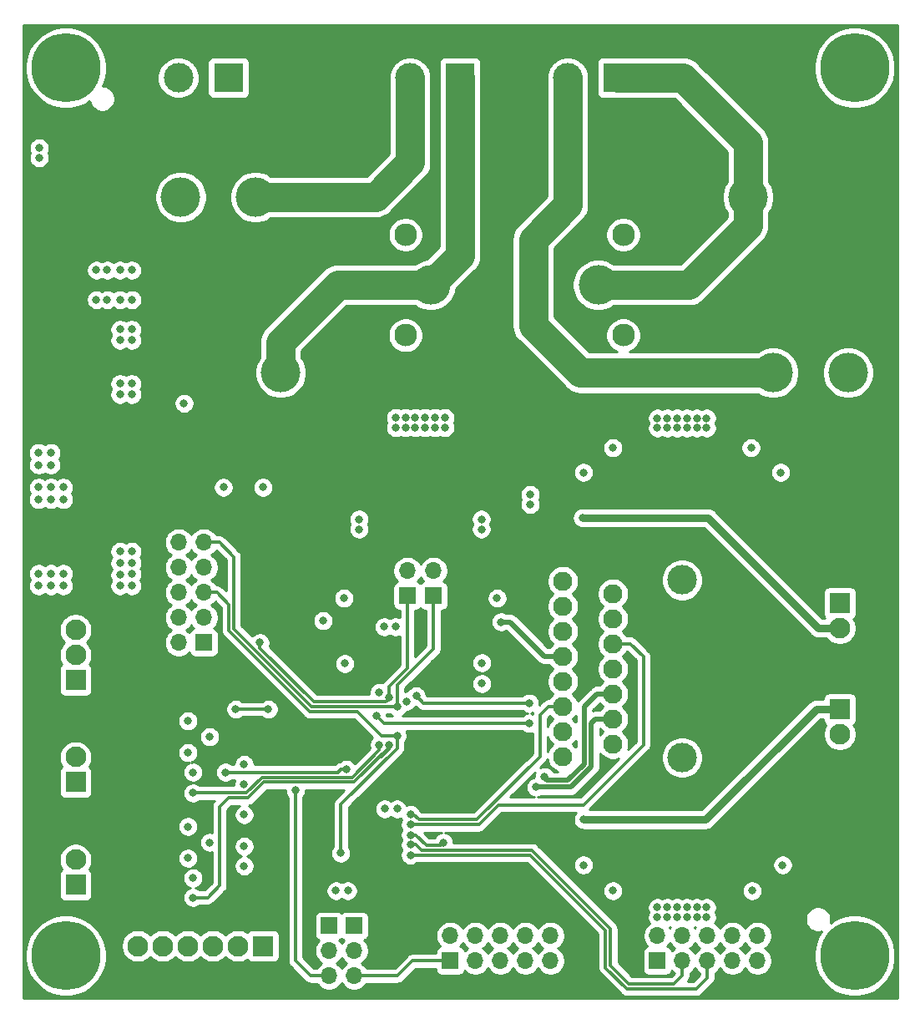
<source format=gbr>
%TF.GenerationSoftware,KiCad,Pcbnew,(5.1.6)-1*%
%TF.CreationDate,2022-04-27T14:58:12+09:00*%
%TF.ProjectId,FP-2500 ICHIMASA,46502d32-3530-4302-9049-4348494d4153,rev?*%
%TF.SameCoordinates,Original*%
%TF.FileFunction,Copper,L4,Bot*%
%TF.FilePolarity,Positive*%
%FSLAX46Y46*%
G04 Gerber Fmt 4.6, Leading zero omitted, Abs format (unit mm)*
G04 Created by KiCad (PCBNEW (5.1.6)-1) date 2022-04-27 14:58:12*
%MOMM*%
%LPD*%
G01*
G04 APERTURE LIST*
%TA.AperFunction,ComponentPad*%
%ADD10C,3.000000*%
%TD*%
%TA.AperFunction,ComponentPad*%
%ADD11O,1.700000X1.700000*%
%TD*%
%TA.AperFunction,ComponentPad*%
%ADD12R,1.700000X1.700000*%
%TD*%
%TA.AperFunction,ComponentPad*%
%ADD13C,4.000000*%
%TD*%
%TA.AperFunction,ComponentPad*%
%ADD14C,2.300000*%
%TD*%
%TA.AperFunction,ComponentPad*%
%ADD15C,2.100000*%
%TD*%
%TA.AperFunction,ComponentPad*%
%ADD16R,2.100000X2.100000*%
%TD*%
%TA.AperFunction,ComponentPad*%
%ADD17R,3.000000X3.000000*%
%TD*%
%TA.AperFunction,ComponentPad*%
%ADD18C,1.950000*%
%TD*%
%TA.AperFunction,ComponentPad*%
%ADD19C,0.800000*%
%TD*%
%TA.AperFunction,ComponentPad*%
%ADD20C,7.000000*%
%TD*%
%TA.AperFunction,ViaPad*%
%ADD21C,0.800000*%
%TD*%
%TA.AperFunction,Conductor*%
%ADD22C,0.800000*%
%TD*%
%TA.AperFunction,Conductor*%
%ADD23C,0.300000*%
%TD*%
%TA.AperFunction,Conductor*%
%ADD24C,3.000000*%
%TD*%
%TA.AperFunction,Conductor*%
%ADD25C,2.500000*%
%TD*%
%TA.AperFunction,Conductor*%
%ADD26C,0.500000*%
%TD*%
%TA.AperFunction,NonConductor*%
%ADD27C,0.254000*%
%TD*%
G04 APERTURE END LIST*
D10*
%TO.P,HS1,1*%
%TO.N,Net-(HS1-Pad1)*%
X89500000Y-164900000D03*
X89500000Y-146900000D03*
%TD*%
D11*
%TO.P,J1,10*%
%TO.N,VCC*%
X76160000Y-182960000D03*
%TO.P,J1,9*%
%TO.N,GND*%
X76160000Y-185500000D03*
%TO.P,J1,8*%
%TO.N,/LCD_D7*%
X73620000Y-182960000D03*
%TO.P,J1,7*%
%TO.N,/LCD_D6*%
X73620000Y-185500000D03*
%TO.P,J1,6*%
%TO.N,/LCD_D5*%
X71080000Y-182960000D03*
%TO.P,J1,5*%
%TO.N,/LCD_D4*%
X71080000Y-185500000D03*
%TO.P,J1,4*%
%TO.N,/LCD_RS*%
X68540000Y-182960000D03*
%TO.P,J1,3*%
%TO.N,/LCD_EN*%
X68540000Y-185500000D03*
%TO.P,J1,2*%
%TO.N,/BTN_ENC*%
X66000000Y-182960000D03*
D12*
%TO.P,J1,1*%
%TO.N,/BUZZER*%
X66000000Y-185500000D03*
%TD*%
D11*
%TO.P,J2,10*%
%TO.N,Net-(J2-Pad10)*%
X97160000Y-182960000D03*
%TO.P,J2,9*%
%TO.N,GND*%
X97160000Y-185500000D03*
%TO.P,J2,8*%
%TO.N,Net-(J2-Pad8)*%
X94620000Y-182960000D03*
%TO.P,J2,7*%
%TO.N,Net-(J2-Pad7)*%
X94620000Y-185500000D03*
%TO.P,J2,6*%
%TO.N,Net-(J2-Pad6)*%
X92080000Y-182960000D03*
%TO.P,J2,5*%
%TO.N,/BTN_EN2*%
X92080000Y-185500000D03*
%TO.P,J2,4*%
%TO.N,Net-(J2-Pad4)*%
X89540000Y-182960000D03*
%TO.P,J2,3*%
%TO.N,/BTN_EN1*%
X89540000Y-185500000D03*
%TO.P,J2,2*%
%TO.N,Net-(J2-Pad2)*%
X87000000Y-182960000D03*
D12*
%TO.P,J2,1*%
%TO.N,Net-(J2-Pad1)*%
X87000000Y-185500000D03*
%TD*%
D11*
%TO.P,J6,10*%
%TO.N,GND*%
X38460000Y-143090000D03*
%TO.P,J6,9*%
%TO.N,/MISO_PL2*%
X41000000Y-143090000D03*
%TO.P,J6,8*%
%TO.N,GND*%
X38460000Y-145630000D03*
%TO.P,J6,7*%
%TO.N,/SCK*%
X41000000Y-145630000D03*
%TO.P,J6,6*%
%TO.N,GND*%
X38460000Y-148170000D03*
%TO.P,J6,5*%
%TO.N,/RST*%
X41000000Y-148170000D03*
%TO.P,J6,4*%
%TO.N,GND*%
X38460000Y-150710000D03*
%TO.P,J6,3*%
%TO.N,Net-(J6-Pad3)*%
X41000000Y-150710000D03*
%TO.P,J6,2*%
%TO.N,VCC*%
X38460000Y-153250000D03*
D12*
%TO.P,J6,1*%
%TO.N,/MOSI_PL1*%
X41000000Y-153250000D03*
%TD*%
D11*
%TO.P,JP4,3*%
%TO.N,/KILL_SW*%
X53710000Y-187030000D03*
%TO.P,JP4,2*%
%TO.N,/RX_KILL*%
X53710000Y-184490000D03*
D12*
%TO.P,JP4,1*%
%TO.N,/RX*%
X53710000Y-181950000D03*
%TD*%
D13*
%TO.P,RLY1,3*%
%TO.N,Net-(RLY1-Pad3)*%
X38660000Y-108100000D03*
%TO.P,RLY1,4*%
%TO.N,Net-(J4-Pad1)*%
X48800000Y-125900000D03*
D14*
%TO.P,RLY1,2*%
%TO.N,Net-(D4-Pad1)*%
X61460000Y-122100000D03*
D13*
%TO.P,RLY1,4*%
%TO.N,Net-(J4-Pad1)*%
X64000000Y-117000000D03*
D14*
%TO.P,RLY1,1*%
%TO.N,VBUS*%
X61460000Y-111900000D03*
D13*
%TO.P,RLY1,5*%
%TO.N,Net-(J4-Pad2)*%
X46260000Y-108100000D03*
%TD*%
D15*
%TO.P,J10,2*%
%TO.N,Net-(D12-Pad1)*%
X105500000Y-162540000D03*
D16*
%TO.P,J10,1*%
%TO.N,Net-(D11-Pad1)*%
X105500000Y-160000000D03*
%TD*%
D15*
%TO.P,J9,2*%
%TO.N,Net-(D10-Pad1)*%
X105500000Y-151790000D03*
D16*
%TO.P,J9,1*%
%TO.N,Net-(D13-Pad2)*%
X105500000Y-149250000D03*
%TD*%
D10*
%TO.P,J5,2*%
%TO.N,Net-(J5-Pad2)*%
X77920000Y-96000000D03*
D17*
%TO.P,J5,1*%
%TO.N,Net-(J5-Pad1)*%
X83000000Y-96000000D03*
%TD*%
D10*
%TO.P,J4,2*%
%TO.N,Net-(J4-Pad2)*%
X61920000Y-96000000D03*
D17*
%TO.P,J4,1*%
%TO.N,Net-(J4-Pad1)*%
X67000000Y-96000000D03*
%TD*%
D15*
%TO.P,J8,2*%
%TO.N,GND*%
X28000000Y-164860000D03*
D16*
%TO.P,J8,1*%
%TO.N,Net-(C12-Pad1)*%
X28000000Y-167400000D03*
%TD*%
D15*
%TO.P,J7,2*%
%TO.N,GND*%
X28000000Y-175260000D03*
D16*
%TO.P,J7,1*%
%TO.N,Net-(C11-Pad1)*%
X28000000Y-177800000D03*
%TD*%
D18*
%TO.P,U3,15*%
%TO.N,GND*%
X77420000Y-164790000D03*
%TO.P,U3,14*%
%TO.N,Net-(D12-Pad1)*%
X82500000Y-163520000D03*
%TO.P,U3,13*%
%TO.N,Net-(D11-Pad1)*%
X77420000Y-162250000D03*
%TO.P,U3,12*%
%TO.N,/M2_IN2*%
X82500000Y-160980000D03*
%TO.P,U3,11*%
%TO.N,/M2_EN*%
X77420000Y-159710000D03*
%TO.P,U3,10*%
%TO.N,/M2_IN1*%
X82500000Y-158440000D03*
%TO.P,U3,9*%
%TO.N,VBUS*%
X77420000Y-157170000D03*
%TO.P,U3,8*%
%TO.N,GND*%
X82500000Y-155900000D03*
%TO.P,U3,7*%
%TO.N,/M1_IN2*%
X77420000Y-154630000D03*
%TO.P,U3,6*%
%TO.N,/M1_EN*%
X82500000Y-153360000D03*
%TO.P,U3,5*%
%TO.N,/M1_IN1*%
X77420000Y-152090000D03*
%TO.P,U3,4*%
%TO.N,VCC*%
X82500000Y-150820000D03*
%TO.P,U3,3*%
%TO.N,Net-(D10-Pad1)*%
X77420000Y-149550000D03*
%TO.P,U3,2*%
%TO.N,Net-(D13-Pad2)*%
X82500000Y-148280000D03*
%TO.P,U3,1*%
%TO.N,GND*%
X77420000Y-147010000D03*
%TD*%
D13*
%TO.P,RLY2,3*%
%TO.N,Net-(RLY2-Pad3)*%
X106340000Y-125900000D03*
%TO.P,RLY2,4*%
%TO.N,Net-(J5-Pad1)*%
X96200000Y-108100000D03*
D14*
%TO.P,RLY2,2*%
%TO.N,Net-(D5-Pad1)*%
X83540000Y-111900000D03*
D13*
%TO.P,RLY2,4*%
%TO.N,Net-(J5-Pad1)*%
X81000000Y-117000000D03*
D14*
%TO.P,RLY2,1*%
%TO.N,VBUS*%
X83540000Y-122100000D03*
D13*
%TO.P,RLY2,5*%
%TO.N,Net-(J5-Pad2)*%
X98740000Y-125900000D03*
%TD*%
D11*
%TO.P,JP3,3*%
%TO.N,/BUZZER*%
X56250000Y-187030000D03*
%TO.P,JP3,2*%
%TO.N,/TX_BUZ*%
X56250000Y-184490000D03*
D12*
%TO.P,JP3,1*%
%TO.N,/TX*%
X56250000Y-181950000D03*
%TD*%
D11*
%TO.P,JP2,2*%
%TO.N,Net-(JP2-Pad2)*%
X64300000Y-145960000D03*
D12*
%TO.P,JP2,1*%
%TO.N,/MISO_PL2*%
X64300000Y-148500000D03*
%TD*%
D11*
%TO.P,JP1,2*%
%TO.N,Net-(JP1-Pad2)*%
X61650000Y-145960000D03*
D12*
%TO.P,JP1,1*%
%TO.N,/MOSI_PL1*%
X61650000Y-148500000D03*
%TD*%
D15*
%TO.P,J12,3*%
%TO.N,GND*%
X28000000Y-151960000D03*
%TO.P,J12,2*%
%TO.N,/KILL_SW*%
X28000000Y-154500000D03*
D16*
%TO.P,J12,1*%
%TO.N,VCC*%
X28000000Y-157040000D03*
%TD*%
D15*
%TO.P,J11,6*%
%TO.N,GND*%
X34300000Y-184000000D03*
%TO.P,J11,5*%
%TO.N,Net-(J11-Pad5)*%
X36840000Y-184000000D03*
%TO.P,J11,4*%
%TO.N,VCC*%
X39380000Y-184000000D03*
%TO.P,J11,3*%
%TO.N,/TX*%
X41920000Y-184000000D03*
%TO.P,J11,2*%
%TO.N,/RX*%
X44460000Y-184000000D03*
D16*
%TO.P,J11,1*%
%TO.N,Net-(J11-Pad1)*%
X47000000Y-184000000D03*
%TD*%
D10*
%TO.P,J3,2*%
%TO.N,GND*%
X38420000Y-96000000D03*
D17*
%TO.P,J3,1*%
%TO.N,VBUS*%
X43500000Y-96000000D03*
%TD*%
D19*
%TO.P,H4,1*%
%TO.N,Net-(H4-Pad1)*%
X108856155Y-93143845D03*
X107000000Y-92375000D03*
X105143845Y-93143845D03*
X104375000Y-95000000D03*
X105143845Y-96856155D03*
X107000000Y-97625000D03*
X108856155Y-96856155D03*
X109625000Y-95000000D03*
D20*
X107000000Y-95000000D03*
%TD*%
D19*
%TO.P,H3,1*%
%TO.N,Net-(H3-Pad1)*%
X108856155Y-183143845D03*
X107000000Y-182375000D03*
X105143845Y-183143845D03*
X104375000Y-185000000D03*
X105143845Y-186856155D03*
X107000000Y-187625000D03*
X108856155Y-186856155D03*
X109625000Y-185000000D03*
D20*
X107000000Y-185000000D03*
%TD*%
D19*
%TO.P,H2,1*%
%TO.N,Net-(H2-Pad1)*%
X28856155Y-183143845D03*
X27000000Y-182375000D03*
X25143845Y-183143845D03*
X24375000Y-185000000D03*
X25143845Y-186856155D03*
X27000000Y-187625000D03*
X28856155Y-186856155D03*
X29625000Y-185000000D03*
D20*
X27000000Y-185000000D03*
%TD*%
D19*
%TO.P,H1,1*%
%TO.N,Net-(H1-Pad1)*%
X28856155Y-93143845D03*
X27000000Y-92375000D03*
X25143845Y-93143845D03*
X24375000Y-95000000D03*
X25143845Y-96856155D03*
X27000000Y-97625000D03*
X28856155Y-96856155D03*
X29625000Y-95000000D03*
D20*
X27000000Y-95000000D03*
%TD*%
D21*
%TO.N,GND*%
X54400000Y-178400000D03*
X55200000Y-148750000D03*
X47000000Y-137500000D03*
X56750000Y-141750000D03*
X56750000Y-140750000D03*
X24300000Y-103100000D03*
X24300000Y-104100000D03*
X32500000Y-121500000D03*
X32500000Y-122600000D03*
X30100000Y-115500000D03*
X31200000Y-115500000D03*
X32500000Y-115500000D03*
X30100000Y-118500000D03*
X31200000Y-118500000D03*
X32500000Y-118500000D03*
X33700000Y-121500000D03*
X33700000Y-122600000D03*
X33700000Y-118500000D03*
X33700000Y-115500000D03*
X32500000Y-127000000D03*
X33700000Y-127000000D03*
X32500000Y-128100000D03*
X33700000Y-128100000D03*
X32500000Y-146400000D03*
X33700000Y-146300000D03*
X32500000Y-147500000D03*
X33700000Y-147500000D03*
X32500000Y-145200000D03*
X33700000Y-145200000D03*
X32500000Y-144000000D03*
X33700000Y-144000000D03*
X39400000Y-171900000D03*
X41600000Y-173500000D03*
X39400000Y-164400000D03*
X39400000Y-161200000D03*
X41600000Y-162800000D03*
X39400000Y-175100000D03*
X45100000Y-170700000D03*
X59300000Y-151650000D03*
X55300000Y-155375000D03*
X53100000Y-151025000D03*
X61600000Y-159200000D03*
X99500000Y-136000000D03*
X96500000Y-133500000D03*
X82500000Y-133500000D03*
X79500000Y-136000000D03*
X99700000Y-175800000D03*
X96600000Y-178400000D03*
X82500000Y-178400000D03*
X79500000Y-175800000D03*
X69150000Y-140750000D03*
X69150000Y-141750000D03*
X74100000Y-138250000D03*
X74100000Y-139250000D03*
X70750000Y-148750000D03*
X60600000Y-170100000D03*
X55600000Y-178400000D03*
%TO.N,VCC*%
X43000000Y-137500000D03*
X59350000Y-170100000D03*
X69200000Y-155300000D03*
X69200000Y-157400000D03*
X39900000Y-166400000D03*
X39900000Y-177100000D03*
X45100000Y-175900000D03*
X45100000Y-167600000D03*
X45100000Y-165600000D03*
X58800000Y-158300000D03*
X60450000Y-151650000D03*
X24250000Y-137500000D03*
X25500000Y-137500000D03*
X26750000Y-137500000D03*
X24250000Y-138750000D03*
X25500000Y-138750000D03*
X26750000Y-138750000D03*
X24250000Y-134000000D03*
X25500000Y-134000000D03*
X24250000Y-135250000D03*
X25500000Y-135250000D03*
X24250000Y-146250000D03*
X25500000Y-146250000D03*
X26750000Y-146250000D03*
X24250000Y-147500000D03*
X25500000Y-147500000D03*
X26750000Y-147500000D03*
%TO.N,VBUS*%
X39000000Y-129000000D03*
X87000000Y-131500000D03*
X88000000Y-131500000D03*
X89000000Y-131500000D03*
X90000000Y-131500000D03*
X91000000Y-131500000D03*
X92000000Y-131500000D03*
X87000000Y-130500000D03*
X88000000Y-130500000D03*
X89000000Y-130500000D03*
X90000000Y-130500000D03*
X91000000Y-130500000D03*
X92000000Y-130500000D03*
X90000000Y-181100000D03*
X90000000Y-180100000D03*
X88000000Y-180100000D03*
X88000000Y-181100000D03*
X91000000Y-181100000D03*
X87000000Y-181100000D03*
X91000000Y-180100000D03*
X87000000Y-180100000D03*
X89000000Y-180100000D03*
X92000000Y-180100000D03*
X92000000Y-181100000D03*
X89000000Y-181100000D03*
X63450000Y-131450000D03*
X63450000Y-130450000D03*
X61450000Y-130450000D03*
X61450000Y-131450000D03*
X64450000Y-131450000D03*
X60450000Y-131450000D03*
X64450000Y-130450000D03*
X60450000Y-130450000D03*
X62450000Y-130450000D03*
X65450000Y-130450000D03*
X65450000Y-131450000D03*
X62450000Y-131450000D03*
%TO.N,Net-(D10-Pad1)*%
X79400000Y-140600000D03*
%TO.N,Net-(D11-Pad1)*%
X79500000Y-171200000D03*
%TO.N,/BTN_ENC*%
X61950000Y-172750000D03*
X65300000Y-173500000D03*
%TO.N,/BTN_EN2*%
X61950000Y-174800000D03*
%TO.N,/BTN_EN1*%
X61950000Y-173750000D03*
%TO.N,/MISO_PL2*%
X60650000Y-159750000D03*
%TO.N,/SCK*%
X55450000Y-166100000D03*
X45100000Y-173900000D03*
X47550000Y-160000000D03*
X43200000Y-166400000D03*
X44250000Y-160000000D03*
%TO.N,/RST*%
X60600000Y-162700000D03*
X54900000Y-174600000D03*
%TO.N,/MOSI_PL1*%
X59750000Y-158800000D03*
X46700000Y-153250000D03*
%TO.N,/KILL_SW*%
X50300000Y-168250000D03*
%TO.N,/TH1*%
X59800000Y-163650000D03*
X39900000Y-179100000D03*
%TO.N,/TH2*%
X58800000Y-163600000D03*
X39900000Y-168500000D03*
%TO.N,/M2_IN2*%
X74700000Y-167900000D03*
X58500000Y-160700000D03*
X74000000Y-161450000D03*
%TO.N,/M2_IN1*%
X75550000Y-166850000D03*
X74000000Y-159400000D03*
X62550000Y-158650000D03*
%TO.N,/M1_IN2*%
X71150000Y-151150000D03*
%TO.N,/M2_EN*%
X61950000Y-170650000D03*
%TO.N,/M1_EN*%
X61950000Y-171700000D03*
%TD*%
D22*
%TO.N,Net-(D10-Pad1)*%
X103310000Y-151790000D02*
X105500000Y-151790000D01*
X92120000Y-140600000D02*
X103310000Y-151790000D01*
X79400000Y-140600000D02*
X92120000Y-140600000D01*
%TO.N,Net-(D11-Pad1)*%
X103100000Y-160000000D02*
X105500000Y-160000000D01*
X79500000Y-171200000D02*
X91900000Y-171200000D01*
X91900000Y-171200000D02*
X103100000Y-160000000D01*
D23*
%TO.N,/BTN_ENC*%
X61950000Y-172750000D02*
X62010002Y-172750000D01*
X62515685Y-172750000D02*
X63565665Y-173799980D01*
X61950000Y-172750000D02*
X62515685Y-172750000D01*
X65000020Y-173799980D02*
X65300000Y-173500000D01*
X63565665Y-173799980D02*
X65000020Y-173799980D01*
%TO.N,/BUZZER*%
X56250000Y-187030000D02*
X60670000Y-187030000D01*
X62200000Y-185500000D02*
X66000000Y-185500000D01*
X60670000Y-187030000D02*
X62200000Y-185500000D01*
%TO.N,/BTN_EN2*%
X92080000Y-187220000D02*
X92080000Y-185500000D01*
X90949990Y-188350010D02*
X92080000Y-187220000D01*
X74092880Y-174800000D02*
X81749990Y-182457110D01*
X81749990Y-186207110D02*
X83892890Y-188350010D01*
X61950000Y-174800000D02*
X74092880Y-174800000D01*
X81749990Y-182457110D02*
X81749990Y-186207110D01*
X83892890Y-188350010D02*
X90949990Y-188350010D01*
%TO.N,/BTN_EN1*%
X88700000Y-187850000D02*
X89540000Y-187010000D01*
X89540000Y-187010000D02*
X89540000Y-185500000D01*
X84100000Y-187850000D02*
X88700000Y-187850000D01*
X82250000Y-186000000D02*
X84100000Y-187850000D01*
X82250000Y-182250000D02*
X82250000Y-186000000D01*
X74299990Y-174299990D02*
X82250000Y-182250000D01*
X63065675Y-174299990D02*
X74299990Y-174299990D01*
X62515685Y-173750000D02*
X63065675Y-174299990D01*
X61950000Y-173750000D02*
X62515685Y-173750000D01*
D24*
%TO.N,Net-(J4-Pad2)*%
X46260000Y-108100000D02*
X58400000Y-108100000D01*
X61920000Y-104580000D02*
X61920000Y-96000000D01*
X58400000Y-108100000D02*
X61920000Y-104580000D01*
%TO.N,Net-(J4-Pad1)*%
X67000000Y-96000000D02*
X67000000Y-114000000D01*
X64000000Y-117000000D02*
X67000000Y-114000000D01*
X48800000Y-122800000D02*
X54600000Y-117000000D01*
X48800000Y-125900000D02*
X48800000Y-122800000D01*
X54600000Y-117000000D02*
X64000000Y-117000000D01*
%TO.N,Net-(J5-Pad2)*%
X79200000Y-125900000D02*
X98740000Y-125900000D01*
X74400000Y-121100000D02*
X79200000Y-125900000D01*
X77920000Y-108880000D02*
X74400000Y-112400000D01*
X77920000Y-96000000D02*
X77920000Y-108880000D01*
X74400000Y-112400000D02*
X74400000Y-121100000D01*
D25*
%TO.N,Net-(J5-Pad1)*%
X96200000Y-111000000D02*
X96200000Y-108100000D01*
D24*
X90200000Y-117000000D02*
X96200000Y-111000000D01*
X81000000Y-117000000D02*
X90200000Y-117000000D01*
X96200000Y-111000000D02*
X96200000Y-102600000D01*
X89600000Y-96000000D02*
X96200000Y-102600000D01*
X83000000Y-96000000D02*
X89600000Y-96000000D01*
D25*
X96200000Y-102600000D02*
X96200000Y-108100000D01*
D23*
%TO.N,/MISO_PL2*%
X64300000Y-150650000D02*
X64300000Y-148500000D01*
X60650000Y-159350000D02*
X60653560Y-159346440D01*
X60653560Y-159346440D02*
X60653560Y-157553560D01*
X60653560Y-157553560D02*
X63350010Y-154857110D01*
X41347120Y-143090000D02*
X41000000Y-143090000D01*
X60650000Y-159750000D02*
X60200000Y-159750000D01*
X60200000Y-159750000D02*
X60199999Y-159749999D01*
X60199999Y-159749999D02*
X60250001Y-159749999D01*
X60653560Y-159746440D02*
X60650000Y-159750000D01*
X60653560Y-157553560D02*
X60653560Y-159746440D01*
X55449999Y-159749999D02*
X60199999Y-159749999D01*
X51957119Y-159749999D02*
X55449999Y-159749999D01*
X41000000Y-143090000D02*
X42590000Y-143090000D01*
X42590000Y-143090000D02*
X44050010Y-144550010D01*
X44050010Y-151842890D02*
X51957119Y-159749999D01*
X44050010Y-144550010D02*
X44050010Y-151842890D01*
X64300000Y-153907120D02*
X64300000Y-148500000D01*
X60650000Y-157557120D02*
X64300000Y-153907120D01*
X60650000Y-159750000D02*
X60650000Y-157557120D01*
%TO.N,/SCK*%
X46702882Y-166400000D02*
X43200000Y-166400000D01*
X54584315Y-166400000D02*
X46702882Y-166400000D01*
X55450000Y-166100000D02*
X54884315Y-166100000D01*
X54884315Y-166100000D02*
X54584315Y-166400000D01*
X44250000Y-160000000D02*
X47550000Y-160000000D01*
%TO.N,/RST*%
X56550009Y-160250009D02*
X59000000Y-162700000D01*
X59000000Y-162700000D02*
X60600000Y-162700000D01*
X43550000Y-152050000D02*
X51750009Y-160250009D01*
X42330000Y-148170000D02*
X43550000Y-149390000D01*
X41000000Y-148170000D02*
X42330000Y-148170000D01*
X43550000Y-149390000D02*
X43550000Y-152050000D01*
X51750009Y-160250009D02*
X56550009Y-160250009D01*
X54900000Y-169650000D02*
X55500000Y-169050000D01*
X60600000Y-163950000D02*
X54900000Y-169650000D01*
X60600000Y-162700000D02*
X60600000Y-163950000D01*
X54900000Y-169650000D02*
X54900000Y-174600000D01*
%TO.N,/MOSI_PL1*%
X59750000Y-158950000D02*
X59450011Y-159249989D01*
X59750000Y-158800000D02*
X59750000Y-158950000D01*
X46700000Y-153250000D02*
X46700000Y-153785760D01*
X52164229Y-159249989D02*
X59450011Y-159249989D01*
X46700000Y-153785760D02*
X52164229Y-159249989D01*
X59750000Y-157750000D02*
X59750000Y-158800000D01*
X61650000Y-155850000D02*
X61650000Y-148500000D01*
X59750000Y-157750000D02*
X61650000Y-155850000D01*
%TO.N,/KILL_SW*%
X51830000Y-187030000D02*
X53710000Y-187030000D01*
X50300000Y-168250000D02*
X50300000Y-185500000D01*
X50300000Y-185500000D02*
X51830000Y-187030000D01*
%TO.N,/TH1*%
X59800000Y-164042880D02*
X59021440Y-164821440D01*
X59800000Y-163650000D02*
X59800000Y-164042880D01*
X59021440Y-164821440D02*
X59300008Y-164542872D01*
X41400000Y-179100000D02*
X39900000Y-179100000D01*
X42600000Y-177900000D02*
X41400000Y-179100000D01*
X43499992Y-169000008D02*
X42600000Y-169900000D01*
X59800000Y-163872805D02*
X56272785Y-167400020D01*
X59800000Y-163650000D02*
X59800000Y-163872805D01*
X47117102Y-167400020D02*
X45517114Y-169000008D01*
X42600000Y-169900000D02*
X42600000Y-177900000D01*
X56272785Y-167400020D02*
X47117102Y-167400020D01*
X45517114Y-169000008D02*
X43499992Y-169000008D01*
%TO.N,/TH2*%
X58800000Y-164165685D02*
X56065685Y-166900000D01*
X58800000Y-163600000D02*
X58800000Y-164165685D01*
X55357120Y-166900000D02*
X55357110Y-166900010D01*
X56065685Y-166900000D02*
X55357120Y-166900000D01*
X45310002Y-168500000D02*
X39900000Y-168500000D01*
X46909992Y-166900010D02*
X45310002Y-168500000D01*
X55357110Y-166900010D02*
X46909992Y-166900010D01*
D26*
%TO.N,/M2_IN2*%
X78239962Y-167900000D02*
X80300010Y-165839953D01*
X74700000Y-167900000D02*
X78239962Y-167900000D01*
X80300010Y-165839953D02*
X80300010Y-161399990D01*
X80720000Y-160980000D02*
X82500000Y-160980000D01*
X80300010Y-161399990D02*
X80720000Y-160980000D01*
D23*
X74650000Y-167850000D02*
X74700000Y-167900000D01*
X59250000Y-161450000D02*
X58500000Y-160700000D01*
X74000000Y-161450000D02*
X59250000Y-161450000D01*
%TO.N,/M2_IN1*%
X80049990Y-159300010D02*
X80910000Y-158440000D01*
D26*
X82500000Y-158440000D02*
X80910000Y-158440000D01*
X79600000Y-159750000D02*
X80910000Y-158440000D01*
X79600000Y-165550000D02*
X79600000Y-159750000D01*
D23*
X74000000Y-159400000D02*
X69700000Y-159400000D01*
X63300000Y-159400000D02*
X62550000Y-158650000D01*
X74000000Y-159400000D02*
X63300000Y-159400000D01*
D26*
X75550000Y-166850000D02*
X75550000Y-166950000D01*
X75800000Y-167200000D02*
X77950000Y-167200000D01*
X75550000Y-166950000D02*
X75800000Y-167200000D01*
X77950000Y-167200000D02*
X79600000Y-165550000D01*
D23*
%TO.N,/M1_IN2*%
X77420000Y-154620000D02*
X77420000Y-154630000D01*
D26*
X72050000Y-151150000D02*
X75530000Y-154630000D01*
X71150000Y-151150000D02*
X72050000Y-151150000D01*
X77420000Y-154630000D02*
X75530000Y-154630000D01*
D23*
%TO.N,/M2_EN*%
X77420000Y-159710000D02*
X76590000Y-159710000D01*
X75100000Y-160600000D02*
X75990000Y-159710000D01*
X75990000Y-159710000D02*
X77420000Y-159710000D01*
X75100000Y-164800000D02*
X75100000Y-160600000D01*
X68700010Y-171199990D02*
X75100000Y-164800000D01*
X62799990Y-171199990D02*
X68700010Y-171199990D01*
X62250000Y-170650000D02*
X62799990Y-171199990D01*
X61950000Y-170650000D02*
X62250000Y-170650000D01*
%TO.N,/M1_EN*%
X68907120Y-171700000D02*
X61950000Y-171700000D01*
X70903560Y-169703560D02*
X68907120Y-171700000D01*
X85600000Y-154700000D02*
X85600000Y-163600000D01*
X82500000Y-153360000D02*
X84260000Y-153360000D01*
X85600000Y-163600000D02*
X79496440Y-169703560D01*
X84260000Y-153360000D02*
X85600000Y-154700000D01*
X79496440Y-169703560D02*
X70903560Y-169703560D01*
%TD*%
D27*
G36*
X111315001Y-189315000D02*
G01*
X22685000Y-189315000D01*
X22685000Y-184592738D01*
X22865000Y-184592738D01*
X22865000Y-185407262D01*
X23023906Y-186206135D01*
X23335611Y-186958657D01*
X23788136Y-187635909D01*
X24364091Y-188211864D01*
X25041343Y-188664389D01*
X25793865Y-188976094D01*
X26592738Y-189135000D01*
X27407262Y-189135000D01*
X28206135Y-188976094D01*
X28958657Y-188664389D01*
X29635909Y-188211864D01*
X30211864Y-187635909D01*
X30664389Y-186958657D01*
X30976094Y-186206135D01*
X31135000Y-185407262D01*
X31135000Y-184592738D01*
X30984086Y-183834042D01*
X32615000Y-183834042D01*
X32615000Y-184165958D01*
X32679754Y-184491496D01*
X32806772Y-184798147D01*
X32991175Y-185074125D01*
X33225875Y-185308825D01*
X33501853Y-185493228D01*
X33808504Y-185620246D01*
X34134042Y-185685000D01*
X34465958Y-185685000D01*
X34791496Y-185620246D01*
X35098147Y-185493228D01*
X35374125Y-185308825D01*
X35570000Y-185112950D01*
X35765875Y-185308825D01*
X36041853Y-185493228D01*
X36348504Y-185620246D01*
X36674042Y-185685000D01*
X37005958Y-185685000D01*
X37331496Y-185620246D01*
X37638147Y-185493228D01*
X37914125Y-185308825D01*
X38110000Y-185112950D01*
X38305875Y-185308825D01*
X38581853Y-185493228D01*
X38888504Y-185620246D01*
X39214042Y-185685000D01*
X39545958Y-185685000D01*
X39871496Y-185620246D01*
X40178147Y-185493228D01*
X40454125Y-185308825D01*
X40650000Y-185112950D01*
X40845875Y-185308825D01*
X41121853Y-185493228D01*
X41428504Y-185620246D01*
X41754042Y-185685000D01*
X42085958Y-185685000D01*
X42411496Y-185620246D01*
X42718147Y-185493228D01*
X42994125Y-185308825D01*
X43190000Y-185112950D01*
X43385875Y-185308825D01*
X43661853Y-185493228D01*
X43968504Y-185620246D01*
X44294042Y-185685000D01*
X44625958Y-185685000D01*
X44951496Y-185620246D01*
X45258147Y-185493228D01*
X45411958Y-185390454D01*
X45419463Y-185404494D01*
X45498815Y-185501185D01*
X45595506Y-185580537D01*
X45705820Y-185639502D01*
X45825518Y-185675812D01*
X45950000Y-185688072D01*
X48050000Y-185688072D01*
X48174482Y-185675812D01*
X48294180Y-185639502D01*
X48404494Y-185580537D01*
X48501185Y-185501185D01*
X48580537Y-185404494D01*
X48639502Y-185294180D01*
X48675812Y-185174482D01*
X48688072Y-185050000D01*
X48688072Y-182950000D01*
X48675812Y-182825518D01*
X48639502Y-182705820D01*
X48580537Y-182595506D01*
X48501185Y-182498815D01*
X48404494Y-182419463D01*
X48294180Y-182360498D01*
X48174482Y-182324188D01*
X48050000Y-182311928D01*
X45950000Y-182311928D01*
X45825518Y-182324188D01*
X45705820Y-182360498D01*
X45595506Y-182419463D01*
X45498815Y-182498815D01*
X45419463Y-182595506D01*
X45411958Y-182609546D01*
X45258147Y-182506772D01*
X44951496Y-182379754D01*
X44625958Y-182315000D01*
X44294042Y-182315000D01*
X43968504Y-182379754D01*
X43661853Y-182506772D01*
X43385875Y-182691175D01*
X43190000Y-182887050D01*
X42994125Y-182691175D01*
X42718147Y-182506772D01*
X42411496Y-182379754D01*
X42085958Y-182315000D01*
X41754042Y-182315000D01*
X41428504Y-182379754D01*
X41121853Y-182506772D01*
X40845875Y-182691175D01*
X40650000Y-182887050D01*
X40454125Y-182691175D01*
X40178147Y-182506772D01*
X39871496Y-182379754D01*
X39545958Y-182315000D01*
X39214042Y-182315000D01*
X38888504Y-182379754D01*
X38581853Y-182506772D01*
X38305875Y-182691175D01*
X38110000Y-182887050D01*
X37914125Y-182691175D01*
X37638147Y-182506772D01*
X37331496Y-182379754D01*
X37005958Y-182315000D01*
X36674042Y-182315000D01*
X36348504Y-182379754D01*
X36041853Y-182506772D01*
X35765875Y-182691175D01*
X35570000Y-182887050D01*
X35374125Y-182691175D01*
X35098147Y-182506772D01*
X34791496Y-182379754D01*
X34465958Y-182315000D01*
X34134042Y-182315000D01*
X33808504Y-182379754D01*
X33501853Y-182506772D01*
X33225875Y-182691175D01*
X32991175Y-182925875D01*
X32806772Y-183201853D01*
X32679754Y-183508504D01*
X32615000Y-183834042D01*
X30984086Y-183834042D01*
X30976094Y-183793865D01*
X30664389Y-183041343D01*
X30211864Y-182364091D01*
X29635909Y-181788136D01*
X28958657Y-181335611D01*
X28206135Y-181023906D01*
X27407262Y-180865000D01*
X26592738Y-180865000D01*
X25793865Y-181023906D01*
X25041343Y-181335611D01*
X24364091Y-181788136D01*
X23788136Y-182364091D01*
X23335611Y-183041343D01*
X23023906Y-183793865D01*
X22865000Y-184592738D01*
X22685000Y-184592738D01*
X22685000Y-176750000D01*
X26311928Y-176750000D01*
X26311928Y-178850000D01*
X26324188Y-178974482D01*
X26360498Y-179094180D01*
X26419463Y-179204494D01*
X26498815Y-179301185D01*
X26595506Y-179380537D01*
X26705820Y-179439502D01*
X26825518Y-179475812D01*
X26950000Y-179488072D01*
X29050000Y-179488072D01*
X29174482Y-179475812D01*
X29294180Y-179439502D01*
X29404494Y-179380537D01*
X29501185Y-179301185D01*
X29580537Y-179204494D01*
X29639502Y-179094180D01*
X29675812Y-178974482D01*
X29688072Y-178850000D01*
X29688072Y-176750000D01*
X29675812Y-176625518D01*
X29639502Y-176505820D01*
X29580537Y-176395506D01*
X29501185Y-176298815D01*
X29404494Y-176219463D01*
X29390454Y-176211958D01*
X29493228Y-176058147D01*
X29620246Y-175751496D01*
X29685000Y-175425958D01*
X29685000Y-175094042D01*
X29620246Y-174768504D01*
X29493228Y-174461853D01*
X29308825Y-174185875D01*
X29074125Y-173951175D01*
X28798147Y-173766772D01*
X28491496Y-173639754D01*
X28165958Y-173575000D01*
X27834042Y-173575000D01*
X27508504Y-173639754D01*
X27201853Y-173766772D01*
X26925875Y-173951175D01*
X26691175Y-174185875D01*
X26506772Y-174461853D01*
X26379754Y-174768504D01*
X26315000Y-175094042D01*
X26315000Y-175425958D01*
X26379754Y-175751496D01*
X26506772Y-176058147D01*
X26609546Y-176211958D01*
X26595506Y-176219463D01*
X26498815Y-176298815D01*
X26419463Y-176395506D01*
X26360498Y-176505820D01*
X26324188Y-176625518D01*
X26311928Y-176750000D01*
X22685000Y-176750000D01*
X22685000Y-171798061D01*
X38365000Y-171798061D01*
X38365000Y-172001939D01*
X38404774Y-172201898D01*
X38482795Y-172390256D01*
X38596063Y-172559774D01*
X38740226Y-172703937D01*
X38909744Y-172817205D01*
X39098102Y-172895226D01*
X39298061Y-172935000D01*
X39501939Y-172935000D01*
X39701898Y-172895226D01*
X39890256Y-172817205D01*
X40059774Y-172703937D01*
X40203937Y-172559774D01*
X40317205Y-172390256D01*
X40395226Y-172201898D01*
X40435000Y-172001939D01*
X40435000Y-171798061D01*
X40395226Y-171598102D01*
X40317205Y-171409744D01*
X40203937Y-171240226D01*
X40059774Y-171096063D01*
X39890256Y-170982795D01*
X39701898Y-170904774D01*
X39501939Y-170865000D01*
X39298061Y-170865000D01*
X39098102Y-170904774D01*
X38909744Y-170982795D01*
X38740226Y-171096063D01*
X38596063Y-171240226D01*
X38482795Y-171409744D01*
X38404774Y-171598102D01*
X38365000Y-171798061D01*
X22685000Y-171798061D01*
X22685000Y-166350000D01*
X26311928Y-166350000D01*
X26311928Y-168450000D01*
X26324188Y-168574482D01*
X26360498Y-168694180D01*
X26419463Y-168804494D01*
X26498815Y-168901185D01*
X26595506Y-168980537D01*
X26705820Y-169039502D01*
X26825518Y-169075812D01*
X26950000Y-169088072D01*
X29050000Y-169088072D01*
X29174482Y-169075812D01*
X29294180Y-169039502D01*
X29404494Y-168980537D01*
X29501185Y-168901185D01*
X29580537Y-168804494D01*
X29639502Y-168694180D01*
X29675812Y-168574482D01*
X29688072Y-168450000D01*
X29688072Y-166350000D01*
X29675812Y-166225518D01*
X29639502Y-166105820D01*
X29580537Y-165995506D01*
X29501185Y-165898815D01*
X29404494Y-165819463D01*
X29390454Y-165811958D01*
X29493228Y-165658147D01*
X29620246Y-165351496D01*
X29685000Y-165025958D01*
X29685000Y-164694042D01*
X29620246Y-164368504D01*
X29591068Y-164298061D01*
X38365000Y-164298061D01*
X38365000Y-164501939D01*
X38404774Y-164701898D01*
X38482795Y-164890256D01*
X38596063Y-165059774D01*
X38740226Y-165203937D01*
X38909744Y-165317205D01*
X39098102Y-165395226D01*
X39298061Y-165435000D01*
X39501939Y-165435000D01*
X39546556Y-165426125D01*
X39409744Y-165482795D01*
X39240226Y-165596063D01*
X39096063Y-165740226D01*
X38982795Y-165909744D01*
X38904774Y-166098102D01*
X38865000Y-166298061D01*
X38865000Y-166501939D01*
X38904774Y-166701898D01*
X38982795Y-166890256D01*
X39096063Y-167059774D01*
X39240226Y-167203937D01*
X39409744Y-167317205D01*
X39598102Y-167395226D01*
X39798061Y-167435000D01*
X40001939Y-167435000D01*
X40201898Y-167395226D01*
X40390256Y-167317205D01*
X40559774Y-167203937D01*
X40703937Y-167059774D01*
X40817205Y-166890256D01*
X40895226Y-166701898D01*
X40935000Y-166501939D01*
X40935000Y-166298061D01*
X40895226Y-166098102D01*
X40817205Y-165909744D01*
X40703937Y-165740226D01*
X40559774Y-165596063D01*
X40390256Y-165482795D01*
X40201898Y-165404774D01*
X40001939Y-165365000D01*
X39798061Y-165365000D01*
X39753444Y-165373875D01*
X39890256Y-165317205D01*
X40059774Y-165203937D01*
X40203937Y-165059774D01*
X40317205Y-164890256D01*
X40395226Y-164701898D01*
X40435000Y-164501939D01*
X40435000Y-164298061D01*
X40395226Y-164098102D01*
X40317205Y-163909744D01*
X40203937Y-163740226D01*
X40059774Y-163596063D01*
X39890256Y-163482795D01*
X39701898Y-163404774D01*
X39501939Y-163365000D01*
X39298061Y-163365000D01*
X39098102Y-163404774D01*
X38909744Y-163482795D01*
X38740226Y-163596063D01*
X38596063Y-163740226D01*
X38482795Y-163909744D01*
X38404774Y-164098102D01*
X38365000Y-164298061D01*
X29591068Y-164298061D01*
X29493228Y-164061853D01*
X29308825Y-163785875D01*
X29074125Y-163551175D01*
X28798147Y-163366772D01*
X28491496Y-163239754D01*
X28165958Y-163175000D01*
X27834042Y-163175000D01*
X27508504Y-163239754D01*
X27201853Y-163366772D01*
X26925875Y-163551175D01*
X26691175Y-163785875D01*
X26506772Y-164061853D01*
X26379754Y-164368504D01*
X26315000Y-164694042D01*
X26315000Y-165025958D01*
X26379754Y-165351496D01*
X26506772Y-165658147D01*
X26609546Y-165811958D01*
X26595506Y-165819463D01*
X26498815Y-165898815D01*
X26419463Y-165995506D01*
X26360498Y-166105820D01*
X26324188Y-166225518D01*
X26311928Y-166350000D01*
X22685000Y-166350000D01*
X22685000Y-162698061D01*
X40565000Y-162698061D01*
X40565000Y-162901939D01*
X40604774Y-163101898D01*
X40682795Y-163290256D01*
X40796063Y-163459774D01*
X40940226Y-163603937D01*
X41109744Y-163717205D01*
X41298102Y-163795226D01*
X41498061Y-163835000D01*
X41701939Y-163835000D01*
X41901898Y-163795226D01*
X42090256Y-163717205D01*
X42259774Y-163603937D01*
X42403937Y-163459774D01*
X42517205Y-163290256D01*
X42595226Y-163101898D01*
X42635000Y-162901939D01*
X42635000Y-162698061D01*
X42595226Y-162498102D01*
X42517205Y-162309744D01*
X42403937Y-162140226D01*
X42259774Y-161996063D01*
X42090256Y-161882795D01*
X41901898Y-161804774D01*
X41701939Y-161765000D01*
X41498061Y-161765000D01*
X41298102Y-161804774D01*
X41109744Y-161882795D01*
X40940226Y-161996063D01*
X40796063Y-162140226D01*
X40682795Y-162309744D01*
X40604774Y-162498102D01*
X40565000Y-162698061D01*
X22685000Y-162698061D01*
X22685000Y-161098061D01*
X38365000Y-161098061D01*
X38365000Y-161301939D01*
X38404774Y-161501898D01*
X38482795Y-161690256D01*
X38596063Y-161859774D01*
X38740226Y-162003937D01*
X38909744Y-162117205D01*
X39098102Y-162195226D01*
X39298061Y-162235000D01*
X39501939Y-162235000D01*
X39701898Y-162195226D01*
X39890256Y-162117205D01*
X40059774Y-162003937D01*
X40203937Y-161859774D01*
X40317205Y-161690256D01*
X40395226Y-161501898D01*
X40435000Y-161301939D01*
X40435000Y-161098061D01*
X40395226Y-160898102D01*
X40317205Y-160709744D01*
X40203937Y-160540226D01*
X40059774Y-160396063D01*
X39890256Y-160282795D01*
X39701898Y-160204774D01*
X39501939Y-160165000D01*
X39298061Y-160165000D01*
X39098102Y-160204774D01*
X38909744Y-160282795D01*
X38740226Y-160396063D01*
X38596063Y-160540226D01*
X38482795Y-160709744D01*
X38404774Y-160898102D01*
X38365000Y-161098061D01*
X22685000Y-161098061D01*
X22685000Y-159898061D01*
X43215000Y-159898061D01*
X43215000Y-160101939D01*
X43254774Y-160301898D01*
X43332795Y-160490256D01*
X43446063Y-160659774D01*
X43590226Y-160803937D01*
X43759744Y-160917205D01*
X43948102Y-160995226D01*
X44148061Y-161035000D01*
X44351939Y-161035000D01*
X44551898Y-160995226D01*
X44740256Y-160917205D01*
X44909774Y-160803937D01*
X44928711Y-160785000D01*
X46871289Y-160785000D01*
X46890226Y-160803937D01*
X47059744Y-160917205D01*
X47248102Y-160995226D01*
X47448061Y-161035000D01*
X47651939Y-161035000D01*
X47851898Y-160995226D01*
X48040256Y-160917205D01*
X48209774Y-160803937D01*
X48353937Y-160659774D01*
X48467205Y-160490256D01*
X48545226Y-160301898D01*
X48585000Y-160101939D01*
X48585000Y-159898061D01*
X48545226Y-159698102D01*
X48467205Y-159509744D01*
X48353937Y-159340226D01*
X48209774Y-159196063D01*
X48040256Y-159082795D01*
X47851898Y-159004774D01*
X47651939Y-158965000D01*
X47448061Y-158965000D01*
X47248102Y-159004774D01*
X47059744Y-159082795D01*
X46890226Y-159196063D01*
X46871289Y-159215000D01*
X44928711Y-159215000D01*
X44909774Y-159196063D01*
X44740256Y-159082795D01*
X44551898Y-159004774D01*
X44351939Y-158965000D01*
X44148061Y-158965000D01*
X43948102Y-159004774D01*
X43759744Y-159082795D01*
X43590226Y-159196063D01*
X43446063Y-159340226D01*
X43332795Y-159509744D01*
X43254774Y-159698102D01*
X43215000Y-159898061D01*
X22685000Y-159898061D01*
X22685000Y-155990000D01*
X26311928Y-155990000D01*
X26311928Y-158090000D01*
X26324188Y-158214482D01*
X26360498Y-158334180D01*
X26419463Y-158444494D01*
X26498815Y-158541185D01*
X26595506Y-158620537D01*
X26705820Y-158679502D01*
X26825518Y-158715812D01*
X26950000Y-158728072D01*
X29050000Y-158728072D01*
X29174482Y-158715812D01*
X29294180Y-158679502D01*
X29404494Y-158620537D01*
X29501185Y-158541185D01*
X29580537Y-158444494D01*
X29639502Y-158334180D01*
X29675812Y-158214482D01*
X29688072Y-158090000D01*
X29688072Y-155990000D01*
X29675812Y-155865518D01*
X29639502Y-155745820D01*
X29580537Y-155635506D01*
X29501185Y-155538815D01*
X29404494Y-155459463D01*
X29390454Y-155451958D01*
X29493228Y-155298147D01*
X29620246Y-154991496D01*
X29685000Y-154665958D01*
X29685000Y-154334042D01*
X29620246Y-154008504D01*
X29493228Y-153701853D01*
X29308825Y-153425875D01*
X29112950Y-153230000D01*
X29308825Y-153034125D01*
X29493228Y-152758147D01*
X29620246Y-152451496D01*
X29685000Y-152125958D01*
X29685000Y-151794042D01*
X29620246Y-151468504D01*
X29493228Y-151161853D01*
X29308825Y-150885875D01*
X29074125Y-150651175D01*
X28798147Y-150466772D01*
X28491496Y-150339754D01*
X28165958Y-150275000D01*
X27834042Y-150275000D01*
X27508504Y-150339754D01*
X27201853Y-150466772D01*
X26925875Y-150651175D01*
X26691175Y-150885875D01*
X26506772Y-151161853D01*
X26379754Y-151468504D01*
X26315000Y-151794042D01*
X26315000Y-152125958D01*
X26379754Y-152451496D01*
X26506772Y-152758147D01*
X26691175Y-153034125D01*
X26887050Y-153230000D01*
X26691175Y-153425875D01*
X26506772Y-153701853D01*
X26379754Y-154008504D01*
X26315000Y-154334042D01*
X26315000Y-154665958D01*
X26379754Y-154991496D01*
X26506772Y-155298147D01*
X26609546Y-155451958D01*
X26595506Y-155459463D01*
X26498815Y-155538815D01*
X26419463Y-155635506D01*
X26360498Y-155745820D01*
X26324188Y-155865518D01*
X26311928Y-155990000D01*
X22685000Y-155990000D01*
X22685000Y-146148061D01*
X23215000Y-146148061D01*
X23215000Y-146351939D01*
X23254774Y-146551898D01*
X23332795Y-146740256D01*
X23422828Y-146875000D01*
X23332795Y-147009744D01*
X23254774Y-147198102D01*
X23215000Y-147398061D01*
X23215000Y-147601939D01*
X23254774Y-147801898D01*
X23332795Y-147990256D01*
X23446063Y-148159774D01*
X23590226Y-148303937D01*
X23759744Y-148417205D01*
X23948102Y-148495226D01*
X24148061Y-148535000D01*
X24351939Y-148535000D01*
X24551898Y-148495226D01*
X24740256Y-148417205D01*
X24875000Y-148327172D01*
X25009744Y-148417205D01*
X25198102Y-148495226D01*
X25398061Y-148535000D01*
X25601939Y-148535000D01*
X25801898Y-148495226D01*
X25990256Y-148417205D01*
X26125000Y-148327172D01*
X26259744Y-148417205D01*
X26448102Y-148495226D01*
X26648061Y-148535000D01*
X26851939Y-148535000D01*
X27051898Y-148495226D01*
X27240256Y-148417205D01*
X27409774Y-148303937D01*
X27553937Y-148159774D01*
X27667205Y-147990256D01*
X27745226Y-147801898D01*
X27785000Y-147601939D01*
X27785000Y-147398061D01*
X27745226Y-147198102D01*
X27667205Y-147009744D01*
X27577172Y-146875000D01*
X27667205Y-146740256D01*
X27745226Y-146551898D01*
X27785000Y-146351939D01*
X27785000Y-146148061D01*
X27745226Y-145948102D01*
X27667205Y-145759744D01*
X27553937Y-145590226D01*
X27409774Y-145446063D01*
X27240256Y-145332795D01*
X27051898Y-145254774D01*
X26851939Y-145215000D01*
X26648061Y-145215000D01*
X26448102Y-145254774D01*
X26259744Y-145332795D01*
X26125000Y-145422828D01*
X25990256Y-145332795D01*
X25801898Y-145254774D01*
X25601939Y-145215000D01*
X25398061Y-145215000D01*
X25198102Y-145254774D01*
X25009744Y-145332795D01*
X24875000Y-145422828D01*
X24740256Y-145332795D01*
X24551898Y-145254774D01*
X24351939Y-145215000D01*
X24148061Y-145215000D01*
X23948102Y-145254774D01*
X23759744Y-145332795D01*
X23590226Y-145446063D01*
X23446063Y-145590226D01*
X23332795Y-145759744D01*
X23254774Y-145948102D01*
X23215000Y-146148061D01*
X22685000Y-146148061D01*
X22685000Y-143898061D01*
X31465000Y-143898061D01*
X31465000Y-144101939D01*
X31504774Y-144301898D01*
X31582795Y-144490256D01*
X31656123Y-144600000D01*
X31582795Y-144709744D01*
X31504774Y-144898102D01*
X31465000Y-145098061D01*
X31465000Y-145301939D01*
X31504774Y-145501898D01*
X31582795Y-145690256D01*
X31656123Y-145800000D01*
X31582795Y-145909744D01*
X31504774Y-146098102D01*
X31465000Y-146298061D01*
X31465000Y-146501939D01*
X31504774Y-146701898D01*
X31582795Y-146890256D01*
X31622715Y-146950000D01*
X31582795Y-147009744D01*
X31504774Y-147198102D01*
X31465000Y-147398061D01*
X31465000Y-147601939D01*
X31504774Y-147801898D01*
X31582795Y-147990256D01*
X31696063Y-148159774D01*
X31840226Y-148303937D01*
X32009744Y-148417205D01*
X32198102Y-148495226D01*
X32398061Y-148535000D01*
X32601939Y-148535000D01*
X32801898Y-148495226D01*
X32990256Y-148417205D01*
X33100000Y-148343877D01*
X33209744Y-148417205D01*
X33398102Y-148495226D01*
X33598061Y-148535000D01*
X33801939Y-148535000D01*
X34001898Y-148495226D01*
X34190256Y-148417205D01*
X34359774Y-148303937D01*
X34503937Y-148159774D01*
X34617205Y-147990256D01*
X34695226Y-147801898D01*
X34735000Y-147601939D01*
X34735000Y-147398061D01*
X34695226Y-147198102D01*
X34617205Y-147009744D01*
X34543877Y-146900000D01*
X34617205Y-146790256D01*
X34695226Y-146601898D01*
X34735000Y-146401939D01*
X34735000Y-146198061D01*
X34695226Y-145998102D01*
X34617205Y-145809744D01*
X34577285Y-145750000D01*
X34617205Y-145690256D01*
X34695226Y-145501898D01*
X34735000Y-145301939D01*
X34735000Y-145098061D01*
X34695226Y-144898102D01*
X34617205Y-144709744D01*
X34543877Y-144600000D01*
X34617205Y-144490256D01*
X34695226Y-144301898D01*
X34735000Y-144101939D01*
X34735000Y-143898061D01*
X34695226Y-143698102D01*
X34617205Y-143509744D01*
X34503937Y-143340226D01*
X34359774Y-143196063D01*
X34190256Y-143082795D01*
X34001898Y-143004774D01*
X33801939Y-142965000D01*
X33598061Y-142965000D01*
X33398102Y-143004774D01*
X33209744Y-143082795D01*
X33100000Y-143156123D01*
X32990256Y-143082795D01*
X32801898Y-143004774D01*
X32601939Y-142965000D01*
X32398061Y-142965000D01*
X32198102Y-143004774D01*
X32009744Y-143082795D01*
X31840226Y-143196063D01*
X31696063Y-143340226D01*
X31582795Y-143509744D01*
X31504774Y-143698102D01*
X31465000Y-143898061D01*
X22685000Y-143898061D01*
X22685000Y-142943740D01*
X36975000Y-142943740D01*
X36975000Y-143236260D01*
X37032068Y-143523158D01*
X37144010Y-143793411D01*
X37306525Y-144036632D01*
X37513368Y-144243475D01*
X37687760Y-144360000D01*
X37513368Y-144476525D01*
X37306525Y-144683368D01*
X37144010Y-144926589D01*
X37032068Y-145196842D01*
X36975000Y-145483740D01*
X36975000Y-145776260D01*
X37032068Y-146063158D01*
X37144010Y-146333411D01*
X37306525Y-146576632D01*
X37513368Y-146783475D01*
X37687760Y-146900000D01*
X37513368Y-147016525D01*
X37306525Y-147223368D01*
X37144010Y-147466589D01*
X37032068Y-147736842D01*
X36975000Y-148023740D01*
X36975000Y-148316260D01*
X37032068Y-148603158D01*
X37144010Y-148873411D01*
X37306525Y-149116632D01*
X37513368Y-149323475D01*
X37687760Y-149440000D01*
X37513368Y-149556525D01*
X37306525Y-149763368D01*
X37144010Y-150006589D01*
X37032068Y-150276842D01*
X36975000Y-150563740D01*
X36975000Y-150856260D01*
X37032068Y-151143158D01*
X37144010Y-151413411D01*
X37306525Y-151656632D01*
X37513368Y-151863475D01*
X37687760Y-151980000D01*
X37513368Y-152096525D01*
X37306525Y-152303368D01*
X37144010Y-152546589D01*
X37032068Y-152816842D01*
X36975000Y-153103740D01*
X36975000Y-153396260D01*
X37032068Y-153683158D01*
X37144010Y-153953411D01*
X37306525Y-154196632D01*
X37513368Y-154403475D01*
X37756589Y-154565990D01*
X38026842Y-154677932D01*
X38313740Y-154735000D01*
X38606260Y-154735000D01*
X38893158Y-154677932D01*
X39163411Y-154565990D01*
X39406632Y-154403475D01*
X39538487Y-154271620D01*
X39560498Y-154344180D01*
X39619463Y-154454494D01*
X39698815Y-154551185D01*
X39795506Y-154630537D01*
X39905820Y-154689502D01*
X40025518Y-154725812D01*
X40150000Y-154738072D01*
X41850000Y-154738072D01*
X41974482Y-154725812D01*
X42094180Y-154689502D01*
X42204494Y-154630537D01*
X42301185Y-154551185D01*
X42380537Y-154454494D01*
X42439502Y-154344180D01*
X42475812Y-154224482D01*
X42488072Y-154100000D01*
X42488072Y-152400000D01*
X42475812Y-152275518D01*
X42439502Y-152155820D01*
X42380537Y-152045506D01*
X42301185Y-151948815D01*
X42204494Y-151869463D01*
X42094180Y-151810498D01*
X42021620Y-151788487D01*
X42153475Y-151656632D01*
X42315990Y-151413411D01*
X42427932Y-151143158D01*
X42485000Y-150856260D01*
X42485000Y-150563740D01*
X42427932Y-150276842D01*
X42315990Y-150006589D01*
X42153475Y-149763368D01*
X41946632Y-149556525D01*
X41772240Y-149440000D01*
X41946632Y-149323475D01*
X42153475Y-149116632D01*
X42158682Y-149108839D01*
X42765000Y-149715157D01*
X42765001Y-152011437D01*
X42761203Y-152050000D01*
X42776359Y-152203886D01*
X42821246Y-152351859D01*
X42821247Y-152351860D01*
X42894139Y-152488233D01*
X42934690Y-152537644D01*
X42967655Y-152577812D01*
X42967659Y-152577816D01*
X42992237Y-152607764D01*
X43022185Y-152632342D01*
X51167667Y-160777825D01*
X51192245Y-160807773D01*
X51222193Y-160832351D01*
X51222196Y-160832354D01*
X51248433Y-160853886D01*
X51311776Y-160905871D01*
X51412567Y-160959744D01*
X51448149Y-160978763D01*
X51596122Y-161023651D01*
X51671035Y-161031029D01*
X51711448Y-161035009D01*
X51711453Y-161035009D01*
X51750009Y-161038806D01*
X51788564Y-161035009D01*
X56224852Y-161035009D01*
X58063066Y-162873223D01*
X57996063Y-162940226D01*
X57882795Y-163109744D01*
X57804774Y-163298102D01*
X57765000Y-163498061D01*
X57765000Y-163701939D01*
X57804774Y-163901898D01*
X57848373Y-164007154D01*
X56318571Y-165536957D01*
X56253937Y-165440226D01*
X56109774Y-165296063D01*
X55940256Y-165182795D01*
X55751898Y-165104774D01*
X55551939Y-165065000D01*
X55348061Y-165065000D01*
X55148102Y-165104774D01*
X54959744Y-165182795D01*
X54790226Y-165296063D01*
X54763153Y-165323136D01*
X54730428Y-165326359D01*
X54582455Y-165371246D01*
X54446082Y-165444138D01*
X54326551Y-165542236D01*
X54301968Y-165572190D01*
X54259158Y-165615000D01*
X46135000Y-165615000D01*
X46135000Y-165498061D01*
X46095226Y-165298102D01*
X46017205Y-165109744D01*
X45903937Y-164940226D01*
X45759774Y-164796063D01*
X45590256Y-164682795D01*
X45401898Y-164604774D01*
X45201939Y-164565000D01*
X44998061Y-164565000D01*
X44798102Y-164604774D01*
X44609744Y-164682795D01*
X44440226Y-164796063D01*
X44296063Y-164940226D01*
X44182795Y-165109744D01*
X44104774Y-165298102D01*
X44065000Y-165498061D01*
X44065000Y-165615000D01*
X43878711Y-165615000D01*
X43859774Y-165596063D01*
X43690256Y-165482795D01*
X43501898Y-165404774D01*
X43301939Y-165365000D01*
X43098061Y-165365000D01*
X42898102Y-165404774D01*
X42709744Y-165482795D01*
X42540226Y-165596063D01*
X42396063Y-165740226D01*
X42282795Y-165909744D01*
X42204774Y-166098102D01*
X42165000Y-166298061D01*
X42165000Y-166501939D01*
X42204774Y-166701898D01*
X42282795Y-166890256D01*
X42396063Y-167059774D01*
X42540226Y-167203937D01*
X42709744Y-167317205D01*
X42898102Y-167395226D01*
X43098061Y-167435000D01*
X43301939Y-167435000D01*
X43501898Y-167395226D01*
X43690256Y-167317205D01*
X43859774Y-167203937D01*
X43878711Y-167185000D01*
X44151623Y-167185000D01*
X44104774Y-167298102D01*
X44065000Y-167498061D01*
X44065000Y-167701939D01*
X44067598Y-167715000D01*
X40578711Y-167715000D01*
X40559774Y-167696063D01*
X40390256Y-167582795D01*
X40201898Y-167504774D01*
X40001939Y-167465000D01*
X39798061Y-167465000D01*
X39598102Y-167504774D01*
X39409744Y-167582795D01*
X39240226Y-167696063D01*
X39096063Y-167840226D01*
X38982795Y-168009744D01*
X38904774Y-168198102D01*
X38865000Y-168398061D01*
X38865000Y-168601939D01*
X38904774Y-168801898D01*
X38982795Y-168990256D01*
X39096063Y-169159774D01*
X39240226Y-169303937D01*
X39409744Y-169417205D01*
X39598102Y-169495226D01*
X39798061Y-169535000D01*
X40001939Y-169535000D01*
X40201898Y-169495226D01*
X40390256Y-169417205D01*
X40559774Y-169303937D01*
X40578711Y-169285000D01*
X42104843Y-169285000D01*
X42072190Y-169317653D01*
X42042236Y-169342236D01*
X41944138Y-169461768D01*
X41871246Y-169598141D01*
X41826359Y-169746114D01*
X41815000Y-169861440D01*
X41815000Y-169861447D01*
X41811203Y-169900000D01*
X41815000Y-169938553D01*
X41815000Y-172487489D01*
X41701939Y-172465000D01*
X41498061Y-172465000D01*
X41298102Y-172504774D01*
X41109744Y-172582795D01*
X40940226Y-172696063D01*
X40796063Y-172840226D01*
X40682795Y-173009744D01*
X40604774Y-173198102D01*
X40565000Y-173398061D01*
X40565000Y-173601939D01*
X40604774Y-173801898D01*
X40682795Y-173990256D01*
X40796063Y-174159774D01*
X40940226Y-174303937D01*
X41109744Y-174417205D01*
X41298102Y-174495226D01*
X41498061Y-174535000D01*
X41701939Y-174535000D01*
X41815001Y-174512511D01*
X41815001Y-177574841D01*
X41074843Y-178315000D01*
X40578711Y-178315000D01*
X40559774Y-178296063D01*
X40390256Y-178182795D01*
X40201898Y-178104774D01*
X40177897Y-178100000D01*
X40201898Y-178095226D01*
X40390256Y-178017205D01*
X40559774Y-177903937D01*
X40703937Y-177759774D01*
X40817205Y-177590256D01*
X40895226Y-177401898D01*
X40935000Y-177201939D01*
X40935000Y-176998061D01*
X40895226Y-176798102D01*
X40817205Y-176609744D01*
X40703937Y-176440226D01*
X40559774Y-176296063D01*
X40390256Y-176182795D01*
X40201898Y-176104774D01*
X40001939Y-176065000D01*
X39798061Y-176065000D01*
X39753444Y-176073875D01*
X39890256Y-176017205D01*
X40059774Y-175903937D01*
X40203937Y-175759774D01*
X40317205Y-175590256D01*
X40395226Y-175401898D01*
X40435000Y-175201939D01*
X40435000Y-174998061D01*
X40395226Y-174798102D01*
X40317205Y-174609744D01*
X40203937Y-174440226D01*
X40059774Y-174296063D01*
X39890256Y-174182795D01*
X39701898Y-174104774D01*
X39501939Y-174065000D01*
X39298061Y-174065000D01*
X39098102Y-174104774D01*
X38909744Y-174182795D01*
X38740226Y-174296063D01*
X38596063Y-174440226D01*
X38482795Y-174609744D01*
X38404774Y-174798102D01*
X38365000Y-174998061D01*
X38365000Y-175201939D01*
X38404774Y-175401898D01*
X38482795Y-175590256D01*
X38596063Y-175759774D01*
X38740226Y-175903937D01*
X38909744Y-176017205D01*
X39098102Y-176095226D01*
X39298061Y-176135000D01*
X39501939Y-176135000D01*
X39546556Y-176126125D01*
X39409744Y-176182795D01*
X39240226Y-176296063D01*
X39096063Y-176440226D01*
X38982795Y-176609744D01*
X38904774Y-176798102D01*
X38865000Y-176998061D01*
X38865000Y-177201939D01*
X38904774Y-177401898D01*
X38982795Y-177590256D01*
X39096063Y-177759774D01*
X39240226Y-177903937D01*
X39409744Y-178017205D01*
X39598102Y-178095226D01*
X39622103Y-178100000D01*
X39598102Y-178104774D01*
X39409744Y-178182795D01*
X39240226Y-178296063D01*
X39096063Y-178440226D01*
X38982795Y-178609744D01*
X38904774Y-178798102D01*
X38865000Y-178998061D01*
X38865000Y-179201939D01*
X38904774Y-179401898D01*
X38982795Y-179590256D01*
X39096063Y-179759774D01*
X39240226Y-179903937D01*
X39409744Y-180017205D01*
X39598102Y-180095226D01*
X39798061Y-180135000D01*
X40001939Y-180135000D01*
X40201898Y-180095226D01*
X40390256Y-180017205D01*
X40559774Y-179903937D01*
X40578711Y-179885000D01*
X41361447Y-179885000D01*
X41400000Y-179888797D01*
X41438553Y-179885000D01*
X41438561Y-179885000D01*
X41553887Y-179873641D01*
X41701860Y-179828754D01*
X41838233Y-179755862D01*
X41957764Y-179657764D01*
X41982347Y-179627810D01*
X43127815Y-178482342D01*
X43157764Y-178457764D01*
X43255862Y-178338233D01*
X43328754Y-178201860D01*
X43373641Y-178053887D01*
X43385000Y-177938561D01*
X43385000Y-177938554D01*
X43388797Y-177900001D01*
X43385000Y-177861448D01*
X43385000Y-173798061D01*
X44065000Y-173798061D01*
X44065000Y-174001939D01*
X44104774Y-174201898D01*
X44182795Y-174390256D01*
X44296063Y-174559774D01*
X44440226Y-174703937D01*
X44609744Y-174817205D01*
X44798102Y-174895226D01*
X44822103Y-174900000D01*
X44798102Y-174904774D01*
X44609744Y-174982795D01*
X44440226Y-175096063D01*
X44296063Y-175240226D01*
X44182795Y-175409744D01*
X44104774Y-175598102D01*
X44065000Y-175798061D01*
X44065000Y-176001939D01*
X44104774Y-176201898D01*
X44182795Y-176390256D01*
X44296063Y-176559774D01*
X44440226Y-176703937D01*
X44609744Y-176817205D01*
X44798102Y-176895226D01*
X44998061Y-176935000D01*
X45201939Y-176935000D01*
X45401898Y-176895226D01*
X45590256Y-176817205D01*
X45759774Y-176703937D01*
X45903937Y-176559774D01*
X46017205Y-176390256D01*
X46095226Y-176201898D01*
X46135000Y-176001939D01*
X46135000Y-175798061D01*
X46095226Y-175598102D01*
X46017205Y-175409744D01*
X45903937Y-175240226D01*
X45759774Y-175096063D01*
X45590256Y-174982795D01*
X45401898Y-174904774D01*
X45377897Y-174900000D01*
X45401898Y-174895226D01*
X45590256Y-174817205D01*
X45759774Y-174703937D01*
X45903937Y-174559774D01*
X46017205Y-174390256D01*
X46095226Y-174201898D01*
X46135000Y-174001939D01*
X46135000Y-173798061D01*
X46095226Y-173598102D01*
X46017205Y-173409744D01*
X45903937Y-173240226D01*
X45759774Y-173096063D01*
X45590256Y-172982795D01*
X45401898Y-172904774D01*
X45201939Y-172865000D01*
X44998061Y-172865000D01*
X44798102Y-172904774D01*
X44609744Y-172982795D01*
X44440226Y-173096063D01*
X44296063Y-173240226D01*
X44182795Y-173409744D01*
X44104774Y-173598102D01*
X44065000Y-173798061D01*
X43385000Y-173798061D01*
X43385000Y-170225157D01*
X43825150Y-169785008D01*
X44606432Y-169785008D01*
X44440226Y-169896063D01*
X44296063Y-170040226D01*
X44182795Y-170209744D01*
X44104774Y-170398102D01*
X44065000Y-170598061D01*
X44065000Y-170801939D01*
X44104774Y-171001898D01*
X44182795Y-171190256D01*
X44296063Y-171359774D01*
X44440226Y-171503937D01*
X44609744Y-171617205D01*
X44798102Y-171695226D01*
X44998061Y-171735000D01*
X45201939Y-171735000D01*
X45401898Y-171695226D01*
X45590256Y-171617205D01*
X45759774Y-171503937D01*
X45903937Y-171359774D01*
X46017205Y-171190256D01*
X46095226Y-171001898D01*
X46135000Y-170801939D01*
X46135000Y-170598061D01*
X46095226Y-170398102D01*
X46017205Y-170209744D01*
X45903937Y-170040226D01*
X45759774Y-169896063D01*
X45590256Y-169782795D01*
X45587929Y-169781831D01*
X45671001Y-169773649D01*
X45818974Y-169728762D01*
X45955347Y-169655870D01*
X46074878Y-169557772D01*
X46099461Y-169527818D01*
X47442259Y-168185020D01*
X49265000Y-168185020D01*
X49265000Y-168351939D01*
X49304774Y-168551898D01*
X49382795Y-168740256D01*
X49496063Y-168909774D01*
X49515000Y-168928711D01*
X49515001Y-185461437D01*
X49511203Y-185500000D01*
X49526359Y-185653886D01*
X49571246Y-185801859D01*
X49581560Y-185821155D01*
X49644139Y-185938233D01*
X49684690Y-185987644D01*
X49717655Y-186027812D01*
X49717659Y-186027816D01*
X49742237Y-186057764D01*
X49772185Y-186082342D01*
X51247653Y-187557810D01*
X51272236Y-187587764D01*
X51391767Y-187685862D01*
X51507671Y-187747813D01*
X51528140Y-187758754D01*
X51676113Y-187803642D01*
X51751026Y-187811020D01*
X51791439Y-187815000D01*
X51791444Y-187815000D01*
X51830000Y-187818797D01*
X51868556Y-187815000D01*
X52448526Y-187815000D01*
X52556525Y-187976632D01*
X52763368Y-188183475D01*
X53006589Y-188345990D01*
X53276842Y-188457932D01*
X53563740Y-188515000D01*
X53856260Y-188515000D01*
X54143158Y-188457932D01*
X54413411Y-188345990D01*
X54656632Y-188183475D01*
X54863475Y-187976632D01*
X54980000Y-187802240D01*
X55096525Y-187976632D01*
X55303368Y-188183475D01*
X55546589Y-188345990D01*
X55816842Y-188457932D01*
X56103740Y-188515000D01*
X56396260Y-188515000D01*
X56683158Y-188457932D01*
X56953411Y-188345990D01*
X57196632Y-188183475D01*
X57403475Y-187976632D01*
X57511474Y-187815000D01*
X60631447Y-187815000D01*
X60670000Y-187818797D01*
X60708553Y-187815000D01*
X60708561Y-187815000D01*
X60823887Y-187803641D01*
X60971860Y-187758754D01*
X61108233Y-187685862D01*
X61227764Y-187587764D01*
X61252347Y-187557810D01*
X62525157Y-186285000D01*
X64511928Y-186285000D01*
X64511928Y-186350000D01*
X64524188Y-186474482D01*
X64560498Y-186594180D01*
X64619463Y-186704494D01*
X64698815Y-186801185D01*
X64795506Y-186880537D01*
X64905820Y-186939502D01*
X65025518Y-186975812D01*
X65150000Y-186988072D01*
X66850000Y-186988072D01*
X66974482Y-186975812D01*
X67094180Y-186939502D01*
X67204494Y-186880537D01*
X67301185Y-186801185D01*
X67380537Y-186704494D01*
X67439502Y-186594180D01*
X67461513Y-186521620D01*
X67593368Y-186653475D01*
X67836589Y-186815990D01*
X68106842Y-186927932D01*
X68393740Y-186985000D01*
X68686260Y-186985000D01*
X68973158Y-186927932D01*
X69243411Y-186815990D01*
X69486632Y-186653475D01*
X69693475Y-186446632D01*
X69810000Y-186272240D01*
X69926525Y-186446632D01*
X70133368Y-186653475D01*
X70376589Y-186815990D01*
X70646842Y-186927932D01*
X70933740Y-186985000D01*
X71226260Y-186985000D01*
X71513158Y-186927932D01*
X71783411Y-186815990D01*
X72026632Y-186653475D01*
X72233475Y-186446632D01*
X72350000Y-186272240D01*
X72466525Y-186446632D01*
X72673368Y-186653475D01*
X72916589Y-186815990D01*
X73186842Y-186927932D01*
X73473740Y-186985000D01*
X73766260Y-186985000D01*
X74053158Y-186927932D01*
X74323411Y-186815990D01*
X74566632Y-186653475D01*
X74773475Y-186446632D01*
X74890000Y-186272240D01*
X75006525Y-186446632D01*
X75213368Y-186653475D01*
X75456589Y-186815990D01*
X75726842Y-186927932D01*
X76013740Y-186985000D01*
X76306260Y-186985000D01*
X76593158Y-186927932D01*
X76863411Y-186815990D01*
X77106632Y-186653475D01*
X77313475Y-186446632D01*
X77475990Y-186203411D01*
X77587932Y-185933158D01*
X77645000Y-185646260D01*
X77645000Y-185353740D01*
X77587932Y-185066842D01*
X77475990Y-184796589D01*
X77313475Y-184553368D01*
X77106632Y-184346525D01*
X76932240Y-184230000D01*
X77106632Y-184113475D01*
X77313475Y-183906632D01*
X77475990Y-183663411D01*
X77587932Y-183393158D01*
X77645000Y-183106260D01*
X77645000Y-182813740D01*
X77587932Y-182526842D01*
X77475990Y-182256589D01*
X77313475Y-182013368D01*
X77106632Y-181806525D01*
X76863411Y-181644010D01*
X76593158Y-181532068D01*
X76306260Y-181475000D01*
X76013740Y-181475000D01*
X75726842Y-181532068D01*
X75456589Y-181644010D01*
X75213368Y-181806525D01*
X75006525Y-182013368D01*
X74890000Y-182187760D01*
X74773475Y-182013368D01*
X74566632Y-181806525D01*
X74323411Y-181644010D01*
X74053158Y-181532068D01*
X73766260Y-181475000D01*
X73473740Y-181475000D01*
X73186842Y-181532068D01*
X72916589Y-181644010D01*
X72673368Y-181806525D01*
X72466525Y-182013368D01*
X72350000Y-182187760D01*
X72233475Y-182013368D01*
X72026632Y-181806525D01*
X71783411Y-181644010D01*
X71513158Y-181532068D01*
X71226260Y-181475000D01*
X70933740Y-181475000D01*
X70646842Y-181532068D01*
X70376589Y-181644010D01*
X70133368Y-181806525D01*
X69926525Y-182013368D01*
X69810000Y-182187760D01*
X69693475Y-182013368D01*
X69486632Y-181806525D01*
X69243411Y-181644010D01*
X68973158Y-181532068D01*
X68686260Y-181475000D01*
X68393740Y-181475000D01*
X68106842Y-181532068D01*
X67836589Y-181644010D01*
X67593368Y-181806525D01*
X67386525Y-182013368D01*
X67270000Y-182187760D01*
X67153475Y-182013368D01*
X66946632Y-181806525D01*
X66703411Y-181644010D01*
X66433158Y-181532068D01*
X66146260Y-181475000D01*
X65853740Y-181475000D01*
X65566842Y-181532068D01*
X65296589Y-181644010D01*
X65053368Y-181806525D01*
X64846525Y-182013368D01*
X64684010Y-182256589D01*
X64572068Y-182526842D01*
X64515000Y-182813740D01*
X64515000Y-183106260D01*
X64572068Y-183393158D01*
X64684010Y-183663411D01*
X64846525Y-183906632D01*
X64978380Y-184038487D01*
X64905820Y-184060498D01*
X64795506Y-184119463D01*
X64698815Y-184198815D01*
X64619463Y-184295506D01*
X64560498Y-184405820D01*
X64524188Y-184525518D01*
X64511928Y-184650000D01*
X64511928Y-184715000D01*
X62238556Y-184715000D01*
X62200000Y-184711203D01*
X62161444Y-184715000D01*
X62161439Y-184715000D01*
X62121026Y-184718980D01*
X62046113Y-184726358D01*
X61898140Y-184771246D01*
X61761767Y-184844138D01*
X61642236Y-184942236D01*
X61617653Y-184972190D01*
X60344843Y-186245000D01*
X57511474Y-186245000D01*
X57403475Y-186083368D01*
X57196632Y-185876525D01*
X57022240Y-185760000D01*
X57196632Y-185643475D01*
X57403475Y-185436632D01*
X57565990Y-185193411D01*
X57677932Y-184923158D01*
X57735000Y-184636260D01*
X57735000Y-184343740D01*
X57677932Y-184056842D01*
X57565990Y-183786589D01*
X57403475Y-183543368D01*
X57271620Y-183411513D01*
X57344180Y-183389502D01*
X57454494Y-183330537D01*
X57551185Y-183251185D01*
X57630537Y-183154494D01*
X57689502Y-183044180D01*
X57725812Y-182924482D01*
X57738072Y-182800000D01*
X57738072Y-181100000D01*
X57725812Y-180975518D01*
X57689502Y-180855820D01*
X57630537Y-180745506D01*
X57551185Y-180648815D01*
X57454494Y-180569463D01*
X57344180Y-180510498D01*
X57224482Y-180474188D01*
X57100000Y-180461928D01*
X55400000Y-180461928D01*
X55275518Y-180474188D01*
X55155820Y-180510498D01*
X55045506Y-180569463D01*
X54980000Y-180623222D01*
X54914494Y-180569463D01*
X54804180Y-180510498D01*
X54684482Y-180474188D01*
X54560000Y-180461928D01*
X52860000Y-180461928D01*
X52735518Y-180474188D01*
X52615820Y-180510498D01*
X52505506Y-180569463D01*
X52408815Y-180648815D01*
X52329463Y-180745506D01*
X52270498Y-180855820D01*
X52234188Y-180975518D01*
X52221928Y-181100000D01*
X52221928Y-182800000D01*
X52234188Y-182924482D01*
X52270498Y-183044180D01*
X52329463Y-183154494D01*
X52408815Y-183251185D01*
X52505506Y-183330537D01*
X52615820Y-183389502D01*
X52688380Y-183411513D01*
X52556525Y-183543368D01*
X52394010Y-183786589D01*
X52282068Y-184056842D01*
X52225000Y-184343740D01*
X52225000Y-184636260D01*
X52282068Y-184923158D01*
X52394010Y-185193411D01*
X52556525Y-185436632D01*
X52763368Y-185643475D01*
X52937760Y-185760000D01*
X52763368Y-185876525D01*
X52556525Y-186083368D01*
X52448526Y-186245000D01*
X52155157Y-186245000D01*
X51085000Y-185174843D01*
X51085000Y-178298061D01*
X53365000Y-178298061D01*
X53365000Y-178501939D01*
X53404774Y-178701898D01*
X53482795Y-178890256D01*
X53596063Y-179059774D01*
X53740226Y-179203937D01*
X53909744Y-179317205D01*
X54098102Y-179395226D01*
X54298061Y-179435000D01*
X54501939Y-179435000D01*
X54701898Y-179395226D01*
X54890256Y-179317205D01*
X55000000Y-179243877D01*
X55109744Y-179317205D01*
X55298102Y-179395226D01*
X55498061Y-179435000D01*
X55701939Y-179435000D01*
X55901898Y-179395226D01*
X56090256Y-179317205D01*
X56259774Y-179203937D01*
X56403937Y-179059774D01*
X56517205Y-178890256D01*
X56595226Y-178701898D01*
X56635000Y-178501939D01*
X56635000Y-178298061D01*
X56595226Y-178098102D01*
X56517205Y-177909744D01*
X56403937Y-177740226D01*
X56259774Y-177596063D01*
X56090256Y-177482795D01*
X55901898Y-177404774D01*
X55701939Y-177365000D01*
X55498061Y-177365000D01*
X55298102Y-177404774D01*
X55109744Y-177482795D01*
X55000000Y-177556123D01*
X54890256Y-177482795D01*
X54701898Y-177404774D01*
X54501939Y-177365000D01*
X54298061Y-177365000D01*
X54098102Y-177404774D01*
X53909744Y-177482795D01*
X53740226Y-177596063D01*
X53596063Y-177740226D01*
X53482795Y-177909744D01*
X53404774Y-178098102D01*
X53365000Y-178298061D01*
X51085000Y-178298061D01*
X51085000Y-168928711D01*
X51103937Y-168909774D01*
X51217205Y-168740256D01*
X51295226Y-168551898D01*
X51335000Y-168351939D01*
X51335000Y-168185020D01*
X55254823Y-168185020D01*
X54972192Y-168467651D01*
X54972187Y-168467655D01*
X54637984Y-168801859D01*
X54372190Y-169067653D01*
X54342236Y-169092236D01*
X54244138Y-169211768D01*
X54171246Y-169348141D01*
X54126359Y-169496114D01*
X54115000Y-169611440D01*
X54115000Y-169611447D01*
X54111203Y-169650000D01*
X54115000Y-169688553D01*
X54115001Y-173921288D01*
X54096063Y-173940226D01*
X53982795Y-174109744D01*
X53904774Y-174298102D01*
X53865000Y-174498061D01*
X53865000Y-174701939D01*
X53904774Y-174901898D01*
X53982795Y-175090256D01*
X54096063Y-175259774D01*
X54240226Y-175403937D01*
X54409744Y-175517205D01*
X54598102Y-175595226D01*
X54798061Y-175635000D01*
X55001939Y-175635000D01*
X55201898Y-175595226D01*
X55390256Y-175517205D01*
X55559774Y-175403937D01*
X55703937Y-175259774D01*
X55817205Y-175090256D01*
X55895226Y-174901898D01*
X55935000Y-174701939D01*
X55935000Y-174498061D01*
X55895226Y-174298102D01*
X55817205Y-174109744D01*
X55703937Y-173940226D01*
X55685000Y-173921289D01*
X55685000Y-169975157D01*
X56082345Y-169577813D01*
X56082349Y-169577808D01*
X61127816Y-164532342D01*
X61157764Y-164507764D01*
X61190772Y-164467545D01*
X61221117Y-164430569D01*
X61255862Y-164388233D01*
X61328754Y-164251860D01*
X61373641Y-164103887D01*
X61385000Y-163988561D01*
X61385000Y-163988554D01*
X61388797Y-163950001D01*
X61385000Y-163911448D01*
X61385000Y-163378711D01*
X61403937Y-163359774D01*
X61517205Y-163190256D01*
X61595226Y-163001898D01*
X61635000Y-162801939D01*
X61635000Y-162598061D01*
X61595226Y-162398102D01*
X61527666Y-162235000D01*
X73321289Y-162235000D01*
X73340226Y-162253937D01*
X73509744Y-162367205D01*
X73698102Y-162445226D01*
X73898061Y-162485000D01*
X74101939Y-162485000D01*
X74301898Y-162445226D01*
X74315001Y-162439799D01*
X74315000Y-164474843D01*
X68374853Y-170414990D01*
X63125148Y-170414990D01*
X62861776Y-170151619D01*
X62753937Y-169990226D01*
X62609774Y-169846063D01*
X62440256Y-169732795D01*
X62251898Y-169654774D01*
X62051939Y-169615000D01*
X61848061Y-169615000D01*
X61648102Y-169654774D01*
X61552295Y-169694459D01*
X61517205Y-169609744D01*
X61403937Y-169440226D01*
X61259774Y-169296063D01*
X61090256Y-169182795D01*
X60901898Y-169104774D01*
X60701939Y-169065000D01*
X60498061Y-169065000D01*
X60298102Y-169104774D01*
X60109744Y-169182795D01*
X59975000Y-169272828D01*
X59840256Y-169182795D01*
X59651898Y-169104774D01*
X59451939Y-169065000D01*
X59248061Y-169065000D01*
X59048102Y-169104774D01*
X58859744Y-169182795D01*
X58690226Y-169296063D01*
X58546063Y-169440226D01*
X58432795Y-169609744D01*
X58354774Y-169798102D01*
X58315000Y-169998061D01*
X58315000Y-170201939D01*
X58354774Y-170401898D01*
X58432795Y-170590256D01*
X58546063Y-170759774D01*
X58690226Y-170903937D01*
X58859744Y-171017205D01*
X59048102Y-171095226D01*
X59248061Y-171135000D01*
X59451939Y-171135000D01*
X59651898Y-171095226D01*
X59840256Y-171017205D01*
X59975000Y-170927172D01*
X60109744Y-171017205D01*
X60298102Y-171095226D01*
X60498061Y-171135000D01*
X60701939Y-171135000D01*
X60901898Y-171095226D01*
X60997705Y-171055541D01*
X61032795Y-171140256D01*
X61056010Y-171175000D01*
X61032795Y-171209744D01*
X60954774Y-171398102D01*
X60915000Y-171598061D01*
X60915000Y-171801939D01*
X60954774Y-172001898D01*
X61032795Y-172190256D01*
X61056010Y-172225000D01*
X61032795Y-172259744D01*
X60954774Y-172448102D01*
X60915000Y-172648061D01*
X60915000Y-172851939D01*
X60954774Y-173051898D01*
X61032795Y-173240256D01*
X61039306Y-173250000D01*
X61032795Y-173259744D01*
X60954774Y-173448102D01*
X60915000Y-173648061D01*
X60915000Y-173851939D01*
X60954774Y-174051898D01*
X61032795Y-174240256D01*
X61056010Y-174275000D01*
X61032795Y-174309744D01*
X60954774Y-174498102D01*
X60915000Y-174698061D01*
X60915000Y-174901939D01*
X60954774Y-175101898D01*
X61032795Y-175290256D01*
X61146063Y-175459774D01*
X61290226Y-175603937D01*
X61459744Y-175717205D01*
X61648102Y-175795226D01*
X61848061Y-175835000D01*
X62051939Y-175835000D01*
X62251898Y-175795226D01*
X62440256Y-175717205D01*
X62609774Y-175603937D01*
X62628711Y-175585000D01*
X73767723Y-175585000D01*
X80964990Y-182782267D01*
X80964991Y-186168547D01*
X80961193Y-186207110D01*
X80976349Y-186360996D01*
X81021236Y-186508969D01*
X81021237Y-186508970D01*
X81094129Y-186645343D01*
X81102762Y-186655862D01*
X81167645Y-186734922D01*
X81167649Y-186734926D01*
X81192227Y-186764874D01*
X81222175Y-186789452D01*
X83310548Y-188877826D01*
X83335126Y-188907774D01*
X83365074Y-188932352D01*
X83365077Y-188932355D01*
X83394449Y-188956460D01*
X83454657Y-189005872D01*
X83591030Y-189078764D01*
X83704562Y-189113204D01*
X83739002Y-189123651D01*
X83753380Y-189125067D01*
X83854329Y-189135010D01*
X83854336Y-189135010D01*
X83892889Y-189138807D01*
X83931442Y-189135010D01*
X90911437Y-189135010D01*
X90949990Y-189138807D01*
X90988543Y-189135010D01*
X90988551Y-189135010D01*
X91103877Y-189123651D01*
X91251850Y-189078764D01*
X91388223Y-189005872D01*
X91507754Y-188907774D01*
X91532337Y-188877820D01*
X92607817Y-187802341D01*
X92637764Y-187777764D01*
X92735862Y-187658233D01*
X92808754Y-187521860D01*
X92853641Y-187373887D01*
X92865000Y-187258561D01*
X92865000Y-187258554D01*
X92868797Y-187220001D01*
X92865000Y-187181448D01*
X92865000Y-186761474D01*
X93026632Y-186653475D01*
X93233475Y-186446632D01*
X93350000Y-186272240D01*
X93466525Y-186446632D01*
X93673368Y-186653475D01*
X93916589Y-186815990D01*
X94186842Y-186927932D01*
X94473740Y-186985000D01*
X94766260Y-186985000D01*
X95053158Y-186927932D01*
X95323411Y-186815990D01*
X95566632Y-186653475D01*
X95773475Y-186446632D01*
X95890000Y-186272240D01*
X96006525Y-186446632D01*
X96213368Y-186653475D01*
X96456589Y-186815990D01*
X96726842Y-186927932D01*
X97013740Y-186985000D01*
X97306260Y-186985000D01*
X97593158Y-186927932D01*
X97863411Y-186815990D01*
X98106632Y-186653475D01*
X98313475Y-186446632D01*
X98475990Y-186203411D01*
X98587932Y-185933158D01*
X98645000Y-185646260D01*
X98645000Y-185353740D01*
X98587932Y-185066842D01*
X98475990Y-184796589D01*
X98313475Y-184553368D01*
X98106632Y-184346525D01*
X97932240Y-184230000D01*
X98106632Y-184113475D01*
X98313475Y-183906632D01*
X98475990Y-183663411D01*
X98587932Y-183393158D01*
X98645000Y-183106260D01*
X98645000Y-182813740D01*
X98587932Y-182526842D01*
X98475990Y-182256589D01*
X98313475Y-182013368D01*
X98106632Y-181806525D01*
X97863411Y-181644010D01*
X97593158Y-181532068D01*
X97306260Y-181475000D01*
X97013740Y-181475000D01*
X96726842Y-181532068D01*
X96456589Y-181644010D01*
X96213368Y-181806525D01*
X96006525Y-182013368D01*
X95890000Y-182187760D01*
X95773475Y-182013368D01*
X95566632Y-181806525D01*
X95323411Y-181644010D01*
X95053158Y-181532068D01*
X94766260Y-181475000D01*
X94473740Y-181475000D01*
X94186842Y-181532068D01*
X93916589Y-181644010D01*
X93673368Y-181806525D01*
X93466525Y-182013368D01*
X93350000Y-182187760D01*
X93233475Y-182013368D01*
X93026632Y-181806525D01*
X92851077Y-181689223D01*
X92917205Y-181590256D01*
X92995226Y-181401898D01*
X93035000Y-181201939D01*
X93035000Y-181171990D01*
X102000289Y-181171990D01*
X102000289Y-181428010D01*
X102050236Y-181679112D01*
X102148211Y-181915644D01*
X102290448Y-182128518D01*
X102471482Y-182309552D01*
X102684356Y-182451789D01*
X102920888Y-182549764D01*
X103171990Y-182599711D01*
X103428010Y-182599711D01*
X103661768Y-182553214D01*
X103335611Y-183041343D01*
X103023906Y-183793865D01*
X102865000Y-184592738D01*
X102865000Y-185407262D01*
X103023906Y-186206135D01*
X103335611Y-186958657D01*
X103788136Y-187635909D01*
X104364091Y-188211864D01*
X105041343Y-188664389D01*
X105793865Y-188976094D01*
X106592738Y-189135000D01*
X107407262Y-189135000D01*
X108206135Y-188976094D01*
X108958657Y-188664389D01*
X109635909Y-188211864D01*
X110211864Y-187635909D01*
X110664389Y-186958657D01*
X110976094Y-186206135D01*
X111135000Y-185407262D01*
X111135000Y-184592738D01*
X110976094Y-183793865D01*
X110664389Y-183041343D01*
X110211864Y-182364091D01*
X109635909Y-181788136D01*
X108958657Y-181335611D01*
X108206135Y-181023906D01*
X107407262Y-180865000D01*
X106592738Y-180865000D01*
X105793865Y-181023906D01*
X105041343Y-181335611D01*
X104553214Y-181661768D01*
X104599711Y-181428010D01*
X104599711Y-181171990D01*
X104549764Y-180920888D01*
X104451789Y-180684356D01*
X104309552Y-180471482D01*
X104128518Y-180290448D01*
X103915644Y-180148211D01*
X103679112Y-180050236D01*
X103428010Y-180000289D01*
X103171990Y-180000289D01*
X102920888Y-180050236D01*
X102684356Y-180148211D01*
X102471482Y-180290448D01*
X102290448Y-180471482D01*
X102148211Y-180684356D01*
X102050236Y-180920888D01*
X102000289Y-181171990D01*
X93035000Y-181171990D01*
X93035000Y-180998061D01*
X92995226Y-180798102D01*
X92917205Y-180609744D01*
X92910694Y-180600000D01*
X92917205Y-180590256D01*
X92995226Y-180401898D01*
X93035000Y-180201939D01*
X93035000Y-179998061D01*
X92995226Y-179798102D01*
X92917205Y-179609744D01*
X92803937Y-179440226D01*
X92659774Y-179296063D01*
X92490256Y-179182795D01*
X92301898Y-179104774D01*
X92101939Y-179065000D01*
X91898061Y-179065000D01*
X91698102Y-179104774D01*
X91509744Y-179182795D01*
X91500000Y-179189306D01*
X91490256Y-179182795D01*
X91301898Y-179104774D01*
X91101939Y-179065000D01*
X90898061Y-179065000D01*
X90698102Y-179104774D01*
X90509744Y-179182795D01*
X90500000Y-179189306D01*
X90490256Y-179182795D01*
X90301898Y-179104774D01*
X90101939Y-179065000D01*
X89898061Y-179065000D01*
X89698102Y-179104774D01*
X89509744Y-179182795D01*
X89500000Y-179189306D01*
X89490256Y-179182795D01*
X89301898Y-179104774D01*
X89101939Y-179065000D01*
X88898061Y-179065000D01*
X88698102Y-179104774D01*
X88509744Y-179182795D01*
X88500000Y-179189306D01*
X88490256Y-179182795D01*
X88301898Y-179104774D01*
X88101939Y-179065000D01*
X87898061Y-179065000D01*
X87698102Y-179104774D01*
X87509744Y-179182795D01*
X87500000Y-179189306D01*
X87490256Y-179182795D01*
X87301898Y-179104774D01*
X87101939Y-179065000D01*
X86898061Y-179065000D01*
X86698102Y-179104774D01*
X86509744Y-179182795D01*
X86340226Y-179296063D01*
X86196063Y-179440226D01*
X86082795Y-179609744D01*
X86004774Y-179798102D01*
X85965000Y-179998061D01*
X85965000Y-180201939D01*
X86004774Y-180401898D01*
X86082795Y-180590256D01*
X86089306Y-180600000D01*
X86082795Y-180609744D01*
X86004774Y-180798102D01*
X85965000Y-180998061D01*
X85965000Y-181201939D01*
X86004774Y-181401898D01*
X86082795Y-181590256D01*
X86173615Y-181726178D01*
X86053368Y-181806525D01*
X85846525Y-182013368D01*
X85684010Y-182256589D01*
X85572068Y-182526842D01*
X85515000Y-182813740D01*
X85515000Y-183106260D01*
X85572068Y-183393158D01*
X85684010Y-183663411D01*
X85846525Y-183906632D01*
X85978380Y-184038487D01*
X85905820Y-184060498D01*
X85795506Y-184119463D01*
X85698815Y-184198815D01*
X85619463Y-184295506D01*
X85560498Y-184405820D01*
X85524188Y-184525518D01*
X85511928Y-184650000D01*
X85511928Y-186350000D01*
X85524188Y-186474482D01*
X85560498Y-186594180D01*
X85619463Y-186704494D01*
X85698815Y-186801185D01*
X85795506Y-186880537D01*
X85905820Y-186939502D01*
X86025518Y-186975812D01*
X86150000Y-186988072D01*
X87850000Y-186988072D01*
X87974482Y-186975812D01*
X88094180Y-186939502D01*
X88204494Y-186880537D01*
X88301185Y-186801185D01*
X88380537Y-186704494D01*
X88439502Y-186594180D01*
X88461513Y-186521620D01*
X88593368Y-186653475D01*
X88709063Y-186730780D01*
X88374843Y-187065000D01*
X84425158Y-187065000D01*
X83035000Y-185674843D01*
X83035000Y-182288555D01*
X83038797Y-182250000D01*
X83035000Y-182211440D01*
X83035000Y-182211439D01*
X83028813Y-182148619D01*
X83023642Y-182096113D01*
X82978754Y-181948140D01*
X82968683Y-181929298D01*
X82905862Y-181811767D01*
X82856450Y-181751559D01*
X82832345Y-181722187D01*
X82832342Y-181722184D01*
X82807764Y-181692236D01*
X82777817Y-181667659D01*
X79408219Y-178298061D01*
X81465000Y-178298061D01*
X81465000Y-178501939D01*
X81504774Y-178701898D01*
X81582795Y-178890256D01*
X81696063Y-179059774D01*
X81840226Y-179203937D01*
X82009744Y-179317205D01*
X82198102Y-179395226D01*
X82398061Y-179435000D01*
X82601939Y-179435000D01*
X82801898Y-179395226D01*
X82990256Y-179317205D01*
X83159774Y-179203937D01*
X83303937Y-179059774D01*
X83417205Y-178890256D01*
X83495226Y-178701898D01*
X83535000Y-178501939D01*
X83535000Y-178298061D01*
X95565000Y-178298061D01*
X95565000Y-178501939D01*
X95604774Y-178701898D01*
X95682795Y-178890256D01*
X95796063Y-179059774D01*
X95940226Y-179203937D01*
X96109744Y-179317205D01*
X96298102Y-179395226D01*
X96498061Y-179435000D01*
X96701939Y-179435000D01*
X96901898Y-179395226D01*
X97090256Y-179317205D01*
X97259774Y-179203937D01*
X97403937Y-179059774D01*
X97517205Y-178890256D01*
X97595226Y-178701898D01*
X97635000Y-178501939D01*
X97635000Y-178298061D01*
X97595226Y-178098102D01*
X97517205Y-177909744D01*
X97403937Y-177740226D01*
X97259774Y-177596063D01*
X97090256Y-177482795D01*
X96901898Y-177404774D01*
X96701939Y-177365000D01*
X96498061Y-177365000D01*
X96298102Y-177404774D01*
X96109744Y-177482795D01*
X95940226Y-177596063D01*
X95796063Y-177740226D01*
X95682795Y-177909744D01*
X95604774Y-178098102D01*
X95565000Y-178298061D01*
X83535000Y-178298061D01*
X83495226Y-178098102D01*
X83417205Y-177909744D01*
X83303937Y-177740226D01*
X83159774Y-177596063D01*
X82990256Y-177482795D01*
X82801898Y-177404774D01*
X82601939Y-177365000D01*
X82398061Y-177365000D01*
X82198102Y-177404774D01*
X82009744Y-177482795D01*
X81840226Y-177596063D01*
X81696063Y-177740226D01*
X81582795Y-177909744D01*
X81504774Y-178098102D01*
X81465000Y-178298061D01*
X79408219Y-178298061D01*
X76808219Y-175698061D01*
X78465000Y-175698061D01*
X78465000Y-175901939D01*
X78504774Y-176101898D01*
X78582795Y-176290256D01*
X78696063Y-176459774D01*
X78840226Y-176603937D01*
X79009744Y-176717205D01*
X79198102Y-176795226D01*
X79398061Y-176835000D01*
X79601939Y-176835000D01*
X79801898Y-176795226D01*
X79990256Y-176717205D01*
X80159774Y-176603937D01*
X80303937Y-176459774D01*
X80417205Y-176290256D01*
X80495226Y-176101898D01*
X80535000Y-175901939D01*
X80535000Y-175698061D01*
X98665000Y-175698061D01*
X98665000Y-175901939D01*
X98704774Y-176101898D01*
X98782795Y-176290256D01*
X98896063Y-176459774D01*
X99040226Y-176603937D01*
X99209744Y-176717205D01*
X99398102Y-176795226D01*
X99598061Y-176835000D01*
X99801939Y-176835000D01*
X100001898Y-176795226D01*
X100190256Y-176717205D01*
X100359774Y-176603937D01*
X100503937Y-176459774D01*
X100617205Y-176290256D01*
X100695226Y-176101898D01*
X100735000Y-175901939D01*
X100735000Y-175698061D01*
X100695226Y-175498102D01*
X100617205Y-175309744D01*
X100503937Y-175140226D01*
X100359774Y-174996063D01*
X100190256Y-174882795D01*
X100001898Y-174804774D01*
X99801939Y-174765000D01*
X99598061Y-174765000D01*
X99398102Y-174804774D01*
X99209744Y-174882795D01*
X99040226Y-174996063D01*
X98896063Y-175140226D01*
X98782795Y-175309744D01*
X98704774Y-175498102D01*
X98665000Y-175698061D01*
X80535000Y-175698061D01*
X80495226Y-175498102D01*
X80417205Y-175309744D01*
X80303937Y-175140226D01*
X80159774Y-174996063D01*
X79990256Y-174882795D01*
X79801898Y-174804774D01*
X79601939Y-174765000D01*
X79398061Y-174765000D01*
X79198102Y-174804774D01*
X79009744Y-174882795D01*
X78840226Y-174996063D01*
X78696063Y-175140226D01*
X78582795Y-175309744D01*
X78504774Y-175498102D01*
X78465000Y-175698061D01*
X76808219Y-175698061D01*
X74882337Y-173772180D01*
X74857754Y-173742226D01*
X74738223Y-173644128D01*
X74601850Y-173571236D01*
X74453877Y-173526349D01*
X74338551Y-173514990D01*
X74338543Y-173514990D01*
X74299990Y-173511193D01*
X74261437Y-173514990D01*
X66335000Y-173514990D01*
X66335000Y-173398061D01*
X66295226Y-173198102D01*
X66217205Y-173009744D01*
X66103937Y-172840226D01*
X65959774Y-172696063D01*
X65790256Y-172582795D01*
X65601898Y-172504774D01*
X65502487Y-172485000D01*
X68868567Y-172485000D01*
X68907120Y-172488797D01*
X68945673Y-172485000D01*
X68945681Y-172485000D01*
X69061007Y-172473641D01*
X69208980Y-172428754D01*
X69345353Y-172355862D01*
X69464884Y-172257764D01*
X69489467Y-172227810D01*
X71228717Y-170488560D01*
X78744944Y-170488560D01*
X78732197Y-170504092D01*
X78696063Y-170540226D01*
X78667672Y-170582716D01*
X78635266Y-170622203D01*
X78611186Y-170667254D01*
X78582795Y-170709744D01*
X78563238Y-170756958D01*
X78539159Y-170802007D01*
X78524331Y-170850887D01*
X78504774Y-170898102D01*
X78494804Y-170948223D01*
X78479976Y-170997105D01*
X78474969Y-171047943D01*
X78465000Y-171098061D01*
X78465000Y-171149162D01*
X78459993Y-171200000D01*
X78465000Y-171250838D01*
X78465000Y-171301939D01*
X78474969Y-171352057D01*
X78479976Y-171402895D01*
X78494804Y-171451777D01*
X78504774Y-171501898D01*
X78524331Y-171549113D01*
X78539159Y-171597993D01*
X78563238Y-171643042D01*
X78582795Y-171690256D01*
X78611186Y-171732746D01*
X78635266Y-171777797D01*
X78667672Y-171817284D01*
X78696063Y-171859774D01*
X78732197Y-171895908D01*
X78764604Y-171935396D01*
X78804092Y-171967803D01*
X78840226Y-172003937D01*
X78882716Y-172032328D01*
X78922203Y-172064734D01*
X78967254Y-172088814D01*
X79009744Y-172117205D01*
X79056958Y-172136762D01*
X79102007Y-172160841D01*
X79150887Y-172175669D01*
X79198102Y-172195226D01*
X79248223Y-172205196D01*
X79297105Y-172220024D01*
X79347943Y-172225031D01*
X79398061Y-172235000D01*
X91849172Y-172235000D01*
X91900000Y-172240006D01*
X91950828Y-172235000D01*
X91950838Y-172235000D01*
X92102895Y-172220024D01*
X92297993Y-172160841D01*
X92477797Y-172064734D01*
X92635396Y-171935396D01*
X92667807Y-171895903D01*
X103528711Y-161035000D01*
X103811928Y-161035000D01*
X103811928Y-161050000D01*
X103824188Y-161174482D01*
X103860498Y-161294180D01*
X103919463Y-161404494D01*
X103998815Y-161501185D01*
X104095506Y-161580537D01*
X104109546Y-161588042D01*
X104006772Y-161741853D01*
X103879754Y-162048504D01*
X103815000Y-162374042D01*
X103815000Y-162705958D01*
X103879754Y-163031496D01*
X104006772Y-163338147D01*
X104191175Y-163614125D01*
X104425875Y-163848825D01*
X104701853Y-164033228D01*
X105008504Y-164160246D01*
X105334042Y-164225000D01*
X105665958Y-164225000D01*
X105991496Y-164160246D01*
X106298147Y-164033228D01*
X106574125Y-163848825D01*
X106808825Y-163614125D01*
X106993228Y-163338147D01*
X107120246Y-163031496D01*
X107185000Y-162705958D01*
X107185000Y-162374042D01*
X107120246Y-162048504D01*
X106993228Y-161741853D01*
X106890454Y-161588042D01*
X106904494Y-161580537D01*
X107001185Y-161501185D01*
X107080537Y-161404494D01*
X107139502Y-161294180D01*
X107175812Y-161174482D01*
X107188072Y-161050000D01*
X107188072Y-158950000D01*
X107175812Y-158825518D01*
X107139502Y-158705820D01*
X107080537Y-158595506D01*
X107001185Y-158498815D01*
X106904494Y-158419463D01*
X106794180Y-158360498D01*
X106674482Y-158324188D01*
X106550000Y-158311928D01*
X104450000Y-158311928D01*
X104325518Y-158324188D01*
X104205820Y-158360498D01*
X104095506Y-158419463D01*
X103998815Y-158498815D01*
X103919463Y-158595506D01*
X103860498Y-158705820D01*
X103824188Y-158825518D01*
X103811928Y-158950000D01*
X103811928Y-158965000D01*
X103150835Y-158965000D01*
X103100000Y-158959993D01*
X103049164Y-158965000D01*
X103049162Y-158965000D01*
X102897105Y-158979976D01*
X102702007Y-159039159D01*
X102646521Y-159068817D01*
X102522202Y-159135266D01*
X102422360Y-159217205D01*
X102364604Y-159264604D01*
X102332197Y-159304092D01*
X91471290Y-170165000D01*
X80145157Y-170165000D01*
X85620436Y-164689721D01*
X87365000Y-164689721D01*
X87365000Y-165110279D01*
X87447047Y-165522756D01*
X87607988Y-165911302D01*
X87841637Y-166260983D01*
X88139017Y-166558363D01*
X88488698Y-166792012D01*
X88877244Y-166952953D01*
X89289721Y-167035000D01*
X89710279Y-167035000D01*
X90122756Y-166952953D01*
X90511302Y-166792012D01*
X90860983Y-166558363D01*
X91158363Y-166260983D01*
X91392012Y-165911302D01*
X91552953Y-165522756D01*
X91635000Y-165110279D01*
X91635000Y-164689721D01*
X91552953Y-164277244D01*
X91392012Y-163888698D01*
X91158363Y-163539017D01*
X90860983Y-163241637D01*
X90511302Y-163007988D01*
X90122756Y-162847047D01*
X89710279Y-162765000D01*
X89289721Y-162765000D01*
X88877244Y-162847047D01*
X88488698Y-163007988D01*
X88139017Y-163241637D01*
X87841637Y-163539017D01*
X87607988Y-163888698D01*
X87447047Y-164277244D01*
X87365000Y-164689721D01*
X85620436Y-164689721D01*
X86127816Y-164182342D01*
X86157764Y-164157764D01*
X86255862Y-164038233D01*
X86328754Y-163901860D01*
X86373641Y-163753887D01*
X86385000Y-163638561D01*
X86385000Y-163638554D01*
X86388797Y-163600001D01*
X86385000Y-163561448D01*
X86385000Y-154738552D01*
X86388797Y-154699999D01*
X86385000Y-154661446D01*
X86385000Y-154661439D01*
X86373641Y-154546113D01*
X86351535Y-154473237D01*
X86328754Y-154398140D01*
X86300539Y-154345353D01*
X86255862Y-154261767D01*
X86157764Y-154142236D01*
X86127817Y-154117659D01*
X84842347Y-152832190D01*
X84817764Y-152802236D01*
X84698233Y-152704138D01*
X84561860Y-152631246D01*
X84413887Y-152586359D01*
X84298561Y-152575000D01*
X84298553Y-152575000D01*
X84260000Y-152571203D01*
X84221447Y-152575000D01*
X83911810Y-152575000D01*
X83750569Y-152333685D01*
X83526315Y-152109431D01*
X83497234Y-152090000D01*
X83526315Y-152070569D01*
X83750569Y-151846315D01*
X83926763Y-151582621D01*
X84048129Y-151289620D01*
X84110000Y-150978571D01*
X84110000Y-150661429D01*
X84048129Y-150350380D01*
X83926763Y-150057379D01*
X83750569Y-149793685D01*
X83526315Y-149569431D01*
X83497234Y-149550000D01*
X83526315Y-149530569D01*
X83750569Y-149306315D01*
X83926763Y-149042621D01*
X84048129Y-148749620D01*
X84110000Y-148438571D01*
X84110000Y-148121429D01*
X84048129Y-147810380D01*
X83926763Y-147517379D01*
X83750569Y-147253685D01*
X83526315Y-147029431D01*
X83262621Y-146853237D01*
X82969620Y-146731871D01*
X82757716Y-146689721D01*
X87365000Y-146689721D01*
X87365000Y-147110279D01*
X87447047Y-147522756D01*
X87607988Y-147911302D01*
X87841637Y-148260983D01*
X88139017Y-148558363D01*
X88488698Y-148792012D01*
X88877244Y-148952953D01*
X89289721Y-149035000D01*
X89710279Y-149035000D01*
X90122756Y-148952953D01*
X90511302Y-148792012D01*
X90860983Y-148558363D01*
X91158363Y-148260983D01*
X91392012Y-147911302D01*
X91552953Y-147522756D01*
X91635000Y-147110279D01*
X91635000Y-146689721D01*
X91552953Y-146277244D01*
X91392012Y-145888698D01*
X91158363Y-145539017D01*
X90860983Y-145241637D01*
X90511302Y-145007988D01*
X90122756Y-144847047D01*
X89710279Y-144765000D01*
X89289721Y-144765000D01*
X88877244Y-144847047D01*
X88488698Y-145007988D01*
X88139017Y-145241637D01*
X87841637Y-145539017D01*
X87607988Y-145888698D01*
X87447047Y-146277244D01*
X87365000Y-146689721D01*
X82757716Y-146689721D01*
X82658571Y-146670000D01*
X82341429Y-146670000D01*
X82030380Y-146731871D01*
X81737379Y-146853237D01*
X81473685Y-147029431D01*
X81249431Y-147253685D01*
X81073237Y-147517379D01*
X80951871Y-147810380D01*
X80890000Y-148121429D01*
X80890000Y-148438571D01*
X80951871Y-148749620D01*
X81073237Y-149042621D01*
X81249431Y-149306315D01*
X81473685Y-149530569D01*
X81502766Y-149550000D01*
X81473685Y-149569431D01*
X81249431Y-149793685D01*
X81073237Y-150057379D01*
X80951871Y-150350380D01*
X80890000Y-150661429D01*
X80890000Y-150978571D01*
X80951871Y-151289620D01*
X81073237Y-151582621D01*
X81249431Y-151846315D01*
X81473685Y-152070569D01*
X81502766Y-152090000D01*
X81473685Y-152109431D01*
X81249431Y-152333685D01*
X81073237Y-152597379D01*
X80951871Y-152890380D01*
X80890000Y-153201429D01*
X80890000Y-153518571D01*
X80951871Y-153829620D01*
X81073237Y-154122621D01*
X81249431Y-154386315D01*
X81473685Y-154610569D01*
X81502766Y-154630000D01*
X81473685Y-154649431D01*
X81249431Y-154873685D01*
X81073237Y-155137379D01*
X80951871Y-155430380D01*
X80890000Y-155741429D01*
X80890000Y-156058571D01*
X80951871Y-156369620D01*
X81073237Y-156662621D01*
X81249431Y-156926315D01*
X81473685Y-157150569D01*
X81502766Y-157170000D01*
X81473685Y-157189431D01*
X81249431Y-157413685D01*
X81155008Y-157555000D01*
X80953469Y-157555000D01*
X80910000Y-157550719D01*
X80866531Y-157555000D01*
X80866523Y-157555000D01*
X80736510Y-157567805D01*
X80569687Y-157618411D01*
X80415941Y-157700589D01*
X80314953Y-157783468D01*
X80314951Y-157783470D01*
X80281183Y-157811183D01*
X80253470Y-157844951D01*
X79004951Y-159093471D01*
X78971184Y-159121183D01*
X78943471Y-159154951D01*
X78943468Y-159154954D01*
X78936341Y-159163638D01*
X78846763Y-158947379D01*
X78670569Y-158683685D01*
X78446315Y-158459431D01*
X78417234Y-158440000D01*
X78446315Y-158420569D01*
X78670569Y-158196315D01*
X78846763Y-157932621D01*
X78968129Y-157639620D01*
X79030000Y-157328571D01*
X79030000Y-157011429D01*
X78968129Y-156700380D01*
X78846763Y-156407379D01*
X78670569Y-156143685D01*
X78446315Y-155919431D01*
X78417234Y-155900000D01*
X78446315Y-155880569D01*
X78670569Y-155656315D01*
X78846763Y-155392621D01*
X78968129Y-155099620D01*
X79030000Y-154788571D01*
X79030000Y-154471429D01*
X78968129Y-154160380D01*
X78846763Y-153867379D01*
X78670569Y-153603685D01*
X78446315Y-153379431D01*
X78417234Y-153360000D01*
X78446315Y-153340569D01*
X78670569Y-153116315D01*
X78846763Y-152852621D01*
X78968129Y-152559620D01*
X79030000Y-152248571D01*
X79030000Y-151931429D01*
X78968129Y-151620380D01*
X78846763Y-151327379D01*
X78670569Y-151063685D01*
X78446315Y-150839431D01*
X78417234Y-150820000D01*
X78446315Y-150800569D01*
X78670569Y-150576315D01*
X78846763Y-150312621D01*
X78968129Y-150019620D01*
X79030000Y-149708571D01*
X79030000Y-149391429D01*
X78968129Y-149080380D01*
X78846763Y-148787379D01*
X78670569Y-148523685D01*
X78446315Y-148299431D01*
X78417234Y-148280000D01*
X78446315Y-148260569D01*
X78670569Y-148036315D01*
X78846763Y-147772621D01*
X78968129Y-147479620D01*
X79030000Y-147168571D01*
X79030000Y-146851429D01*
X78968129Y-146540380D01*
X78846763Y-146247379D01*
X78670569Y-145983685D01*
X78446315Y-145759431D01*
X78182621Y-145583237D01*
X77889620Y-145461871D01*
X77578571Y-145400000D01*
X77261429Y-145400000D01*
X76950380Y-145461871D01*
X76657379Y-145583237D01*
X76393685Y-145759431D01*
X76169431Y-145983685D01*
X75993237Y-146247379D01*
X75871871Y-146540380D01*
X75810000Y-146851429D01*
X75810000Y-147168571D01*
X75871871Y-147479620D01*
X75993237Y-147772621D01*
X76169431Y-148036315D01*
X76393685Y-148260569D01*
X76422766Y-148280000D01*
X76393685Y-148299431D01*
X76169431Y-148523685D01*
X75993237Y-148787379D01*
X75871871Y-149080380D01*
X75810000Y-149391429D01*
X75810000Y-149708571D01*
X75871871Y-150019620D01*
X75993237Y-150312621D01*
X76169431Y-150576315D01*
X76393685Y-150800569D01*
X76422766Y-150820000D01*
X76393685Y-150839431D01*
X76169431Y-151063685D01*
X75993237Y-151327379D01*
X75871871Y-151620380D01*
X75810000Y-151931429D01*
X75810000Y-152248571D01*
X75871871Y-152559620D01*
X75993237Y-152852621D01*
X76169431Y-153116315D01*
X76393685Y-153340569D01*
X76422766Y-153360000D01*
X76393685Y-153379431D01*
X76169431Y-153603685D01*
X76075008Y-153745000D01*
X75896579Y-153745000D01*
X72706534Y-150554956D01*
X72678817Y-150521183D01*
X72544059Y-150410589D01*
X72390313Y-150328411D01*
X72223490Y-150277805D01*
X72093477Y-150265000D01*
X72093469Y-150265000D01*
X72050000Y-150260719D01*
X72006531Y-150265000D01*
X71688454Y-150265000D01*
X71640256Y-150232795D01*
X71451898Y-150154774D01*
X71251939Y-150115000D01*
X71048061Y-150115000D01*
X70848102Y-150154774D01*
X70659744Y-150232795D01*
X70490226Y-150346063D01*
X70346063Y-150490226D01*
X70232795Y-150659744D01*
X70154774Y-150848102D01*
X70115000Y-151048061D01*
X70115000Y-151251939D01*
X70154774Y-151451898D01*
X70232795Y-151640256D01*
X70346063Y-151809774D01*
X70490226Y-151953937D01*
X70659744Y-152067205D01*
X70848102Y-152145226D01*
X71048061Y-152185000D01*
X71251939Y-152185000D01*
X71451898Y-152145226D01*
X71640256Y-152067205D01*
X71685438Y-152037016D01*
X74873470Y-155225049D01*
X74901183Y-155258817D01*
X74934951Y-155286530D01*
X74934953Y-155286532D01*
X74949106Y-155298147D01*
X75035941Y-155369411D01*
X75189687Y-155451589D01*
X75356510Y-155502195D01*
X75486523Y-155515000D01*
X75486533Y-155515000D01*
X75529999Y-155519281D01*
X75573465Y-155515000D01*
X76075008Y-155515000D01*
X76169431Y-155656315D01*
X76393685Y-155880569D01*
X76422766Y-155900000D01*
X76393685Y-155919431D01*
X76169431Y-156143685D01*
X75993237Y-156407379D01*
X75871871Y-156700380D01*
X75810000Y-157011429D01*
X75810000Y-157328571D01*
X75871871Y-157639620D01*
X75993237Y-157932621D01*
X76169431Y-158196315D01*
X76393685Y-158420569D01*
X76422766Y-158440000D01*
X76393685Y-158459431D01*
X76169431Y-158683685D01*
X76009447Y-158923118D01*
X75989999Y-158921203D01*
X75951446Y-158925000D01*
X75951439Y-158925000D01*
X75836113Y-158936359D01*
X75688140Y-158981246D01*
X75551767Y-159054138D01*
X75498151Y-159098140D01*
X75462187Y-159127655D01*
X75462184Y-159127658D01*
X75432236Y-159152236D01*
X75407657Y-159182185D01*
X75021864Y-159567978D01*
X75035000Y-159501939D01*
X75035000Y-159298061D01*
X74995226Y-159098102D01*
X74917205Y-158909744D01*
X74803937Y-158740226D01*
X74659774Y-158596063D01*
X74490256Y-158482795D01*
X74301898Y-158404774D01*
X74101939Y-158365000D01*
X73898061Y-158365000D01*
X73698102Y-158404774D01*
X73509744Y-158482795D01*
X73340226Y-158596063D01*
X73321289Y-158615000D01*
X63625158Y-158615000D01*
X63585000Y-158574842D01*
X63585000Y-158548061D01*
X63545226Y-158348102D01*
X63467205Y-158159744D01*
X63353937Y-157990226D01*
X63209774Y-157846063D01*
X63040256Y-157732795D01*
X62851898Y-157654774D01*
X62651939Y-157615000D01*
X62448061Y-157615000D01*
X62248102Y-157654774D01*
X62059744Y-157732795D01*
X61890226Y-157846063D01*
X61746063Y-157990226D01*
X61632795Y-158159744D01*
X61630618Y-158165000D01*
X61498061Y-158165000D01*
X61438560Y-158176835D01*
X61438560Y-157878717D01*
X62019216Y-157298061D01*
X68165000Y-157298061D01*
X68165000Y-157501939D01*
X68204774Y-157701898D01*
X68282795Y-157890256D01*
X68396063Y-158059774D01*
X68540226Y-158203937D01*
X68709744Y-158317205D01*
X68898102Y-158395226D01*
X69098061Y-158435000D01*
X69301939Y-158435000D01*
X69501898Y-158395226D01*
X69690256Y-158317205D01*
X69859774Y-158203937D01*
X70003937Y-158059774D01*
X70117205Y-157890256D01*
X70195226Y-157701898D01*
X70235000Y-157501939D01*
X70235000Y-157298061D01*
X70195226Y-157098102D01*
X70117205Y-156909744D01*
X70003937Y-156740226D01*
X69859774Y-156596063D01*
X69690256Y-156482795D01*
X69501898Y-156404774D01*
X69301939Y-156365000D01*
X69098061Y-156365000D01*
X68898102Y-156404774D01*
X68709744Y-156482795D01*
X68540226Y-156596063D01*
X68396063Y-156740226D01*
X68282795Y-156909744D01*
X68204774Y-157098102D01*
X68165000Y-157298061D01*
X62019216Y-157298061D01*
X62552515Y-156764762D01*
X63932355Y-155384923D01*
X63932360Y-155384917D01*
X64119216Y-155198061D01*
X68165000Y-155198061D01*
X68165000Y-155401939D01*
X68204774Y-155601898D01*
X68282795Y-155790256D01*
X68396063Y-155959774D01*
X68540226Y-156103937D01*
X68709744Y-156217205D01*
X68898102Y-156295226D01*
X69098061Y-156335000D01*
X69301939Y-156335000D01*
X69501898Y-156295226D01*
X69690256Y-156217205D01*
X69859774Y-156103937D01*
X70003937Y-155959774D01*
X70117205Y-155790256D01*
X70195226Y-155601898D01*
X70235000Y-155401939D01*
X70235000Y-155198061D01*
X70195226Y-154998102D01*
X70117205Y-154809744D01*
X70003937Y-154640226D01*
X69859774Y-154496063D01*
X69690256Y-154382795D01*
X69501898Y-154304774D01*
X69301939Y-154265000D01*
X69098061Y-154265000D01*
X68898102Y-154304774D01*
X68709744Y-154382795D01*
X68540226Y-154496063D01*
X68396063Y-154640226D01*
X68282795Y-154809744D01*
X68204774Y-154998102D01*
X68165000Y-155198061D01*
X64119216Y-155198061D01*
X64827811Y-154489466D01*
X64857764Y-154464884D01*
X64955862Y-154345353D01*
X65028754Y-154208980D01*
X65039915Y-154172187D01*
X65073642Y-154061007D01*
X65083182Y-153964138D01*
X65085000Y-153945681D01*
X65085000Y-153945676D01*
X65088797Y-153907120D01*
X65085000Y-153868564D01*
X65085000Y-149988072D01*
X65150000Y-149988072D01*
X65274482Y-149975812D01*
X65394180Y-149939502D01*
X65504494Y-149880537D01*
X65601185Y-149801185D01*
X65680537Y-149704494D01*
X65739502Y-149594180D01*
X65775812Y-149474482D01*
X65788072Y-149350000D01*
X65788072Y-148648061D01*
X69715000Y-148648061D01*
X69715000Y-148851939D01*
X69754774Y-149051898D01*
X69832795Y-149240256D01*
X69946063Y-149409774D01*
X70090226Y-149553937D01*
X70259744Y-149667205D01*
X70448102Y-149745226D01*
X70648061Y-149785000D01*
X70851939Y-149785000D01*
X71051898Y-149745226D01*
X71240256Y-149667205D01*
X71409774Y-149553937D01*
X71553937Y-149409774D01*
X71667205Y-149240256D01*
X71745226Y-149051898D01*
X71785000Y-148851939D01*
X71785000Y-148648061D01*
X71745226Y-148448102D01*
X71667205Y-148259744D01*
X71553937Y-148090226D01*
X71409774Y-147946063D01*
X71240256Y-147832795D01*
X71051898Y-147754774D01*
X70851939Y-147715000D01*
X70648061Y-147715000D01*
X70448102Y-147754774D01*
X70259744Y-147832795D01*
X70090226Y-147946063D01*
X69946063Y-148090226D01*
X69832795Y-148259744D01*
X69754774Y-148448102D01*
X69715000Y-148648061D01*
X65788072Y-148648061D01*
X65788072Y-147650000D01*
X65775812Y-147525518D01*
X65739502Y-147405820D01*
X65680537Y-147295506D01*
X65601185Y-147198815D01*
X65504494Y-147119463D01*
X65394180Y-147060498D01*
X65321620Y-147038487D01*
X65453475Y-146906632D01*
X65615990Y-146663411D01*
X65727932Y-146393158D01*
X65785000Y-146106260D01*
X65785000Y-145813740D01*
X65727932Y-145526842D01*
X65615990Y-145256589D01*
X65453475Y-145013368D01*
X65246632Y-144806525D01*
X65003411Y-144644010D01*
X64733158Y-144532068D01*
X64446260Y-144475000D01*
X64153740Y-144475000D01*
X63866842Y-144532068D01*
X63596589Y-144644010D01*
X63353368Y-144806525D01*
X63146525Y-145013368D01*
X62984010Y-145256589D01*
X62975000Y-145278341D01*
X62965990Y-145256589D01*
X62803475Y-145013368D01*
X62596632Y-144806525D01*
X62353411Y-144644010D01*
X62083158Y-144532068D01*
X61796260Y-144475000D01*
X61503740Y-144475000D01*
X61216842Y-144532068D01*
X60946589Y-144644010D01*
X60703368Y-144806525D01*
X60496525Y-145013368D01*
X60334010Y-145256589D01*
X60222068Y-145526842D01*
X60165000Y-145813740D01*
X60165000Y-146106260D01*
X60222068Y-146393158D01*
X60334010Y-146663411D01*
X60496525Y-146906632D01*
X60628380Y-147038487D01*
X60555820Y-147060498D01*
X60445506Y-147119463D01*
X60348815Y-147198815D01*
X60269463Y-147295506D01*
X60210498Y-147405820D01*
X60174188Y-147525518D01*
X60161928Y-147650000D01*
X60161928Y-149350000D01*
X60174188Y-149474482D01*
X60210498Y-149594180D01*
X60269463Y-149704494D01*
X60348815Y-149801185D01*
X60445506Y-149880537D01*
X60555820Y-149939502D01*
X60675518Y-149975812D01*
X60800000Y-149988072D01*
X60865001Y-149988072D01*
X60865001Y-150701623D01*
X60751898Y-150654774D01*
X60551939Y-150615000D01*
X60348061Y-150615000D01*
X60148102Y-150654774D01*
X59959744Y-150732795D01*
X59875000Y-150789419D01*
X59790256Y-150732795D01*
X59601898Y-150654774D01*
X59401939Y-150615000D01*
X59198061Y-150615000D01*
X58998102Y-150654774D01*
X58809744Y-150732795D01*
X58640226Y-150846063D01*
X58496063Y-150990226D01*
X58382795Y-151159744D01*
X58304774Y-151348102D01*
X58265000Y-151548061D01*
X58265000Y-151751939D01*
X58304774Y-151951898D01*
X58382795Y-152140256D01*
X58496063Y-152309774D01*
X58640226Y-152453937D01*
X58809744Y-152567205D01*
X58998102Y-152645226D01*
X59198061Y-152685000D01*
X59401939Y-152685000D01*
X59601898Y-152645226D01*
X59790256Y-152567205D01*
X59875000Y-152510581D01*
X59959744Y-152567205D01*
X60148102Y-152645226D01*
X60348061Y-152685000D01*
X60551939Y-152685000D01*
X60751898Y-152645226D01*
X60865000Y-152598377D01*
X60865000Y-155524843D01*
X59222190Y-157167653D01*
X59192236Y-157192236D01*
X59100161Y-157304429D01*
X58901939Y-157265000D01*
X58698061Y-157265000D01*
X58498102Y-157304774D01*
X58309744Y-157382795D01*
X58140226Y-157496063D01*
X57996063Y-157640226D01*
X57882795Y-157809744D01*
X57804774Y-157998102D01*
X57765000Y-158198061D01*
X57765000Y-158401939D01*
X57777541Y-158464989D01*
X52489386Y-158464989D01*
X49297458Y-155273061D01*
X54265000Y-155273061D01*
X54265000Y-155476939D01*
X54304774Y-155676898D01*
X54382795Y-155865256D01*
X54496063Y-156034774D01*
X54640226Y-156178937D01*
X54809744Y-156292205D01*
X54998102Y-156370226D01*
X55198061Y-156410000D01*
X55401939Y-156410000D01*
X55601898Y-156370226D01*
X55790256Y-156292205D01*
X55959774Y-156178937D01*
X56103937Y-156034774D01*
X56217205Y-155865256D01*
X56295226Y-155676898D01*
X56335000Y-155476939D01*
X56335000Y-155273061D01*
X56295226Y-155073102D01*
X56217205Y-154884744D01*
X56103937Y-154715226D01*
X55959774Y-154571063D01*
X55790256Y-154457795D01*
X55601898Y-154379774D01*
X55401939Y-154340000D01*
X55198061Y-154340000D01*
X54998102Y-154379774D01*
X54809744Y-154457795D01*
X54640226Y-154571063D01*
X54496063Y-154715226D01*
X54382795Y-154884744D01*
X54304774Y-155073102D01*
X54265000Y-155273061D01*
X49297458Y-155273061D01*
X47660392Y-153635995D01*
X47695226Y-153551898D01*
X47735000Y-153351939D01*
X47735000Y-153148061D01*
X47695226Y-152948102D01*
X47617205Y-152759744D01*
X47503937Y-152590226D01*
X47359774Y-152446063D01*
X47190256Y-152332795D01*
X47001898Y-152254774D01*
X46801939Y-152215000D01*
X46598061Y-152215000D01*
X46398102Y-152254774D01*
X46209744Y-152332795D01*
X46040226Y-152446063D01*
X45901783Y-152584506D01*
X44835010Y-151517733D01*
X44835010Y-150923061D01*
X52065000Y-150923061D01*
X52065000Y-151126939D01*
X52104774Y-151326898D01*
X52182795Y-151515256D01*
X52296063Y-151684774D01*
X52440226Y-151828937D01*
X52609744Y-151942205D01*
X52798102Y-152020226D01*
X52998061Y-152060000D01*
X53201939Y-152060000D01*
X53401898Y-152020226D01*
X53590256Y-151942205D01*
X53759774Y-151828937D01*
X53903937Y-151684774D01*
X54017205Y-151515256D01*
X54095226Y-151326898D01*
X54135000Y-151126939D01*
X54135000Y-150923061D01*
X54095226Y-150723102D01*
X54017205Y-150534744D01*
X53903937Y-150365226D01*
X53759774Y-150221063D01*
X53590256Y-150107795D01*
X53401898Y-150029774D01*
X53201939Y-149990000D01*
X52998061Y-149990000D01*
X52798102Y-150029774D01*
X52609744Y-150107795D01*
X52440226Y-150221063D01*
X52296063Y-150365226D01*
X52182795Y-150534744D01*
X52104774Y-150723102D01*
X52065000Y-150923061D01*
X44835010Y-150923061D01*
X44835010Y-148648061D01*
X54165000Y-148648061D01*
X54165000Y-148851939D01*
X54204774Y-149051898D01*
X54282795Y-149240256D01*
X54396063Y-149409774D01*
X54540226Y-149553937D01*
X54709744Y-149667205D01*
X54898102Y-149745226D01*
X55098061Y-149785000D01*
X55301939Y-149785000D01*
X55501898Y-149745226D01*
X55690256Y-149667205D01*
X55859774Y-149553937D01*
X56003937Y-149409774D01*
X56117205Y-149240256D01*
X56195226Y-149051898D01*
X56235000Y-148851939D01*
X56235000Y-148648061D01*
X56195226Y-148448102D01*
X56117205Y-148259744D01*
X56003937Y-148090226D01*
X55859774Y-147946063D01*
X55690256Y-147832795D01*
X55501898Y-147754774D01*
X55301939Y-147715000D01*
X55098061Y-147715000D01*
X54898102Y-147754774D01*
X54709744Y-147832795D01*
X54540226Y-147946063D01*
X54396063Y-148090226D01*
X54282795Y-148259744D01*
X54204774Y-148448102D01*
X54165000Y-148648061D01*
X44835010Y-148648061D01*
X44835010Y-144588565D01*
X44838807Y-144550010D01*
X44835010Y-144511450D01*
X44835010Y-144511449D01*
X44831030Y-144471036D01*
X44823652Y-144396123D01*
X44778764Y-144248150D01*
X44754133Y-144202068D01*
X44705872Y-144111777D01*
X44607774Y-143992246D01*
X44577827Y-143967669D01*
X43172347Y-142562190D01*
X43147764Y-142532236D01*
X43028233Y-142434138D01*
X42891860Y-142361246D01*
X42743887Y-142316359D01*
X42628561Y-142305000D01*
X42628553Y-142305000D01*
X42590000Y-142301203D01*
X42551447Y-142305000D01*
X42261474Y-142305000D01*
X42153475Y-142143368D01*
X41946632Y-141936525D01*
X41703411Y-141774010D01*
X41433158Y-141662068D01*
X41146260Y-141605000D01*
X40853740Y-141605000D01*
X40566842Y-141662068D01*
X40296589Y-141774010D01*
X40053368Y-141936525D01*
X39846525Y-142143368D01*
X39730000Y-142317760D01*
X39613475Y-142143368D01*
X39406632Y-141936525D01*
X39163411Y-141774010D01*
X38893158Y-141662068D01*
X38606260Y-141605000D01*
X38313740Y-141605000D01*
X38026842Y-141662068D01*
X37756589Y-141774010D01*
X37513368Y-141936525D01*
X37306525Y-142143368D01*
X37144010Y-142386589D01*
X37032068Y-142656842D01*
X36975000Y-142943740D01*
X22685000Y-142943740D01*
X22685000Y-140648061D01*
X55715000Y-140648061D01*
X55715000Y-140851939D01*
X55754774Y-141051898D01*
X55832795Y-141240256D01*
X55839306Y-141250000D01*
X55832795Y-141259744D01*
X55754774Y-141448102D01*
X55715000Y-141648061D01*
X55715000Y-141851939D01*
X55754774Y-142051898D01*
X55832795Y-142240256D01*
X55946063Y-142409774D01*
X56090226Y-142553937D01*
X56259744Y-142667205D01*
X56448102Y-142745226D01*
X56648061Y-142785000D01*
X56851939Y-142785000D01*
X57051898Y-142745226D01*
X57240256Y-142667205D01*
X57409774Y-142553937D01*
X57553937Y-142409774D01*
X57667205Y-142240256D01*
X57745226Y-142051898D01*
X57785000Y-141851939D01*
X57785000Y-141648061D01*
X57745226Y-141448102D01*
X57667205Y-141259744D01*
X57660694Y-141250000D01*
X57667205Y-141240256D01*
X57745226Y-141051898D01*
X57785000Y-140851939D01*
X57785000Y-140648061D01*
X68115000Y-140648061D01*
X68115000Y-140851939D01*
X68154774Y-141051898D01*
X68232795Y-141240256D01*
X68239306Y-141250000D01*
X68232795Y-141259744D01*
X68154774Y-141448102D01*
X68115000Y-141648061D01*
X68115000Y-141851939D01*
X68154774Y-142051898D01*
X68232795Y-142240256D01*
X68346063Y-142409774D01*
X68490226Y-142553937D01*
X68659744Y-142667205D01*
X68848102Y-142745226D01*
X69048061Y-142785000D01*
X69251939Y-142785000D01*
X69451898Y-142745226D01*
X69640256Y-142667205D01*
X69809774Y-142553937D01*
X69953937Y-142409774D01*
X70067205Y-142240256D01*
X70145226Y-142051898D01*
X70185000Y-141851939D01*
X70185000Y-141648061D01*
X70145226Y-141448102D01*
X70067205Y-141259744D01*
X70060694Y-141250000D01*
X70067205Y-141240256D01*
X70145226Y-141051898D01*
X70185000Y-140851939D01*
X70185000Y-140648061D01*
X70175441Y-140600000D01*
X78359993Y-140600000D01*
X78365000Y-140650838D01*
X78365000Y-140701939D01*
X78374969Y-140752057D01*
X78379976Y-140802895D01*
X78394804Y-140851777D01*
X78404774Y-140901898D01*
X78424331Y-140949113D01*
X78439159Y-140997993D01*
X78463238Y-141043042D01*
X78482795Y-141090256D01*
X78511186Y-141132746D01*
X78535266Y-141177797D01*
X78567672Y-141217284D01*
X78596063Y-141259774D01*
X78632196Y-141295907D01*
X78664604Y-141335396D01*
X78704092Y-141367803D01*
X78740226Y-141403937D01*
X78782716Y-141432328D01*
X78822203Y-141464734D01*
X78867254Y-141488814D01*
X78909744Y-141517205D01*
X78956958Y-141536762D01*
X79002007Y-141560841D01*
X79050887Y-141575669D01*
X79098102Y-141595226D01*
X79148223Y-141605196D01*
X79197105Y-141620024D01*
X79247943Y-141625031D01*
X79298061Y-141635000D01*
X91691290Y-141635000D01*
X102542197Y-152485908D01*
X102574604Y-152525396D01*
X102614092Y-152557803D01*
X102732202Y-152654734D01*
X102802364Y-152692236D01*
X102912007Y-152750841D01*
X103107105Y-152810024D01*
X103259162Y-152825000D01*
X103259165Y-152825000D01*
X103310000Y-152830007D01*
X103360835Y-152825000D01*
X104165032Y-152825000D01*
X104191175Y-152864125D01*
X104425875Y-153098825D01*
X104701853Y-153283228D01*
X105008504Y-153410246D01*
X105334042Y-153475000D01*
X105665958Y-153475000D01*
X105991496Y-153410246D01*
X106298147Y-153283228D01*
X106574125Y-153098825D01*
X106808825Y-152864125D01*
X106993228Y-152588147D01*
X107120246Y-152281496D01*
X107185000Y-151955958D01*
X107185000Y-151624042D01*
X107120246Y-151298504D01*
X106993228Y-150991853D01*
X106890454Y-150838042D01*
X106904494Y-150830537D01*
X107001185Y-150751185D01*
X107080537Y-150654494D01*
X107139502Y-150544180D01*
X107175812Y-150424482D01*
X107188072Y-150300000D01*
X107188072Y-148200000D01*
X107175812Y-148075518D01*
X107139502Y-147955820D01*
X107080537Y-147845506D01*
X107001185Y-147748815D01*
X106904494Y-147669463D01*
X106794180Y-147610498D01*
X106674482Y-147574188D01*
X106550000Y-147561928D01*
X104450000Y-147561928D01*
X104325518Y-147574188D01*
X104205820Y-147610498D01*
X104095506Y-147669463D01*
X103998815Y-147748815D01*
X103919463Y-147845506D01*
X103860498Y-147955820D01*
X103824188Y-148075518D01*
X103811928Y-148200000D01*
X103811928Y-150300000D01*
X103824188Y-150424482D01*
X103860498Y-150544180D01*
X103919463Y-150654494D01*
X103998815Y-150751185D01*
X104003464Y-150755000D01*
X103738711Y-150755000D01*
X92887807Y-139904097D01*
X92855396Y-139864604D01*
X92697797Y-139735266D01*
X92517993Y-139639159D01*
X92322895Y-139579976D01*
X92170838Y-139565000D01*
X92170828Y-139565000D01*
X92120000Y-139559994D01*
X92069172Y-139565000D01*
X79298061Y-139565000D01*
X79247943Y-139574969D01*
X79197105Y-139579976D01*
X79148223Y-139594804D01*
X79098102Y-139604774D01*
X79050887Y-139624331D01*
X79002007Y-139639159D01*
X78956958Y-139663238D01*
X78909744Y-139682795D01*
X78867254Y-139711186D01*
X78822203Y-139735266D01*
X78782716Y-139767672D01*
X78740226Y-139796063D01*
X78704092Y-139832197D01*
X78664604Y-139864604D01*
X78632197Y-139904092D01*
X78596063Y-139940226D01*
X78567672Y-139982716D01*
X78535266Y-140022203D01*
X78511186Y-140067254D01*
X78482795Y-140109744D01*
X78463238Y-140156958D01*
X78439159Y-140202007D01*
X78424331Y-140250887D01*
X78404774Y-140298102D01*
X78394804Y-140348223D01*
X78379976Y-140397105D01*
X78374969Y-140447943D01*
X78365000Y-140498061D01*
X78365000Y-140549162D01*
X78359993Y-140600000D01*
X70175441Y-140600000D01*
X70145226Y-140448102D01*
X70067205Y-140259744D01*
X69953937Y-140090226D01*
X69809774Y-139946063D01*
X69640256Y-139832795D01*
X69451898Y-139754774D01*
X69251939Y-139715000D01*
X69048061Y-139715000D01*
X68848102Y-139754774D01*
X68659744Y-139832795D01*
X68490226Y-139946063D01*
X68346063Y-140090226D01*
X68232795Y-140259744D01*
X68154774Y-140448102D01*
X68115000Y-140648061D01*
X57785000Y-140648061D01*
X57745226Y-140448102D01*
X57667205Y-140259744D01*
X57553937Y-140090226D01*
X57409774Y-139946063D01*
X57240256Y-139832795D01*
X57051898Y-139754774D01*
X56851939Y-139715000D01*
X56648061Y-139715000D01*
X56448102Y-139754774D01*
X56259744Y-139832795D01*
X56090226Y-139946063D01*
X55946063Y-140090226D01*
X55832795Y-140259744D01*
X55754774Y-140448102D01*
X55715000Y-140648061D01*
X22685000Y-140648061D01*
X22685000Y-137398061D01*
X23215000Y-137398061D01*
X23215000Y-137601939D01*
X23254774Y-137801898D01*
X23332795Y-137990256D01*
X23422828Y-138125000D01*
X23332795Y-138259744D01*
X23254774Y-138448102D01*
X23215000Y-138648061D01*
X23215000Y-138851939D01*
X23254774Y-139051898D01*
X23332795Y-139240256D01*
X23446063Y-139409774D01*
X23590226Y-139553937D01*
X23759744Y-139667205D01*
X23948102Y-139745226D01*
X24148061Y-139785000D01*
X24351939Y-139785000D01*
X24551898Y-139745226D01*
X24740256Y-139667205D01*
X24875000Y-139577172D01*
X25009744Y-139667205D01*
X25198102Y-139745226D01*
X25398061Y-139785000D01*
X25601939Y-139785000D01*
X25801898Y-139745226D01*
X25990256Y-139667205D01*
X26125000Y-139577172D01*
X26259744Y-139667205D01*
X26448102Y-139745226D01*
X26648061Y-139785000D01*
X26851939Y-139785000D01*
X27051898Y-139745226D01*
X27240256Y-139667205D01*
X27409774Y-139553937D01*
X27553937Y-139409774D01*
X27667205Y-139240256D01*
X27745226Y-139051898D01*
X27785000Y-138851939D01*
X27785000Y-138648061D01*
X27745226Y-138448102D01*
X27667205Y-138259744D01*
X27577172Y-138125000D01*
X27667205Y-137990256D01*
X27745226Y-137801898D01*
X27785000Y-137601939D01*
X27785000Y-137398061D01*
X41965000Y-137398061D01*
X41965000Y-137601939D01*
X42004774Y-137801898D01*
X42082795Y-137990256D01*
X42196063Y-138159774D01*
X42340226Y-138303937D01*
X42509744Y-138417205D01*
X42698102Y-138495226D01*
X42898061Y-138535000D01*
X43101939Y-138535000D01*
X43301898Y-138495226D01*
X43490256Y-138417205D01*
X43659774Y-138303937D01*
X43803937Y-138159774D01*
X43917205Y-137990256D01*
X43995226Y-137801898D01*
X44035000Y-137601939D01*
X44035000Y-137398061D01*
X45965000Y-137398061D01*
X45965000Y-137601939D01*
X46004774Y-137801898D01*
X46082795Y-137990256D01*
X46196063Y-138159774D01*
X46340226Y-138303937D01*
X46509744Y-138417205D01*
X46698102Y-138495226D01*
X46898061Y-138535000D01*
X47101939Y-138535000D01*
X47301898Y-138495226D01*
X47490256Y-138417205D01*
X47659774Y-138303937D01*
X47803937Y-138159774D01*
X47811763Y-138148061D01*
X73065000Y-138148061D01*
X73065000Y-138351939D01*
X73104774Y-138551898D01*
X73182795Y-138740256D01*
X73189306Y-138750000D01*
X73182795Y-138759744D01*
X73104774Y-138948102D01*
X73065000Y-139148061D01*
X73065000Y-139351939D01*
X73104774Y-139551898D01*
X73182795Y-139740256D01*
X73296063Y-139909774D01*
X73440226Y-140053937D01*
X73609744Y-140167205D01*
X73798102Y-140245226D01*
X73998061Y-140285000D01*
X74201939Y-140285000D01*
X74401898Y-140245226D01*
X74590256Y-140167205D01*
X74759774Y-140053937D01*
X74903937Y-139909774D01*
X75017205Y-139740256D01*
X75095226Y-139551898D01*
X75135000Y-139351939D01*
X75135000Y-139148061D01*
X75095226Y-138948102D01*
X75017205Y-138759744D01*
X75010694Y-138750000D01*
X75017205Y-138740256D01*
X75095226Y-138551898D01*
X75135000Y-138351939D01*
X75135000Y-138148061D01*
X75095226Y-137948102D01*
X75017205Y-137759744D01*
X74903937Y-137590226D01*
X74759774Y-137446063D01*
X74590256Y-137332795D01*
X74401898Y-137254774D01*
X74201939Y-137215000D01*
X73998061Y-137215000D01*
X73798102Y-137254774D01*
X73609744Y-137332795D01*
X73440226Y-137446063D01*
X73296063Y-137590226D01*
X73182795Y-137759744D01*
X73104774Y-137948102D01*
X73065000Y-138148061D01*
X47811763Y-138148061D01*
X47917205Y-137990256D01*
X47995226Y-137801898D01*
X48035000Y-137601939D01*
X48035000Y-137398061D01*
X47995226Y-137198102D01*
X47917205Y-137009744D01*
X47803937Y-136840226D01*
X47659774Y-136696063D01*
X47490256Y-136582795D01*
X47301898Y-136504774D01*
X47101939Y-136465000D01*
X46898061Y-136465000D01*
X46698102Y-136504774D01*
X46509744Y-136582795D01*
X46340226Y-136696063D01*
X46196063Y-136840226D01*
X46082795Y-137009744D01*
X46004774Y-137198102D01*
X45965000Y-137398061D01*
X44035000Y-137398061D01*
X43995226Y-137198102D01*
X43917205Y-137009744D01*
X43803937Y-136840226D01*
X43659774Y-136696063D01*
X43490256Y-136582795D01*
X43301898Y-136504774D01*
X43101939Y-136465000D01*
X42898061Y-136465000D01*
X42698102Y-136504774D01*
X42509744Y-136582795D01*
X42340226Y-136696063D01*
X42196063Y-136840226D01*
X42082795Y-137009744D01*
X42004774Y-137198102D01*
X41965000Y-137398061D01*
X27785000Y-137398061D01*
X27745226Y-137198102D01*
X27667205Y-137009744D01*
X27553937Y-136840226D01*
X27409774Y-136696063D01*
X27240256Y-136582795D01*
X27051898Y-136504774D01*
X26851939Y-136465000D01*
X26648061Y-136465000D01*
X26448102Y-136504774D01*
X26259744Y-136582795D01*
X26125000Y-136672828D01*
X25990256Y-136582795D01*
X25801898Y-136504774D01*
X25601939Y-136465000D01*
X25398061Y-136465000D01*
X25198102Y-136504774D01*
X25009744Y-136582795D01*
X24875000Y-136672828D01*
X24740256Y-136582795D01*
X24551898Y-136504774D01*
X24351939Y-136465000D01*
X24148061Y-136465000D01*
X23948102Y-136504774D01*
X23759744Y-136582795D01*
X23590226Y-136696063D01*
X23446063Y-136840226D01*
X23332795Y-137009744D01*
X23254774Y-137198102D01*
X23215000Y-137398061D01*
X22685000Y-137398061D01*
X22685000Y-133898061D01*
X23215000Y-133898061D01*
X23215000Y-134101939D01*
X23254774Y-134301898D01*
X23332795Y-134490256D01*
X23422828Y-134625000D01*
X23332795Y-134759744D01*
X23254774Y-134948102D01*
X23215000Y-135148061D01*
X23215000Y-135351939D01*
X23254774Y-135551898D01*
X23332795Y-135740256D01*
X23446063Y-135909774D01*
X23590226Y-136053937D01*
X23759744Y-136167205D01*
X23948102Y-136245226D01*
X24148061Y-136285000D01*
X24351939Y-136285000D01*
X24551898Y-136245226D01*
X24740256Y-136167205D01*
X24875000Y-136077172D01*
X25009744Y-136167205D01*
X25198102Y-136245226D01*
X25398061Y-136285000D01*
X25601939Y-136285000D01*
X25801898Y-136245226D01*
X25990256Y-136167205D01*
X26159774Y-136053937D01*
X26303937Y-135909774D01*
X26311763Y-135898061D01*
X78465000Y-135898061D01*
X78465000Y-136101939D01*
X78504774Y-136301898D01*
X78582795Y-136490256D01*
X78696063Y-136659774D01*
X78840226Y-136803937D01*
X79009744Y-136917205D01*
X79198102Y-136995226D01*
X79398061Y-137035000D01*
X79601939Y-137035000D01*
X79801898Y-136995226D01*
X79990256Y-136917205D01*
X80159774Y-136803937D01*
X80303937Y-136659774D01*
X80417205Y-136490256D01*
X80495226Y-136301898D01*
X80535000Y-136101939D01*
X80535000Y-135898061D01*
X98465000Y-135898061D01*
X98465000Y-136101939D01*
X98504774Y-136301898D01*
X98582795Y-136490256D01*
X98696063Y-136659774D01*
X98840226Y-136803937D01*
X99009744Y-136917205D01*
X99198102Y-136995226D01*
X99398061Y-137035000D01*
X99601939Y-137035000D01*
X99801898Y-136995226D01*
X99990256Y-136917205D01*
X100159774Y-136803937D01*
X100303937Y-136659774D01*
X100417205Y-136490256D01*
X100495226Y-136301898D01*
X100535000Y-136101939D01*
X100535000Y-135898061D01*
X100495226Y-135698102D01*
X100417205Y-135509744D01*
X100303937Y-135340226D01*
X100159774Y-135196063D01*
X99990256Y-135082795D01*
X99801898Y-135004774D01*
X99601939Y-134965000D01*
X99398061Y-134965000D01*
X99198102Y-135004774D01*
X99009744Y-135082795D01*
X98840226Y-135196063D01*
X98696063Y-135340226D01*
X98582795Y-135509744D01*
X98504774Y-135698102D01*
X98465000Y-135898061D01*
X80535000Y-135898061D01*
X80495226Y-135698102D01*
X80417205Y-135509744D01*
X80303937Y-135340226D01*
X80159774Y-135196063D01*
X79990256Y-135082795D01*
X79801898Y-135004774D01*
X79601939Y-134965000D01*
X79398061Y-134965000D01*
X79198102Y-135004774D01*
X79009744Y-135082795D01*
X78840226Y-135196063D01*
X78696063Y-135340226D01*
X78582795Y-135509744D01*
X78504774Y-135698102D01*
X78465000Y-135898061D01*
X26311763Y-135898061D01*
X26417205Y-135740256D01*
X26495226Y-135551898D01*
X26535000Y-135351939D01*
X26535000Y-135148061D01*
X26495226Y-134948102D01*
X26417205Y-134759744D01*
X26327172Y-134625000D01*
X26417205Y-134490256D01*
X26495226Y-134301898D01*
X26535000Y-134101939D01*
X26535000Y-133898061D01*
X26495226Y-133698102D01*
X26417205Y-133509744D01*
X26342582Y-133398061D01*
X81465000Y-133398061D01*
X81465000Y-133601939D01*
X81504774Y-133801898D01*
X81582795Y-133990256D01*
X81696063Y-134159774D01*
X81840226Y-134303937D01*
X82009744Y-134417205D01*
X82198102Y-134495226D01*
X82398061Y-134535000D01*
X82601939Y-134535000D01*
X82801898Y-134495226D01*
X82990256Y-134417205D01*
X83159774Y-134303937D01*
X83303937Y-134159774D01*
X83417205Y-133990256D01*
X83495226Y-133801898D01*
X83535000Y-133601939D01*
X83535000Y-133398061D01*
X95465000Y-133398061D01*
X95465000Y-133601939D01*
X95504774Y-133801898D01*
X95582795Y-133990256D01*
X95696063Y-134159774D01*
X95840226Y-134303937D01*
X96009744Y-134417205D01*
X96198102Y-134495226D01*
X96398061Y-134535000D01*
X96601939Y-134535000D01*
X96801898Y-134495226D01*
X96990256Y-134417205D01*
X97159774Y-134303937D01*
X97303937Y-134159774D01*
X97417205Y-133990256D01*
X97495226Y-133801898D01*
X97535000Y-133601939D01*
X97535000Y-133398061D01*
X97495226Y-133198102D01*
X97417205Y-133009744D01*
X97303937Y-132840226D01*
X97159774Y-132696063D01*
X96990256Y-132582795D01*
X96801898Y-132504774D01*
X96601939Y-132465000D01*
X96398061Y-132465000D01*
X96198102Y-132504774D01*
X96009744Y-132582795D01*
X95840226Y-132696063D01*
X95696063Y-132840226D01*
X95582795Y-133009744D01*
X95504774Y-133198102D01*
X95465000Y-133398061D01*
X83535000Y-133398061D01*
X83495226Y-133198102D01*
X83417205Y-133009744D01*
X83303937Y-132840226D01*
X83159774Y-132696063D01*
X82990256Y-132582795D01*
X82801898Y-132504774D01*
X82601939Y-132465000D01*
X82398061Y-132465000D01*
X82198102Y-132504774D01*
X82009744Y-132582795D01*
X81840226Y-132696063D01*
X81696063Y-132840226D01*
X81582795Y-133009744D01*
X81504774Y-133198102D01*
X81465000Y-133398061D01*
X26342582Y-133398061D01*
X26303937Y-133340226D01*
X26159774Y-133196063D01*
X25990256Y-133082795D01*
X25801898Y-133004774D01*
X25601939Y-132965000D01*
X25398061Y-132965000D01*
X25198102Y-133004774D01*
X25009744Y-133082795D01*
X24875000Y-133172828D01*
X24740256Y-133082795D01*
X24551898Y-133004774D01*
X24351939Y-132965000D01*
X24148061Y-132965000D01*
X23948102Y-133004774D01*
X23759744Y-133082795D01*
X23590226Y-133196063D01*
X23446063Y-133340226D01*
X23332795Y-133509744D01*
X23254774Y-133698102D01*
X23215000Y-133898061D01*
X22685000Y-133898061D01*
X22685000Y-130348061D01*
X59415000Y-130348061D01*
X59415000Y-130551939D01*
X59454774Y-130751898D01*
X59532795Y-130940256D01*
X59539306Y-130950000D01*
X59532795Y-130959744D01*
X59454774Y-131148102D01*
X59415000Y-131348061D01*
X59415000Y-131551939D01*
X59454774Y-131751898D01*
X59532795Y-131940256D01*
X59646063Y-132109774D01*
X59790226Y-132253937D01*
X59959744Y-132367205D01*
X60148102Y-132445226D01*
X60348061Y-132485000D01*
X60551939Y-132485000D01*
X60751898Y-132445226D01*
X60940256Y-132367205D01*
X60950000Y-132360694D01*
X60959744Y-132367205D01*
X61148102Y-132445226D01*
X61348061Y-132485000D01*
X61551939Y-132485000D01*
X61751898Y-132445226D01*
X61940256Y-132367205D01*
X61950000Y-132360694D01*
X61959744Y-132367205D01*
X62148102Y-132445226D01*
X62348061Y-132485000D01*
X62551939Y-132485000D01*
X62751898Y-132445226D01*
X62940256Y-132367205D01*
X62950000Y-132360694D01*
X62959744Y-132367205D01*
X63148102Y-132445226D01*
X63348061Y-132485000D01*
X63551939Y-132485000D01*
X63751898Y-132445226D01*
X63940256Y-132367205D01*
X63950000Y-132360694D01*
X63959744Y-132367205D01*
X64148102Y-132445226D01*
X64348061Y-132485000D01*
X64551939Y-132485000D01*
X64751898Y-132445226D01*
X64940256Y-132367205D01*
X64950000Y-132360694D01*
X64959744Y-132367205D01*
X65148102Y-132445226D01*
X65348061Y-132485000D01*
X65551939Y-132485000D01*
X65751898Y-132445226D01*
X65940256Y-132367205D01*
X66109774Y-132253937D01*
X66253937Y-132109774D01*
X66367205Y-131940256D01*
X66445226Y-131751898D01*
X66485000Y-131551939D01*
X66485000Y-131348061D01*
X66445226Y-131148102D01*
X66367205Y-130959744D01*
X66360694Y-130950000D01*
X66367205Y-130940256D01*
X66445226Y-130751898D01*
X66485000Y-130551939D01*
X66485000Y-130398061D01*
X85965000Y-130398061D01*
X85965000Y-130601939D01*
X86004774Y-130801898D01*
X86082795Y-130990256D01*
X86089306Y-131000000D01*
X86082795Y-131009744D01*
X86004774Y-131198102D01*
X85965000Y-131398061D01*
X85965000Y-131601939D01*
X86004774Y-131801898D01*
X86082795Y-131990256D01*
X86196063Y-132159774D01*
X86340226Y-132303937D01*
X86509744Y-132417205D01*
X86698102Y-132495226D01*
X86898061Y-132535000D01*
X87101939Y-132535000D01*
X87301898Y-132495226D01*
X87490256Y-132417205D01*
X87500000Y-132410694D01*
X87509744Y-132417205D01*
X87698102Y-132495226D01*
X87898061Y-132535000D01*
X88101939Y-132535000D01*
X88301898Y-132495226D01*
X88490256Y-132417205D01*
X88500000Y-132410694D01*
X88509744Y-132417205D01*
X88698102Y-132495226D01*
X88898061Y-132535000D01*
X89101939Y-132535000D01*
X89301898Y-132495226D01*
X89490256Y-132417205D01*
X89500000Y-132410694D01*
X89509744Y-132417205D01*
X89698102Y-132495226D01*
X89898061Y-132535000D01*
X90101939Y-132535000D01*
X90301898Y-132495226D01*
X90490256Y-132417205D01*
X90500000Y-132410694D01*
X90509744Y-132417205D01*
X90698102Y-132495226D01*
X90898061Y-132535000D01*
X91101939Y-132535000D01*
X91301898Y-132495226D01*
X91490256Y-132417205D01*
X91500000Y-132410694D01*
X91509744Y-132417205D01*
X91698102Y-132495226D01*
X91898061Y-132535000D01*
X92101939Y-132535000D01*
X92301898Y-132495226D01*
X92490256Y-132417205D01*
X92659774Y-132303937D01*
X92803937Y-132159774D01*
X92917205Y-131990256D01*
X92995226Y-131801898D01*
X93035000Y-131601939D01*
X93035000Y-131398061D01*
X92995226Y-131198102D01*
X92917205Y-131009744D01*
X92910694Y-131000000D01*
X92917205Y-130990256D01*
X92995226Y-130801898D01*
X93035000Y-130601939D01*
X93035000Y-130398061D01*
X92995226Y-130198102D01*
X92917205Y-130009744D01*
X92803937Y-129840226D01*
X92659774Y-129696063D01*
X92490256Y-129582795D01*
X92301898Y-129504774D01*
X92101939Y-129465000D01*
X91898061Y-129465000D01*
X91698102Y-129504774D01*
X91509744Y-129582795D01*
X91500000Y-129589306D01*
X91490256Y-129582795D01*
X91301898Y-129504774D01*
X91101939Y-129465000D01*
X90898061Y-129465000D01*
X90698102Y-129504774D01*
X90509744Y-129582795D01*
X90500000Y-129589306D01*
X90490256Y-129582795D01*
X90301898Y-129504774D01*
X90101939Y-129465000D01*
X89898061Y-129465000D01*
X89698102Y-129504774D01*
X89509744Y-129582795D01*
X89500000Y-129589306D01*
X89490256Y-129582795D01*
X89301898Y-129504774D01*
X89101939Y-129465000D01*
X88898061Y-129465000D01*
X88698102Y-129504774D01*
X88509744Y-129582795D01*
X88500000Y-129589306D01*
X88490256Y-129582795D01*
X88301898Y-129504774D01*
X88101939Y-129465000D01*
X87898061Y-129465000D01*
X87698102Y-129504774D01*
X87509744Y-129582795D01*
X87500000Y-129589306D01*
X87490256Y-129582795D01*
X87301898Y-129504774D01*
X87101939Y-129465000D01*
X86898061Y-129465000D01*
X86698102Y-129504774D01*
X86509744Y-129582795D01*
X86340226Y-129696063D01*
X86196063Y-129840226D01*
X86082795Y-130009744D01*
X86004774Y-130198102D01*
X85965000Y-130398061D01*
X66485000Y-130398061D01*
X66485000Y-130348061D01*
X66445226Y-130148102D01*
X66367205Y-129959744D01*
X66253937Y-129790226D01*
X66109774Y-129646063D01*
X65940256Y-129532795D01*
X65751898Y-129454774D01*
X65551939Y-129415000D01*
X65348061Y-129415000D01*
X65148102Y-129454774D01*
X64959744Y-129532795D01*
X64950000Y-129539306D01*
X64940256Y-129532795D01*
X64751898Y-129454774D01*
X64551939Y-129415000D01*
X64348061Y-129415000D01*
X64148102Y-129454774D01*
X63959744Y-129532795D01*
X63950000Y-129539306D01*
X63940256Y-129532795D01*
X63751898Y-129454774D01*
X63551939Y-129415000D01*
X63348061Y-129415000D01*
X63148102Y-129454774D01*
X62959744Y-129532795D01*
X62950000Y-129539306D01*
X62940256Y-129532795D01*
X62751898Y-129454774D01*
X62551939Y-129415000D01*
X62348061Y-129415000D01*
X62148102Y-129454774D01*
X61959744Y-129532795D01*
X61950000Y-129539306D01*
X61940256Y-129532795D01*
X61751898Y-129454774D01*
X61551939Y-129415000D01*
X61348061Y-129415000D01*
X61148102Y-129454774D01*
X60959744Y-129532795D01*
X60950000Y-129539306D01*
X60940256Y-129532795D01*
X60751898Y-129454774D01*
X60551939Y-129415000D01*
X60348061Y-129415000D01*
X60148102Y-129454774D01*
X59959744Y-129532795D01*
X59790226Y-129646063D01*
X59646063Y-129790226D01*
X59532795Y-129959744D01*
X59454774Y-130148102D01*
X59415000Y-130348061D01*
X22685000Y-130348061D01*
X22685000Y-126898061D01*
X31465000Y-126898061D01*
X31465000Y-127101939D01*
X31504774Y-127301898D01*
X31582795Y-127490256D01*
X31622715Y-127550000D01*
X31582795Y-127609744D01*
X31504774Y-127798102D01*
X31465000Y-127998061D01*
X31465000Y-128201939D01*
X31504774Y-128401898D01*
X31582795Y-128590256D01*
X31696063Y-128759774D01*
X31840226Y-128903937D01*
X32009744Y-129017205D01*
X32198102Y-129095226D01*
X32398061Y-129135000D01*
X32601939Y-129135000D01*
X32801898Y-129095226D01*
X32990256Y-129017205D01*
X33100000Y-128943877D01*
X33209744Y-129017205D01*
X33398102Y-129095226D01*
X33598061Y-129135000D01*
X33801939Y-129135000D01*
X34001898Y-129095226D01*
X34190256Y-129017205D01*
X34359774Y-128903937D01*
X34365650Y-128898061D01*
X37965000Y-128898061D01*
X37965000Y-129101939D01*
X38004774Y-129301898D01*
X38082795Y-129490256D01*
X38196063Y-129659774D01*
X38340226Y-129803937D01*
X38509744Y-129917205D01*
X38698102Y-129995226D01*
X38898061Y-130035000D01*
X39101939Y-130035000D01*
X39301898Y-129995226D01*
X39490256Y-129917205D01*
X39659774Y-129803937D01*
X39803937Y-129659774D01*
X39917205Y-129490256D01*
X39995226Y-129301898D01*
X40035000Y-129101939D01*
X40035000Y-128898061D01*
X39995226Y-128698102D01*
X39917205Y-128509744D01*
X39803937Y-128340226D01*
X39659774Y-128196063D01*
X39490256Y-128082795D01*
X39301898Y-128004774D01*
X39101939Y-127965000D01*
X38898061Y-127965000D01*
X38698102Y-128004774D01*
X38509744Y-128082795D01*
X38340226Y-128196063D01*
X38196063Y-128340226D01*
X38082795Y-128509744D01*
X38004774Y-128698102D01*
X37965000Y-128898061D01*
X34365650Y-128898061D01*
X34503937Y-128759774D01*
X34617205Y-128590256D01*
X34695226Y-128401898D01*
X34735000Y-128201939D01*
X34735000Y-127998061D01*
X34695226Y-127798102D01*
X34617205Y-127609744D01*
X34577285Y-127550000D01*
X34617205Y-127490256D01*
X34695226Y-127301898D01*
X34735000Y-127101939D01*
X34735000Y-126898061D01*
X34695226Y-126698102D01*
X34617205Y-126509744D01*
X34503937Y-126340226D01*
X34359774Y-126196063D01*
X34190256Y-126082795D01*
X34001898Y-126004774D01*
X33801939Y-125965000D01*
X33598061Y-125965000D01*
X33398102Y-126004774D01*
X33209744Y-126082795D01*
X33100000Y-126156123D01*
X32990256Y-126082795D01*
X32801898Y-126004774D01*
X32601939Y-125965000D01*
X32398061Y-125965000D01*
X32198102Y-126004774D01*
X32009744Y-126082795D01*
X31840226Y-126196063D01*
X31696063Y-126340226D01*
X31582795Y-126509744D01*
X31504774Y-126698102D01*
X31465000Y-126898061D01*
X22685000Y-126898061D01*
X22685000Y-125640475D01*
X46165000Y-125640475D01*
X46165000Y-126159525D01*
X46266261Y-126668601D01*
X46464893Y-127148141D01*
X46753262Y-127579715D01*
X47120285Y-127946738D01*
X47551859Y-128235107D01*
X48031399Y-128433739D01*
X48540475Y-128535000D01*
X49059525Y-128535000D01*
X49568601Y-128433739D01*
X50048141Y-128235107D01*
X50479715Y-127946738D01*
X50846738Y-127579715D01*
X51135107Y-127148141D01*
X51333739Y-126668601D01*
X51435000Y-126159525D01*
X51435000Y-125640475D01*
X51333739Y-125131399D01*
X51135107Y-124651859D01*
X50935000Y-124352378D01*
X50935000Y-123684345D01*
X52695152Y-121924193D01*
X59675000Y-121924193D01*
X59675000Y-122275807D01*
X59743596Y-122620665D01*
X59878153Y-122945515D01*
X60073500Y-123237871D01*
X60322129Y-123486500D01*
X60614485Y-123681847D01*
X60939335Y-123816404D01*
X61284193Y-123885000D01*
X61635807Y-123885000D01*
X61980665Y-123816404D01*
X62305515Y-123681847D01*
X62597871Y-123486500D01*
X62846500Y-123237871D01*
X63041847Y-122945515D01*
X63176404Y-122620665D01*
X63245000Y-122275807D01*
X63245000Y-121924193D01*
X63176404Y-121579335D01*
X63041847Y-121254485D01*
X62846500Y-120962129D01*
X62597871Y-120713500D01*
X62305515Y-120518153D01*
X61980665Y-120383596D01*
X61635807Y-120315000D01*
X61284193Y-120315000D01*
X60939335Y-120383596D01*
X60614485Y-120518153D01*
X60322129Y-120713500D01*
X60073500Y-120962129D01*
X59878153Y-121254485D01*
X59743596Y-121579335D01*
X59675000Y-121924193D01*
X52695152Y-121924193D01*
X55484345Y-119135000D01*
X62452378Y-119135000D01*
X62751859Y-119335107D01*
X63231399Y-119533739D01*
X63740475Y-119635000D01*
X64259525Y-119635000D01*
X64768601Y-119533739D01*
X65248141Y-119335107D01*
X65679715Y-119046738D01*
X66046738Y-118679715D01*
X66335107Y-118248141D01*
X66533739Y-117768601D01*
X66604007Y-117415338D01*
X68435508Y-115583837D01*
X68516977Y-115516977D01*
X68783777Y-115191881D01*
X68982026Y-114820982D01*
X69029375Y-114664893D01*
X69104108Y-114418534D01*
X69109381Y-114365000D01*
X69135000Y-114104882D01*
X69135000Y-114104875D01*
X69145329Y-114000000D01*
X69135000Y-113895126D01*
X69135000Y-112400000D01*
X72254671Y-112400000D01*
X72265000Y-112504872D01*
X72265001Y-120995118D01*
X72254671Y-121100000D01*
X72295893Y-121518533D01*
X72417975Y-121920982D01*
X72616224Y-122291881D01*
X72816165Y-122535510D01*
X72816168Y-122535513D01*
X72883024Y-122616977D01*
X72964487Y-122683832D01*
X77616167Y-127335513D01*
X77683023Y-127416977D01*
X77764487Y-127483833D01*
X77764489Y-127483835D01*
X77881319Y-127579715D01*
X78008119Y-127683777D01*
X78379018Y-127882026D01*
X78781467Y-128004108D01*
X79095118Y-128035000D01*
X79095127Y-128035000D01*
X79199999Y-128045329D01*
X79304871Y-128035000D01*
X97192378Y-128035000D01*
X97491859Y-128235107D01*
X97971399Y-128433739D01*
X98480475Y-128535000D01*
X98999525Y-128535000D01*
X99508601Y-128433739D01*
X99988141Y-128235107D01*
X100419715Y-127946738D01*
X100786738Y-127579715D01*
X101075107Y-127148141D01*
X101273739Y-126668601D01*
X101375000Y-126159525D01*
X101375000Y-125640475D01*
X103705000Y-125640475D01*
X103705000Y-126159525D01*
X103806261Y-126668601D01*
X104004893Y-127148141D01*
X104293262Y-127579715D01*
X104660285Y-127946738D01*
X105091859Y-128235107D01*
X105571399Y-128433739D01*
X106080475Y-128535000D01*
X106599525Y-128535000D01*
X107108601Y-128433739D01*
X107588141Y-128235107D01*
X108019715Y-127946738D01*
X108386738Y-127579715D01*
X108675107Y-127148141D01*
X108873739Y-126668601D01*
X108975000Y-126159525D01*
X108975000Y-125640475D01*
X108873739Y-125131399D01*
X108675107Y-124651859D01*
X108386738Y-124220285D01*
X108019715Y-123853262D01*
X107588141Y-123564893D01*
X107108601Y-123366261D01*
X106599525Y-123265000D01*
X106080475Y-123265000D01*
X105571399Y-123366261D01*
X105091859Y-123564893D01*
X104660285Y-123853262D01*
X104293262Y-124220285D01*
X104004893Y-124651859D01*
X103806261Y-125131399D01*
X103705000Y-125640475D01*
X101375000Y-125640475D01*
X101273739Y-125131399D01*
X101075107Y-124651859D01*
X100786738Y-124220285D01*
X100419715Y-123853262D01*
X99988141Y-123564893D01*
X99508601Y-123366261D01*
X98999525Y-123265000D01*
X98480475Y-123265000D01*
X97971399Y-123366261D01*
X97491859Y-123564893D01*
X97192378Y-123765000D01*
X84184765Y-123765000D01*
X84385515Y-123681847D01*
X84677871Y-123486500D01*
X84926500Y-123237871D01*
X85121847Y-122945515D01*
X85256404Y-122620665D01*
X85325000Y-122275807D01*
X85325000Y-121924193D01*
X85256404Y-121579335D01*
X85121847Y-121254485D01*
X84926500Y-120962129D01*
X84677871Y-120713500D01*
X84385515Y-120518153D01*
X84060665Y-120383596D01*
X83715807Y-120315000D01*
X83364193Y-120315000D01*
X83019335Y-120383596D01*
X82694485Y-120518153D01*
X82402129Y-120713500D01*
X82153500Y-120962129D01*
X81958153Y-121254485D01*
X81823596Y-121579335D01*
X81755000Y-121924193D01*
X81755000Y-122275807D01*
X81823596Y-122620665D01*
X81958153Y-122945515D01*
X82153500Y-123237871D01*
X82402129Y-123486500D01*
X82694485Y-123681847D01*
X82895235Y-123765000D01*
X80084346Y-123765000D01*
X76535000Y-120215655D01*
X76535000Y-116740475D01*
X78365000Y-116740475D01*
X78365000Y-117259525D01*
X78466261Y-117768601D01*
X78664893Y-118248141D01*
X78953262Y-118679715D01*
X79320285Y-119046738D01*
X79751859Y-119335107D01*
X80231399Y-119533739D01*
X80740475Y-119635000D01*
X81259525Y-119635000D01*
X81768601Y-119533739D01*
X82248141Y-119335107D01*
X82547622Y-119135000D01*
X90095128Y-119135000D01*
X90200000Y-119145329D01*
X90304872Y-119135000D01*
X90304882Y-119135000D01*
X90618533Y-119104108D01*
X91020982Y-118982026D01*
X91391881Y-118783777D01*
X91716977Y-118516977D01*
X91783837Y-118435508D01*
X97635513Y-112583833D01*
X97716977Y-112516977D01*
X97796019Y-112420665D01*
X97983776Y-112191882D01*
X97983777Y-112191881D01*
X98182026Y-111820982D01*
X98304108Y-111418533D01*
X98335000Y-111104882D01*
X98335000Y-111104873D01*
X98345329Y-111000001D01*
X98335000Y-110895129D01*
X98335000Y-109647622D01*
X98535107Y-109348141D01*
X98733739Y-108868601D01*
X98835000Y-108359525D01*
X98835000Y-107840475D01*
X98733739Y-107331399D01*
X98535107Y-106851859D01*
X98335000Y-106552378D01*
X98335000Y-102704875D01*
X98345329Y-102600000D01*
X98335000Y-102495125D01*
X98335000Y-102495118D01*
X98304108Y-102181467D01*
X98280844Y-102104774D01*
X98182026Y-101779018D01*
X97983776Y-101408118D01*
X97783836Y-101164490D01*
X97783833Y-101164487D01*
X97716977Y-101083023D01*
X97635513Y-101016167D01*
X91212084Y-94592738D01*
X102865000Y-94592738D01*
X102865000Y-95407262D01*
X103023906Y-96206135D01*
X103335611Y-96958657D01*
X103788136Y-97635909D01*
X104364091Y-98211864D01*
X105041343Y-98664389D01*
X105793865Y-98976094D01*
X106592738Y-99135000D01*
X107407262Y-99135000D01*
X108206135Y-98976094D01*
X108958657Y-98664389D01*
X109635909Y-98211864D01*
X110211864Y-97635909D01*
X110664389Y-96958657D01*
X110976094Y-96206135D01*
X111135000Y-95407262D01*
X111135000Y-94592738D01*
X110976094Y-93793865D01*
X110664389Y-93041343D01*
X110211864Y-92364091D01*
X109635909Y-91788136D01*
X108958657Y-91335611D01*
X108206135Y-91023906D01*
X107407262Y-90865000D01*
X106592738Y-90865000D01*
X105793865Y-91023906D01*
X105041343Y-91335611D01*
X104364091Y-91788136D01*
X103788136Y-92364091D01*
X103335611Y-93041343D01*
X103023906Y-93793865D01*
X102865000Y-94592738D01*
X91212084Y-94592738D01*
X91183837Y-94564492D01*
X91116977Y-94483023D01*
X90791881Y-94216223D01*
X90420982Y-94017974D01*
X90018533Y-93895892D01*
X89704882Y-93865000D01*
X89704872Y-93865000D01*
X89600000Y-93854671D01*
X89495128Y-93865000D01*
X84531192Y-93865000D01*
X84500000Y-93861928D01*
X81500000Y-93861928D01*
X81375518Y-93874188D01*
X81255820Y-93910498D01*
X81145506Y-93969463D01*
X81048815Y-94048815D01*
X80969463Y-94145506D01*
X80910498Y-94255820D01*
X80874188Y-94375518D01*
X80861928Y-94500000D01*
X80861928Y-95926308D01*
X80854670Y-96000000D01*
X80861928Y-96073692D01*
X80861928Y-97500000D01*
X80874188Y-97624482D01*
X80910498Y-97744180D01*
X80969463Y-97854494D01*
X81048815Y-97951185D01*
X81145506Y-98030537D01*
X81255820Y-98089502D01*
X81375518Y-98125812D01*
X81500000Y-98138072D01*
X84500000Y-98138072D01*
X84531192Y-98135000D01*
X88715655Y-98135000D01*
X94065001Y-103484347D01*
X94065001Y-106552377D01*
X93864893Y-106851859D01*
X93666261Y-107331399D01*
X93565000Y-107840475D01*
X93565000Y-108359525D01*
X93666261Y-108868601D01*
X93864893Y-109348141D01*
X94065000Y-109647622D01*
X94065000Y-110115654D01*
X89315655Y-114865000D01*
X82547622Y-114865000D01*
X82248141Y-114664893D01*
X81768601Y-114466261D01*
X81259525Y-114365000D01*
X80740475Y-114365000D01*
X80231399Y-114466261D01*
X79751859Y-114664893D01*
X79320285Y-114953262D01*
X78953262Y-115320285D01*
X78664893Y-115751859D01*
X78466261Y-116231399D01*
X78365000Y-116740475D01*
X76535000Y-116740475D01*
X76535000Y-113284345D01*
X78095152Y-111724193D01*
X81755000Y-111724193D01*
X81755000Y-112075807D01*
X81823596Y-112420665D01*
X81958153Y-112745515D01*
X82153500Y-113037871D01*
X82402129Y-113286500D01*
X82694485Y-113481847D01*
X83019335Y-113616404D01*
X83364193Y-113685000D01*
X83715807Y-113685000D01*
X84060665Y-113616404D01*
X84385515Y-113481847D01*
X84677871Y-113286500D01*
X84926500Y-113037871D01*
X85121847Y-112745515D01*
X85256404Y-112420665D01*
X85325000Y-112075807D01*
X85325000Y-111724193D01*
X85256404Y-111379335D01*
X85121847Y-111054485D01*
X84926500Y-110762129D01*
X84677871Y-110513500D01*
X84385515Y-110318153D01*
X84060665Y-110183596D01*
X83715807Y-110115000D01*
X83364193Y-110115000D01*
X83019335Y-110183596D01*
X82694485Y-110318153D01*
X82402129Y-110513500D01*
X82153500Y-110762129D01*
X81958153Y-111054485D01*
X81823596Y-111379335D01*
X81755000Y-111724193D01*
X78095152Y-111724193D01*
X79355513Y-110463833D01*
X79436977Y-110396977D01*
X79569909Y-110235000D01*
X79703776Y-110071882D01*
X79902026Y-109700982D01*
X80024108Y-109298534D01*
X80038509Y-109152317D01*
X80055000Y-108984882D01*
X80055000Y-108984875D01*
X80065329Y-108880000D01*
X80055000Y-108775126D01*
X80055000Y-95789721D01*
X80034438Y-95686349D01*
X80024108Y-95581467D01*
X79993515Y-95480616D01*
X79972953Y-95377244D01*
X79932619Y-95279869D01*
X79902026Y-95179018D01*
X79852346Y-95086073D01*
X79812012Y-94988698D01*
X79753457Y-94901064D01*
X79703777Y-94808119D01*
X79636919Y-94726653D01*
X79578363Y-94639017D01*
X79503833Y-94564487D01*
X79436977Y-94483023D01*
X79355513Y-94416167D01*
X79280983Y-94341637D01*
X79193347Y-94283081D01*
X79111881Y-94216223D01*
X79018937Y-94166543D01*
X78931302Y-94107988D01*
X78833924Y-94067653D01*
X78740981Y-94017974D01*
X78640134Y-93987382D01*
X78542756Y-93947047D01*
X78439382Y-93926484D01*
X78338532Y-93895892D01*
X78233651Y-93885562D01*
X78130279Y-93865000D01*
X78024882Y-93865000D01*
X77920000Y-93854670D01*
X77815118Y-93865000D01*
X77709721Y-93865000D01*
X77606349Y-93885562D01*
X77501467Y-93895892D01*
X77400616Y-93926485D01*
X77297244Y-93947047D01*
X77199869Y-93987381D01*
X77099018Y-94017974D01*
X77006073Y-94067654D01*
X76908698Y-94107988D01*
X76821064Y-94166543D01*
X76728119Y-94216223D01*
X76646653Y-94283081D01*
X76559017Y-94341637D01*
X76484487Y-94416167D01*
X76403023Y-94483023D01*
X76336167Y-94564487D01*
X76261637Y-94639017D01*
X76203081Y-94726653D01*
X76136223Y-94808119D01*
X76086543Y-94901063D01*
X76027988Y-94988698D01*
X75987653Y-95086076D01*
X75937974Y-95179019D01*
X75907382Y-95279866D01*
X75867047Y-95377244D01*
X75846484Y-95480618D01*
X75815892Y-95581468D01*
X75805562Y-95686348D01*
X75785000Y-95789721D01*
X75785000Y-95895119D01*
X75785001Y-107995653D01*
X72964492Y-110816163D01*
X72883023Y-110883023D01*
X72616223Y-111208119D01*
X72417974Y-111579019D01*
X72295892Y-111981468D01*
X72265000Y-112295119D01*
X72265000Y-112295128D01*
X72254671Y-112400000D01*
X69135000Y-112400000D01*
X69135000Y-97531192D01*
X69138072Y-97500000D01*
X69138072Y-94500000D01*
X69125812Y-94375518D01*
X69089502Y-94255820D01*
X69030537Y-94145506D01*
X68951185Y-94048815D01*
X68854494Y-93969463D01*
X68744180Y-93910498D01*
X68624482Y-93874188D01*
X68500000Y-93861928D01*
X67073691Y-93861928D01*
X67000000Y-93854670D01*
X66926308Y-93861928D01*
X65500000Y-93861928D01*
X65375518Y-93874188D01*
X65255820Y-93910498D01*
X65145506Y-93969463D01*
X65048815Y-94048815D01*
X64969463Y-94145506D01*
X64910498Y-94255820D01*
X64874188Y-94375518D01*
X64861928Y-94500000D01*
X64861928Y-97500000D01*
X64865000Y-97531192D01*
X64865001Y-113115654D01*
X63584662Y-114395993D01*
X63231399Y-114466261D01*
X62751859Y-114664893D01*
X62452378Y-114865000D01*
X54704874Y-114865000D01*
X54600000Y-114854671D01*
X54495125Y-114865000D01*
X54495118Y-114865000D01*
X54219001Y-114892195D01*
X54181466Y-114895892D01*
X53992344Y-114953262D01*
X53779018Y-115017974D01*
X53408119Y-115216223D01*
X53083023Y-115483023D01*
X53016165Y-115564490D01*
X47364488Y-121216167D01*
X47283024Y-121283023D01*
X47216168Y-121364487D01*
X47216165Y-121364490D01*
X47089745Y-121518533D01*
X47016224Y-121608119D01*
X46817975Y-121979018D01*
X46695892Y-122381467D01*
X46665000Y-122695118D01*
X46665000Y-122695128D01*
X46654671Y-122800000D01*
X46665000Y-122904872D01*
X46665000Y-124352378D01*
X46464893Y-124651859D01*
X46266261Y-125131399D01*
X46165000Y-125640475D01*
X22685000Y-125640475D01*
X22685000Y-121398061D01*
X31465000Y-121398061D01*
X31465000Y-121601939D01*
X31504774Y-121801898D01*
X31582795Y-121990256D01*
X31622715Y-122050000D01*
X31582795Y-122109744D01*
X31504774Y-122298102D01*
X31465000Y-122498061D01*
X31465000Y-122701939D01*
X31504774Y-122901898D01*
X31582795Y-123090256D01*
X31696063Y-123259774D01*
X31840226Y-123403937D01*
X32009744Y-123517205D01*
X32198102Y-123595226D01*
X32398061Y-123635000D01*
X32601939Y-123635000D01*
X32801898Y-123595226D01*
X32990256Y-123517205D01*
X33100000Y-123443877D01*
X33209744Y-123517205D01*
X33398102Y-123595226D01*
X33598061Y-123635000D01*
X33801939Y-123635000D01*
X34001898Y-123595226D01*
X34190256Y-123517205D01*
X34359774Y-123403937D01*
X34503937Y-123259774D01*
X34617205Y-123090256D01*
X34695226Y-122901898D01*
X34735000Y-122701939D01*
X34735000Y-122498061D01*
X34695226Y-122298102D01*
X34617205Y-122109744D01*
X34577285Y-122050000D01*
X34617205Y-121990256D01*
X34695226Y-121801898D01*
X34735000Y-121601939D01*
X34735000Y-121398061D01*
X34695226Y-121198102D01*
X34617205Y-121009744D01*
X34503937Y-120840226D01*
X34359774Y-120696063D01*
X34190256Y-120582795D01*
X34001898Y-120504774D01*
X33801939Y-120465000D01*
X33598061Y-120465000D01*
X33398102Y-120504774D01*
X33209744Y-120582795D01*
X33100000Y-120656123D01*
X32990256Y-120582795D01*
X32801898Y-120504774D01*
X32601939Y-120465000D01*
X32398061Y-120465000D01*
X32198102Y-120504774D01*
X32009744Y-120582795D01*
X31840226Y-120696063D01*
X31696063Y-120840226D01*
X31582795Y-121009744D01*
X31504774Y-121198102D01*
X31465000Y-121398061D01*
X22685000Y-121398061D01*
X22685000Y-118398061D01*
X29065000Y-118398061D01*
X29065000Y-118601939D01*
X29104774Y-118801898D01*
X29182795Y-118990256D01*
X29296063Y-119159774D01*
X29440226Y-119303937D01*
X29609744Y-119417205D01*
X29798102Y-119495226D01*
X29998061Y-119535000D01*
X30201939Y-119535000D01*
X30401898Y-119495226D01*
X30590256Y-119417205D01*
X30650000Y-119377285D01*
X30709744Y-119417205D01*
X30898102Y-119495226D01*
X31098061Y-119535000D01*
X31301939Y-119535000D01*
X31501898Y-119495226D01*
X31690256Y-119417205D01*
X31850000Y-119310468D01*
X32009744Y-119417205D01*
X32198102Y-119495226D01*
X32398061Y-119535000D01*
X32601939Y-119535000D01*
X32801898Y-119495226D01*
X32990256Y-119417205D01*
X33100000Y-119343877D01*
X33209744Y-119417205D01*
X33398102Y-119495226D01*
X33598061Y-119535000D01*
X33801939Y-119535000D01*
X34001898Y-119495226D01*
X34190256Y-119417205D01*
X34359774Y-119303937D01*
X34503937Y-119159774D01*
X34617205Y-118990256D01*
X34695226Y-118801898D01*
X34735000Y-118601939D01*
X34735000Y-118398061D01*
X34695226Y-118198102D01*
X34617205Y-118009744D01*
X34503937Y-117840226D01*
X34359774Y-117696063D01*
X34190256Y-117582795D01*
X34001898Y-117504774D01*
X33801939Y-117465000D01*
X33598061Y-117465000D01*
X33398102Y-117504774D01*
X33209744Y-117582795D01*
X33100000Y-117656123D01*
X32990256Y-117582795D01*
X32801898Y-117504774D01*
X32601939Y-117465000D01*
X32398061Y-117465000D01*
X32198102Y-117504774D01*
X32009744Y-117582795D01*
X31850000Y-117689532D01*
X31690256Y-117582795D01*
X31501898Y-117504774D01*
X31301939Y-117465000D01*
X31098061Y-117465000D01*
X30898102Y-117504774D01*
X30709744Y-117582795D01*
X30650000Y-117622715D01*
X30590256Y-117582795D01*
X30401898Y-117504774D01*
X30201939Y-117465000D01*
X29998061Y-117465000D01*
X29798102Y-117504774D01*
X29609744Y-117582795D01*
X29440226Y-117696063D01*
X29296063Y-117840226D01*
X29182795Y-118009744D01*
X29104774Y-118198102D01*
X29065000Y-118398061D01*
X22685000Y-118398061D01*
X22685000Y-115398061D01*
X29065000Y-115398061D01*
X29065000Y-115601939D01*
X29104774Y-115801898D01*
X29182795Y-115990256D01*
X29296063Y-116159774D01*
X29440226Y-116303937D01*
X29609744Y-116417205D01*
X29798102Y-116495226D01*
X29998061Y-116535000D01*
X30201939Y-116535000D01*
X30401898Y-116495226D01*
X30590256Y-116417205D01*
X30650000Y-116377285D01*
X30709744Y-116417205D01*
X30898102Y-116495226D01*
X31098061Y-116535000D01*
X31301939Y-116535000D01*
X31501898Y-116495226D01*
X31690256Y-116417205D01*
X31850000Y-116310468D01*
X32009744Y-116417205D01*
X32198102Y-116495226D01*
X32398061Y-116535000D01*
X32601939Y-116535000D01*
X32801898Y-116495226D01*
X32990256Y-116417205D01*
X33100000Y-116343877D01*
X33209744Y-116417205D01*
X33398102Y-116495226D01*
X33598061Y-116535000D01*
X33801939Y-116535000D01*
X34001898Y-116495226D01*
X34190256Y-116417205D01*
X34359774Y-116303937D01*
X34503937Y-116159774D01*
X34617205Y-115990256D01*
X34695226Y-115801898D01*
X34735000Y-115601939D01*
X34735000Y-115398061D01*
X34695226Y-115198102D01*
X34617205Y-115009744D01*
X34503937Y-114840226D01*
X34359774Y-114696063D01*
X34190256Y-114582795D01*
X34001898Y-114504774D01*
X33801939Y-114465000D01*
X33598061Y-114465000D01*
X33398102Y-114504774D01*
X33209744Y-114582795D01*
X33100000Y-114656123D01*
X32990256Y-114582795D01*
X32801898Y-114504774D01*
X32601939Y-114465000D01*
X32398061Y-114465000D01*
X32198102Y-114504774D01*
X32009744Y-114582795D01*
X31850000Y-114689532D01*
X31690256Y-114582795D01*
X31501898Y-114504774D01*
X31301939Y-114465000D01*
X31098061Y-114465000D01*
X30898102Y-114504774D01*
X30709744Y-114582795D01*
X30650000Y-114622715D01*
X30590256Y-114582795D01*
X30401898Y-114504774D01*
X30201939Y-114465000D01*
X29998061Y-114465000D01*
X29798102Y-114504774D01*
X29609744Y-114582795D01*
X29440226Y-114696063D01*
X29296063Y-114840226D01*
X29182795Y-115009744D01*
X29104774Y-115198102D01*
X29065000Y-115398061D01*
X22685000Y-115398061D01*
X22685000Y-111724193D01*
X59675000Y-111724193D01*
X59675000Y-112075807D01*
X59743596Y-112420665D01*
X59878153Y-112745515D01*
X60073500Y-113037871D01*
X60322129Y-113286500D01*
X60614485Y-113481847D01*
X60939335Y-113616404D01*
X61284193Y-113685000D01*
X61635807Y-113685000D01*
X61980665Y-113616404D01*
X62305515Y-113481847D01*
X62597871Y-113286500D01*
X62846500Y-113037871D01*
X63041847Y-112745515D01*
X63176404Y-112420665D01*
X63245000Y-112075807D01*
X63245000Y-111724193D01*
X63176404Y-111379335D01*
X63041847Y-111054485D01*
X62846500Y-110762129D01*
X62597871Y-110513500D01*
X62305515Y-110318153D01*
X61980665Y-110183596D01*
X61635807Y-110115000D01*
X61284193Y-110115000D01*
X60939335Y-110183596D01*
X60614485Y-110318153D01*
X60322129Y-110513500D01*
X60073500Y-110762129D01*
X59878153Y-111054485D01*
X59743596Y-111379335D01*
X59675000Y-111724193D01*
X22685000Y-111724193D01*
X22685000Y-107840475D01*
X36025000Y-107840475D01*
X36025000Y-108359525D01*
X36126261Y-108868601D01*
X36324893Y-109348141D01*
X36613262Y-109779715D01*
X36980285Y-110146738D01*
X37411859Y-110435107D01*
X37891399Y-110633739D01*
X38400475Y-110735000D01*
X38919525Y-110735000D01*
X39428601Y-110633739D01*
X39908141Y-110435107D01*
X40339715Y-110146738D01*
X40706738Y-109779715D01*
X40995107Y-109348141D01*
X41193739Y-108868601D01*
X41295000Y-108359525D01*
X41295000Y-107840475D01*
X43625000Y-107840475D01*
X43625000Y-108359525D01*
X43726261Y-108868601D01*
X43924893Y-109348141D01*
X44213262Y-109779715D01*
X44580285Y-110146738D01*
X45011859Y-110435107D01*
X45491399Y-110633739D01*
X46000475Y-110735000D01*
X46519525Y-110735000D01*
X47028601Y-110633739D01*
X47508141Y-110435107D01*
X47807622Y-110235000D01*
X58295128Y-110235000D01*
X58400000Y-110245329D01*
X58504872Y-110235000D01*
X58504882Y-110235000D01*
X58818533Y-110204108D01*
X59220982Y-110082026D01*
X59591881Y-109883777D01*
X59916977Y-109616977D01*
X59983837Y-109535508D01*
X63355513Y-106163833D01*
X63436977Y-106096977D01*
X63703777Y-105771881D01*
X63902026Y-105400982D01*
X63982711Y-105135000D01*
X64024108Y-104998534D01*
X64033425Y-104903937D01*
X64055000Y-104684882D01*
X64055000Y-104684875D01*
X64065329Y-104580000D01*
X64055000Y-104475126D01*
X64055000Y-95789721D01*
X64034438Y-95686349D01*
X64024108Y-95581467D01*
X63993515Y-95480616D01*
X63972953Y-95377244D01*
X63932619Y-95279869D01*
X63902026Y-95179018D01*
X63852346Y-95086073D01*
X63812012Y-94988698D01*
X63753457Y-94901064D01*
X63703777Y-94808119D01*
X63636919Y-94726653D01*
X63578363Y-94639017D01*
X63503833Y-94564487D01*
X63436977Y-94483023D01*
X63355513Y-94416167D01*
X63280983Y-94341637D01*
X63193347Y-94283081D01*
X63111881Y-94216223D01*
X63018936Y-94166543D01*
X62931302Y-94107988D01*
X62833927Y-94067654D01*
X62740982Y-94017974D01*
X62640131Y-93987381D01*
X62542756Y-93947047D01*
X62439384Y-93926485D01*
X62338533Y-93895892D01*
X62233651Y-93885562D01*
X62130279Y-93865000D01*
X62024882Y-93865000D01*
X61920000Y-93854670D01*
X61815118Y-93865000D01*
X61709721Y-93865000D01*
X61606349Y-93885562D01*
X61501468Y-93895892D01*
X61400618Y-93926484D01*
X61297244Y-93947047D01*
X61199866Y-93987382D01*
X61099019Y-94017974D01*
X61006078Y-94067652D01*
X60908698Y-94107988D01*
X60821060Y-94166546D01*
X60728120Y-94216223D01*
X60646658Y-94283077D01*
X60559017Y-94341637D01*
X60484482Y-94416172D01*
X60403024Y-94483023D01*
X60336173Y-94564481D01*
X60261637Y-94639017D01*
X60203076Y-94726659D01*
X60136224Y-94808119D01*
X60086548Y-94901057D01*
X60027988Y-94988698D01*
X59987650Y-95086081D01*
X59937975Y-95179018D01*
X59907385Y-95279860D01*
X59867047Y-95377244D01*
X59846483Y-95480625D01*
X59815893Y-95581467D01*
X59805564Y-95686339D01*
X59785000Y-95789721D01*
X59785000Y-96210279D01*
X59785001Y-96210284D01*
X59785000Y-103695654D01*
X57515655Y-105965000D01*
X47807622Y-105965000D01*
X47508141Y-105764893D01*
X47028601Y-105566261D01*
X46519525Y-105465000D01*
X46000475Y-105465000D01*
X45491399Y-105566261D01*
X45011859Y-105764893D01*
X44580285Y-106053262D01*
X44213262Y-106420285D01*
X43924893Y-106851859D01*
X43726261Y-107331399D01*
X43625000Y-107840475D01*
X41295000Y-107840475D01*
X41193739Y-107331399D01*
X40995107Y-106851859D01*
X40706738Y-106420285D01*
X40339715Y-106053262D01*
X39908141Y-105764893D01*
X39428601Y-105566261D01*
X38919525Y-105465000D01*
X38400475Y-105465000D01*
X37891399Y-105566261D01*
X37411859Y-105764893D01*
X36980285Y-106053262D01*
X36613262Y-106420285D01*
X36324893Y-106851859D01*
X36126261Y-107331399D01*
X36025000Y-107840475D01*
X22685000Y-107840475D01*
X22685000Y-102998061D01*
X23265000Y-102998061D01*
X23265000Y-103201939D01*
X23304774Y-103401898D01*
X23382795Y-103590256D01*
X23389306Y-103600000D01*
X23382795Y-103609744D01*
X23304774Y-103798102D01*
X23265000Y-103998061D01*
X23265000Y-104201939D01*
X23304774Y-104401898D01*
X23382795Y-104590256D01*
X23496063Y-104759774D01*
X23640226Y-104903937D01*
X23809744Y-105017205D01*
X23998102Y-105095226D01*
X24198061Y-105135000D01*
X24401939Y-105135000D01*
X24601898Y-105095226D01*
X24790256Y-105017205D01*
X24959774Y-104903937D01*
X25103937Y-104759774D01*
X25217205Y-104590256D01*
X25295226Y-104401898D01*
X25335000Y-104201939D01*
X25335000Y-103998061D01*
X25295226Y-103798102D01*
X25217205Y-103609744D01*
X25210694Y-103600000D01*
X25217205Y-103590256D01*
X25295226Y-103401898D01*
X25335000Y-103201939D01*
X25335000Y-102998061D01*
X25295226Y-102798102D01*
X25217205Y-102609744D01*
X25103937Y-102440226D01*
X24959774Y-102296063D01*
X24790256Y-102182795D01*
X24601898Y-102104774D01*
X24401939Y-102065000D01*
X24198061Y-102065000D01*
X23998102Y-102104774D01*
X23809744Y-102182795D01*
X23640226Y-102296063D01*
X23496063Y-102440226D01*
X23382795Y-102609744D01*
X23304774Y-102798102D01*
X23265000Y-102998061D01*
X22685000Y-102998061D01*
X22685000Y-94592738D01*
X22865000Y-94592738D01*
X22865000Y-95407262D01*
X23023906Y-96206135D01*
X23335611Y-96958657D01*
X23788136Y-97635909D01*
X24364091Y-98211864D01*
X25041343Y-98664389D01*
X25793865Y-98976094D01*
X26592738Y-99135000D01*
X27407262Y-99135000D01*
X28206135Y-98976094D01*
X28958657Y-98664389D01*
X29420882Y-98355540D01*
X29450236Y-98503112D01*
X29548211Y-98739644D01*
X29690448Y-98952518D01*
X29871482Y-99133552D01*
X30084356Y-99275789D01*
X30320888Y-99373764D01*
X30571990Y-99423711D01*
X30828010Y-99423711D01*
X31079112Y-99373764D01*
X31315644Y-99275789D01*
X31528518Y-99133552D01*
X31709552Y-98952518D01*
X31851789Y-98739644D01*
X31949764Y-98503112D01*
X31999711Y-98252010D01*
X31999711Y-97995990D01*
X31949764Y-97744888D01*
X31851789Y-97508356D01*
X31709552Y-97295482D01*
X31528518Y-97114448D01*
X31315644Y-96972211D01*
X31079112Y-96874236D01*
X30828010Y-96824289D01*
X30720046Y-96824289D01*
X30976094Y-96206135D01*
X31058924Y-95789721D01*
X36285000Y-95789721D01*
X36285000Y-96210279D01*
X36367047Y-96622756D01*
X36527988Y-97011302D01*
X36761637Y-97360983D01*
X37059017Y-97658363D01*
X37408698Y-97892012D01*
X37797244Y-98052953D01*
X38209721Y-98135000D01*
X38630279Y-98135000D01*
X39042756Y-98052953D01*
X39431302Y-97892012D01*
X39780983Y-97658363D01*
X40078363Y-97360983D01*
X40312012Y-97011302D01*
X40472953Y-96622756D01*
X40555000Y-96210279D01*
X40555000Y-95789721D01*
X40472953Y-95377244D01*
X40312012Y-94988698D01*
X40078363Y-94639017D01*
X39939346Y-94500000D01*
X41361928Y-94500000D01*
X41361928Y-97500000D01*
X41374188Y-97624482D01*
X41410498Y-97744180D01*
X41469463Y-97854494D01*
X41548815Y-97951185D01*
X41645506Y-98030537D01*
X41755820Y-98089502D01*
X41875518Y-98125812D01*
X42000000Y-98138072D01*
X45000000Y-98138072D01*
X45124482Y-98125812D01*
X45244180Y-98089502D01*
X45354494Y-98030537D01*
X45451185Y-97951185D01*
X45530537Y-97854494D01*
X45589502Y-97744180D01*
X45625812Y-97624482D01*
X45638072Y-97500000D01*
X45638072Y-94500000D01*
X45625812Y-94375518D01*
X45589502Y-94255820D01*
X45530537Y-94145506D01*
X45451185Y-94048815D01*
X45354494Y-93969463D01*
X45244180Y-93910498D01*
X45124482Y-93874188D01*
X45000000Y-93861928D01*
X42000000Y-93861928D01*
X41875518Y-93874188D01*
X41755820Y-93910498D01*
X41645506Y-93969463D01*
X41548815Y-94048815D01*
X41469463Y-94145506D01*
X41410498Y-94255820D01*
X41374188Y-94375518D01*
X41361928Y-94500000D01*
X39939346Y-94500000D01*
X39780983Y-94341637D01*
X39431302Y-94107988D01*
X39042756Y-93947047D01*
X38630279Y-93865000D01*
X38209721Y-93865000D01*
X37797244Y-93947047D01*
X37408698Y-94107988D01*
X37059017Y-94341637D01*
X36761637Y-94639017D01*
X36527988Y-94988698D01*
X36367047Y-95377244D01*
X36285000Y-95789721D01*
X31058924Y-95789721D01*
X31135000Y-95407262D01*
X31135000Y-94592738D01*
X30976094Y-93793865D01*
X30664389Y-93041343D01*
X30211864Y-92364091D01*
X29635909Y-91788136D01*
X28958657Y-91335611D01*
X28206135Y-91023906D01*
X27407262Y-90865000D01*
X26592738Y-90865000D01*
X25793865Y-91023906D01*
X25041343Y-91335611D01*
X24364091Y-91788136D01*
X23788136Y-92364091D01*
X23335611Y-93041343D01*
X23023906Y-93793865D01*
X22865000Y-94592738D01*
X22685000Y-94592738D01*
X22685000Y-90685000D01*
X111315000Y-90685000D01*
X111315001Y-189315000D01*
G37*
X111315001Y-189315000D02*
X22685000Y-189315000D01*
X22685000Y-184592738D01*
X22865000Y-184592738D01*
X22865000Y-185407262D01*
X23023906Y-186206135D01*
X23335611Y-186958657D01*
X23788136Y-187635909D01*
X24364091Y-188211864D01*
X25041343Y-188664389D01*
X25793865Y-188976094D01*
X26592738Y-189135000D01*
X27407262Y-189135000D01*
X28206135Y-188976094D01*
X28958657Y-188664389D01*
X29635909Y-188211864D01*
X30211864Y-187635909D01*
X30664389Y-186958657D01*
X30976094Y-186206135D01*
X31135000Y-185407262D01*
X31135000Y-184592738D01*
X30984086Y-183834042D01*
X32615000Y-183834042D01*
X32615000Y-184165958D01*
X32679754Y-184491496D01*
X32806772Y-184798147D01*
X32991175Y-185074125D01*
X33225875Y-185308825D01*
X33501853Y-185493228D01*
X33808504Y-185620246D01*
X34134042Y-185685000D01*
X34465958Y-185685000D01*
X34791496Y-185620246D01*
X35098147Y-185493228D01*
X35374125Y-185308825D01*
X35570000Y-185112950D01*
X35765875Y-185308825D01*
X36041853Y-185493228D01*
X36348504Y-185620246D01*
X36674042Y-185685000D01*
X37005958Y-185685000D01*
X37331496Y-185620246D01*
X37638147Y-185493228D01*
X37914125Y-185308825D01*
X38110000Y-185112950D01*
X38305875Y-185308825D01*
X38581853Y-185493228D01*
X38888504Y-185620246D01*
X39214042Y-185685000D01*
X39545958Y-185685000D01*
X39871496Y-185620246D01*
X40178147Y-185493228D01*
X40454125Y-185308825D01*
X40650000Y-185112950D01*
X40845875Y-185308825D01*
X41121853Y-185493228D01*
X41428504Y-185620246D01*
X41754042Y-185685000D01*
X42085958Y-185685000D01*
X42411496Y-185620246D01*
X42718147Y-185493228D01*
X42994125Y-185308825D01*
X43190000Y-185112950D01*
X43385875Y-185308825D01*
X43661853Y-185493228D01*
X43968504Y-185620246D01*
X44294042Y-185685000D01*
X44625958Y-185685000D01*
X44951496Y-185620246D01*
X45258147Y-185493228D01*
X45411958Y-185390454D01*
X45419463Y-185404494D01*
X45498815Y-185501185D01*
X45595506Y-185580537D01*
X45705820Y-185639502D01*
X45825518Y-185675812D01*
X45950000Y-185688072D01*
X48050000Y-185688072D01*
X48174482Y-185675812D01*
X48294180Y-185639502D01*
X48404494Y-185580537D01*
X48501185Y-185501185D01*
X48580537Y-185404494D01*
X48639502Y-185294180D01*
X48675812Y-185174482D01*
X48688072Y-185050000D01*
X48688072Y-182950000D01*
X48675812Y-182825518D01*
X48639502Y-182705820D01*
X48580537Y-182595506D01*
X48501185Y-182498815D01*
X48404494Y-182419463D01*
X48294180Y-182360498D01*
X48174482Y-182324188D01*
X48050000Y-182311928D01*
X45950000Y-182311928D01*
X45825518Y-182324188D01*
X45705820Y-182360498D01*
X45595506Y-182419463D01*
X45498815Y-182498815D01*
X45419463Y-182595506D01*
X45411958Y-182609546D01*
X45258147Y-182506772D01*
X44951496Y-182379754D01*
X44625958Y-182315000D01*
X44294042Y-182315000D01*
X43968504Y-182379754D01*
X43661853Y-182506772D01*
X43385875Y-182691175D01*
X43190000Y-182887050D01*
X42994125Y-182691175D01*
X42718147Y-182506772D01*
X42411496Y-182379754D01*
X42085958Y-182315000D01*
X41754042Y-182315000D01*
X41428504Y-182379754D01*
X41121853Y-182506772D01*
X40845875Y-182691175D01*
X40650000Y-182887050D01*
X40454125Y-182691175D01*
X40178147Y-182506772D01*
X39871496Y-182379754D01*
X39545958Y-182315000D01*
X39214042Y-182315000D01*
X38888504Y-182379754D01*
X38581853Y-182506772D01*
X38305875Y-182691175D01*
X38110000Y-182887050D01*
X37914125Y-182691175D01*
X37638147Y-182506772D01*
X37331496Y-182379754D01*
X37005958Y-182315000D01*
X36674042Y-182315000D01*
X36348504Y-182379754D01*
X36041853Y-182506772D01*
X35765875Y-182691175D01*
X35570000Y-182887050D01*
X35374125Y-182691175D01*
X35098147Y-182506772D01*
X34791496Y-182379754D01*
X34465958Y-182315000D01*
X34134042Y-182315000D01*
X33808504Y-182379754D01*
X33501853Y-182506772D01*
X33225875Y-182691175D01*
X32991175Y-182925875D01*
X32806772Y-183201853D01*
X32679754Y-183508504D01*
X32615000Y-183834042D01*
X30984086Y-183834042D01*
X30976094Y-183793865D01*
X30664389Y-183041343D01*
X30211864Y-182364091D01*
X29635909Y-181788136D01*
X28958657Y-181335611D01*
X28206135Y-181023906D01*
X27407262Y-180865000D01*
X26592738Y-180865000D01*
X25793865Y-181023906D01*
X25041343Y-181335611D01*
X24364091Y-181788136D01*
X23788136Y-182364091D01*
X23335611Y-183041343D01*
X23023906Y-183793865D01*
X22865000Y-184592738D01*
X22685000Y-184592738D01*
X22685000Y-176750000D01*
X26311928Y-176750000D01*
X26311928Y-178850000D01*
X26324188Y-178974482D01*
X26360498Y-179094180D01*
X26419463Y-179204494D01*
X26498815Y-179301185D01*
X26595506Y-179380537D01*
X26705820Y-179439502D01*
X26825518Y-179475812D01*
X26950000Y-179488072D01*
X29050000Y-179488072D01*
X29174482Y-179475812D01*
X29294180Y-179439502D01*
X29404494Y-179380537D01*
X29501185Y-179301185D01*
X29580537Y-179204494D01*
X29639502Y-179094180D01*
X29675812Y-178974482D01*
X29688072Y-178850000D01*
X29688072Y-176750000D01*
X29675812Y-176625518D01*
X29639502Y-176505820D01*
X29580537Y-176395506D01*
X29501185Y-176298815D01*
X29404494Y-176219463D01*
X29390454Y-176211958D01*
X29493228Y-176058147D01*
X29620246Y-175751496D01*
X29685000Y-175425958D01*
X29685000Y-175094042D01*
X29620246Y-174768504D01*
X29493228Y-174461853D01*
X29308825Y-174185875D01*
X29074125Y-173951175D01*
X28798147Y-173766772D01*
X28491496Y-173639754D01*
X28165958Y-173575000D01*
X27834042Y-173575000D01*
X27508504Y-173639754D01*
X27201853Y-173766772D01*
X26925875Y-173951175D01*
X26691175Y-174185875D01*
X26506772Y-174461853D01*
X26379754Y-174768504D01*
X26315000Y-175094042D01*
X26315000Y-175425958D01*
X26379754Y-175751496D01*
X26506772Y-176058147D01*
X26609546Y-176211958D01*
X26595506Y-176219463D01*
X26498815Y-176298815D01*
X26419463Y-176395506D01*
X26360498Y-176505820D01*
X26324188Y-176625518D01*
X26311928Y-176750000D01*
X22685000Y-176750000D01*
X22685000Y-171798061D01*
X38365000Y-171798061D01*
X38365000Y-172001939D01*
X38404774Y-172201898D01*
X38482795Y-172390256D01*
X38596063Y-172559774D01*
X38740226Y-172703937D01*
X38909744Y-172817205D01*
X39098102Y-172895226D01*
X39298061Y-172935000D01*
X39501939Y-172935000D01*
X39701898Y-172895226D01*
X39890256Y-172817205D01*
X40059774Y-172703937D01*
X40203937Y-172559774D01*
X40317205Y-172390256D01*
X40395226Y-172201898D01*
X40435000Y-172001939D01*
X40435000Y-171798061D01*
X40395226Y-171598102D01*
X40317205Y-171409744D01*
X40203937Y-171240226D01*
X40059774Y-171096063D01*
X39890256Y-170982795D01*
X39701898Y-170904774D01*
X39501939Y-170865000D01*
X39298061Y-170865000D01*
X39098102Y-170904774D01*
X38909744Y-170982795D01*
X38740226Y-171096063D01*
X38596063Y-171240226D01*
X38482795Y-171409744D01*
X38404774Y-171598102D01*
X38365000Y-171798061D01*
X22685000Y-171798061D01*
X22685000Y-166350000D01*
X26311928Y-166350000D01*
X26311928Y-168450000D01*
X26324188Y-168574482D01*
X26360498Y-168694180D01*
X26419463Y-168804494D01*
X26498815Y-168901185D01*
X26595506Y-168980537D01*
X26705820Y-169039502D01*
X26825518Y-169075812D01*
X26950000Y-169088072D01*
X29050000Y-169088072D01*
X29174482Y-169075812D01*
X29294180Y-169039502D01*
X29404494Y-168980537D01*
X29501185Y-168901185D01*
X29580537Y-168804494D01*
X29639502Y-168694180D01*
X29675812Y-168574482D01*
X29688072Y-168450000D01*
X29688072Y-166350000D01*
X29675812Y-166225518D01*
X29639502Y-166105820D01*
X29580537Y-165995506D01*
X29501185Y-165898815D01*
X29404494Y-165819463D01*
X29390454Y-165811958D01*
X29493228Y-165658147D01*
X29620246Y-165351496D01*
X29685000Y-165025958D01*
X29685000Y-164694042D01*
X29620246Y-164368504D01*
X29591068Y-164298061D01*
X38365000Y-164298061D01*
X38365000Y-164501939D01*
X38404774Y-164701898D01*
X38482795Y-164890256D01*
X38596063Y-165059774D01*
X38740226Y-165203937D01*
X38909744Y-165317205D01*
X39098102Y-165395226D01*
X39298061Y-165435000D01*
X39501939Y-165435000D01*
X39546556Y-165426125D01*
X39409744Y-165482795D01*
X39240226Y-165596063D01*
X39096063Y-165740226D01*
X38982795Y-165909744D01*
X38904774Y-166098102D01*
X38865000Y-166298061D01*
X38865000Y-166501939D01*
X38904774Y-166701898D01*
X38982795Y-166890256D01*
X39096063Y-167059774D01*
X39240226Y-167203937D01*
X39409744Y-167317205D01*
X39598102Y-167395226D01*
X39798061Y-167435000D01*
X40001939Y-167435000D01*
X40201898Y-167395226D01*
X40390256Y-167317205D01*
X40559774Y-167203937D01*
X40703937Y-167059774D01*
X40817205Y-166890256D01*
X40895226Y-166701898D01*
X40935000Y-166501939D01*
X40935000Y-166298061D01*
X40895226Y-166098102D01*
X40817205Y-165909744D01*
X40703937Y-165740226D01*
X40559774Y-165596063D01*
X40390256Y-165482795D01*
X40201898Y-165404774D01*
X40001939Y-165365000D01*
X39798061Y-165365000D01*
X39753444Y-165373875D01*
X39890256Y-165317205D01*
X40059774Y-165203937D01*
X40203937Y-165059774D01*
X40317205Y-164890256D01*
X40395226Y-164701898D01*
X40435000Y-164501939D01*
X40435000Y-164298061D01*
X40395226Y-164098102D01*
X40317205Y-163909744D01*
X40203937Y-163740226D01*
X40059774Y-163596063D01*
X39890256Y-163482795D01*
X39701898Y-163404774D01*
X39501939Y-163365000D01*
X39298061Y-163365000D01*
X39098102Y-163404774D01*
X38909744Y-163482795D01*
X38740226Y-163596063D01*
X38596063Y-163740226D01*
X38482795Y-163909744D01*
X38404774Y-164098102D01*
X38365000Y-164298061D01*
X29591068Y-164298061D01*
X29493228Y-164061853D01*
X29308825Y-163785875D01*
X29074125Y-163551175D01*
X28798147Y-163366772D01*
X28491496Y-163239754D01*
X28165958Y-163175000D01*
X27834042Y-163175000D01*
X27508504Y-163239754D01*
X27201853Y-163366772D01*
X26925875Y-163551175D01*
X26691175Y-163785875D01*
X26506772Y-164061853D01*
X26379754Y-164368504D01*
X26315000Y-164694042D01*
X26315000Y-165025958D01*
X26379754Y-165351496D01*
X26506772Y-165658147D01*
X26609546Y-165811958D01*
X26595506Y-165819463D01*
X26498815Y-165898815D01*
X26419463Y-165995506D01*
X26360498Y-166105820D01*
X26324188Y-166225518D01*
X26311928Y-166350000D01*
X22685000Y-166350000D01*
X22685000Y-162698061D01*
X40565000Y-162698061D01*
X40565000Y-162901939D01*
X40604774Y-163101898D01*
X40682795Y-163290256D01*
X40796063Y-163459774D01*
X40940226Y-163603937D01*
X41109744Y-163717205D01*
X41298102Y-163795226D01*
X41498061Y-163835000D01*
X41701939Y-163835000D01*
X41901898Y-163795226D01*
X42090256Y-163717205D01*
X42259774Y-163603937D01*
X42403937Y-163459774D01*
X42517205Y-163290256D01*
X42595226Y-163101898D01*
X42635000Y-162901939D01*
X42635000Y-162698061D01*
X42595226Y-162498102D01*
X42517205Y-162309744D01*
X42403937Y-162140226D01*
X42259774Y-161996063D01*
X42090256Y-161882795D01*
X41901898Y-161804774D01*
X41701939Y-161765000D01*
X41498061Y-161765000D01*
X41298102Y-161804774D01*
X41109744Y-161882795D01*
X40940226Y-161996063D01*
X40796063Y-162140226D01*
X40682795Y-162309744D01*
X40604774Y-162498102D01*
X40565000Y-162698061D01*
X22685000Y-162698061D01*
X22685000Y-161098061D01*
X38365000Y-161098061D01*
X38365000Y-161301939D01*
X38404774Y-161501898D01*
X38482795Y-161690256D01*
X38596063Y-161859774D01*
X38740226Y-162003937D01*
X38909744Y-162117205D01*
X39098102Y-162195226D01*
X39298061Y-162235000D01*
X39501939Y-162235000D01*
X39701898Y-162195226D01*
X39890256Y-162117205D01*
X40059774Y-162003937D01*
X40203937Y-161859774D01*
X40317205Y-161690256D01*
X40395226Y-161501898D01*
X40435000Y-161301939D01*
X40435000Y-161098061D01*
X40395226Y-160898102D01*
X40317205Y-160709744D01*
X40203937Y-160540226D01*
X40059774Y-160396063D01*
X39890256Y-160282795D01*
X39701898Y-160204774D01*
X39501939Y-160165000D01*
X39298061Y-160165000D01*
X39098102Y-160204774D01*
X38909744Y-160282795D01*
X38740226Y-160396063D01*
X38596063Y-160540226D01*
X38482795Y-160709744D01*
X38404774Y-160898102D01*
X38365000Y-161098061D01*
X22685000Y-161098061D01*
X22685000Y-159898061D01*
X43215000Y-159898061D01*
X43215000Y-160101939D01*
X43254774Y-160301898D01*
X43332795Y-160490256D01*
X43446063Y-160659774D01*
X43590226Y-160803937D01*
X43759744Y-160917205D01*
X43948102Y-160995226D01*
X44148061Y-161035000D01*
X44351939Y-161035000D01*
X44551898Y-160995226D01*
X44740256Y-160917205D01*
X44909774Y-160803937D01*
X44928711Y-160785000D01*
X46871289Y-160785000D01*
X46890226Y-160803937D01*
X47059744Y-160917205D01*
X47248102Y-160995226D01*
X47448061Y-161035000D01*
X47651939Y-161035000D01*
X47851898Y-160995226D01*
X48040256Y-160917205D01*
X48209774Y-160803937D01*
X48353937Y-160659774D01*
X48467205Y-160490256D01*
X48545226Y-160301898D01*
X48585000Y-160101939D01*
X48585000Y-159898061D01*
X48545226Y-159698102D01*
X48467205Y-159509744D01*
X48353937Y-159340226D01*
X48209774Y-159196063D01*
X48040256Y-159082795D01*
X47851898Y-159004774D01*
X47651939Y-158965000D01*
X47448061Y-158965000D01*
X47248102Y-159004774D01*
X47059744Y-159082795D01*
X46890226Y-159196063D01*
X46871289Y-159215000D01*
X44928711Y-159215000D01*
X44909774Y-159196063D01*
X44740256Y-159082795D01*
X44551898Y-159004774D01*
X44351939Y-158965000D01*
X44148061Y-158965000D01*
X43948102Y-159004774D01*
X43759744Y-159082795D01*
X43590226Y-159196063D01*
X43446063Y-159340226D01*
X43332795Y-159509744D01*
X43254774Y-159698102D01*
X43215000Y-159898061D01*
X22685000Y-159898061D01*
X22685000Y-155990000D01*
X26311928Y-155990000D01*
X26311928Y-158090000D01*
X26324188Y-158214482D01*
X26360498Y-158334180D01*
X26419463Y-158444494D01*
X26498815Y-158541185D01*
X26595506Y-158620537D01*
X26705820Y-158679502D01*
X26825518Y-158715812D01*
X26950000Y-158728072D01*
X29050000Y-158728072D01*
X29174482Y-158715812D01*
X29294180Y-158679502D01*
X29404494Y-158620537D01*
X29501185Y-158541185D01*
X29580537Y-158444494D01*
X29639502Y-158334180D01*
X29675812Y-158214482D01*
X29688072Y-158090000D01*
X29688072Y-155990000D01*
X29675812Y-155865518D01*
X29639502Y-155745820D01*
X29580537Y-155635506D01*
X29501185Y-155538815D01*
X29404494Y-155459463D01*
X29390454Y-155451958D01*
X29493228Y-155298147D01*
X29620246Y-154991496D01*
X29685000Y-154665958D01*
X29685000Y-154334042D01*
X29620246Y-154008504D01*
X29493228Y-153701853D01*
X29308825Y-153425875D01*
X29112950Y-153230000D01*
X29308825Y-153034125D01*
X29493228Y-152758147D01*
X29620246Y-152451496D01*
X29685000Y-152125958D01*
X29685000Y-151794042D01*
X29620246Y-151468504D01*
X29493228Y-151161853D01*
X29308825Y-150885875D01*
X29074125Y-150651175D01*
X28798147Y-150466772D01*
X28491496Y-150339754D01*
X28165958Y-150275000D01*
X27834042Y-150275000D01*
X27508504Y-150339754D01*
X27201853Y-150466772D01*
X26925875Y-150651175D01*
X26691175Y-150885875D01*
X26506772Y-151161853D01*
X26379754Y-151468504D01*
X26315000Y-151794042D01*
X26315000Y-152125958D01*
X26379754Y-152451496D01*
X26506772Y-152758147D01*
X26691175Y-153034125D01*
X26887050Y-153230000D01*
X26691175Y-153425875D01*
X26506772Y-153701853D01*
X26379754Y-154008504D01*
X26315000Y-154334042D01*
X26315000Y-154665958D01*
X26379754Y-154991496D01*
X26506772Y-155298147D01*
X26609546Y-155451958D01*
X26595506Y-155459463D01*
X26498815Y-155538815D01*
X26419463Y-155635506D01*
X26360498Y-155745820D01*
X26324188Y-155865518D01*
X26311928Y-155990000D01*
X22685000Y-155990000D01*
X22685000Y-146148061D01*
X23215000Y-146148061D01*
X23215000Y-146351939D01*
X23254774Y-146551898D01*
X23332795Y-146740256D01*
X23422828Y-146875000D01*
X23332795Y-147009744D01*
X23254774Y-147198102D01*
X23215000Y-147398061D01*
X23215000Y-147601939D01*
X23254774Y-147801898D01*
X23332795Y-147990256D01*
X23446063Y-148159774D01*
X23590226Y-148303937D01*
X23759744Y-148417205D01*
X23948102Y-148495226D01*
X24148061Y-148535000D01*
X24351939Y-148535000D01*
X24551898Y-148495226D01*
X24740256Y-148417205D01*
X24875000Y-148327172D01*
X25009744Y-148417205D01*
X25198102Y-148495226D01*
X25398061Y-148535000D01*
X25601939Y-148535000D01*
X25801898Y-148495226D01*
X25990256Y-148417205D01*
X26125000Y-148327172D01*
X26259744Y-148417205D01*
X26448102Y-148495226D01*
X26648061Y-148535000D01*
X26851939Y-148535000D01*
X27051898Y-148495226D01*
X27240256Y-148417205D01*
X27409774Y-148303937D01*
X27553937Y-148159774D01*
X27667205Y-147990256D01*
X27745226Y-147801898D01*
X27785000Y-147601939D01*
X27785000Y-147398061D01*
X27745226Y-147198102D01*
X27667205Y-147009744D01*
X27577172Y-146875000D01*
X27667205Y-146740256D01*
X27745226Y-146551898D01*
X27785000Y-146351939D01*
X27785000Y-146148061D01*
X27745226Y-145948102D01*
X27667205Y-145759744D01*
X27553937Y-145590226D01*
X27409774Y-145446063D01*
X27240256Y-145332795D01*
X27051898Y-145254774D01*
X26851939Y-145215000D01*
X26648061Y-145215000D01*
X26448102Y-145254774D01*
X26259744Y-145332795D01*
X26125000Y-145422828D01*
X25990256Y-145332795D01*
X25801898Y-145254774D01*
X25601939Y-145215000D01*
X25398061Y-145215000D01*
X25198102Y-145254774D01*
X25009744Y-145332795D01*
X24875000Y-145422828D01*
X24740256Y-145332795D01*
X24551898Y-145254774D01*
X24351939Y-145215000D01*
X24148061Y-145215000D01*
X23948102Y-145254774D01*
X23759744Y-145332795D01*
X23590226Y-145446063D01*
X23446063Y-145590226D01*
X23332795Y-145759744D01*
X23254774Y-145948102D01*
X23215000Y-146148061D01*
X22685000Y-146148061D01*
X22685000Y-143898061D01*
X31465000Y-143898061D01*
X31465000Y-144101939D01*
X31504774Y-144301898D01*
X31582795Y-144490256D01*
X31656123Y-144600000D01*
X31582795Y-144709744D01*
X31504774Y-144898102D01*
X31465000Y-145098061D01*
X31465000Y-145301939D01*
X31504774Y-145501898D01*
X31582795Y-145690256D01*
X31656123Y-145800000D01*
X31582795Y-145909744D01*
X31504774Y-146098102D01*
X31465000Y-146298061D01*
X31465000Y-146501939D01*
X31504774Y-146701898D01*
X31582795Y-146890256D01*
X31622715Y-146950000D01*
X31582795Y-147009744D01*
X31504774Y-147198102D01*
X31465000Y-147398061D01*
X31465000Y-147601939D01*
X31504774Y-147801898D01*
X31582795Y-147990256D01*
X31696063Y-148159774D01*
X31840226Y-148303937D01*
X32009744Y-148417205D01*
X32198102Y-148495226D01*
X32398061Y-148535000D01*
X32601939Y-148535000D01*
X32801898Y-148495226D01*
X32990256Y-148417205D01*
X33100000Y-148343877D01*
X33209744Y-148417205D01*
X33398102Y-148495226D01*
X33598061Y-148535000D01*
X33801939Y-148535000D01*
X34001898Y-148495226D01*
X34190256Y-148417205D01*
X34359774Y-148303937D01*
X34503937Y-148159774D01*
X34617205Y-147990256D01*
X34695226Y-147801898D01*
X34735000Y-147601939D01*
X34735000Y-147398061D01*
X34695226Y-147198102D01*
X34617205Y-147009744D01*
X34543877Y-146900000D01*
X34617205Y-146790256D01*
X34695226Y-146601898D01*
X34735000Y-146401939D01*
X34735000Y-146198061D01*
X34695226Y-145998102D01*
X34617205Y-145809744D01*
X34577285Y-145750000D01*
X34617205Y-145690256D01*
X34695226Y-145501898D01*
X34735000Y-145301939D01*
X34735000Y-145098061D01*
X34695226Y-144898102D01*
X34617205Y-144709744D01*
X34543877Y-144600000D01*
X34617205Y-144490256D01*
X34695226Y-144301898D01*
X34735000Y-144101939D01*
X34735000Y-143898061D01*
X34695226Y-143698102D01*
X34617205Y-143509744D01*
X34503937Y-143340226D01*
X34359774Y-143196063D01*
X34190256Y-143082795D01*
X34001898Y-143004774D01*
X33801939Y-142965000D01*
X33598061Y-142965000D01*
X33398102Y-143004774D01*
X33209744Y-143082795D01*
X33100000Y-143156123D01*
X32990256Y-143082795D01*
X32801898Y-143004774D01*
X32601939Y-142965000D01*
X32398061Y-142965000D01*
X32198102Y-143004774D01*
X32009744Y-143082795D01*
X31840226Y-143196063D01*
X31696063Y-143340226D01*
X31582795Y-143509744D01*
X31504774Y-143698102D01*
X31465000Y-143898061D01*
X22685000Y-143898061D01*
X22685000Y-142943740D01*
X36975000Y-142943740D01*
X36975000Y-143236260D01*
X37032068Y-143523158D01*
X37144010Y-143793411D01*
X37306525Y-144036632D01*
X37513368Y-144243475D01*
X37687760Y-144360000D01*
X37513368Y-144476525D01*
X37306525Y-144683368D01*
X37144010Y-144926589D01*
X37032068Y-145196842D01*
X36975000Y-145483740D01*
X36975000Y-145776260D01*
X37032068Y-146063158D01*
X37144010Y-146333411D01*
X37306525Y-146576632D01*
X37513368Y-146783475D01*
X37687760Y-146900000D01*
X37513368Y-147016525D01*
X37306525Y-147223368D01*
X37144010Y-147466589D01*
X37032068Y-147736842D01*
X36975000Y-148023740D01*
X36975000Y-148316260D01*
X37032068Y-148603158D01*
X37144010Y-148873411D01*
X37306525Y-149116632D01*
X37513368Y-149323475D01*
X37687760Y-149440000D01*
X37513368Y-149556525D01*
X37306525Y-149763368D01*
X37144010Y-150006589D01*
X37032068Y-150276842D01*
X36975000Y-150563740D01*
X36975000Y-150856260D01*
X37032068Y-151143158D01*
X37144010Y-151413411D01*
X37306525Y-151656632D01*
X37513368Y-151863475D01*
X37687760Y-151980000D01*
X37513368Y-152096525D01*
X37306525Y-152303368D01*
X37144010Y-152546589D01*
X37032068Y-152816842D01*
X36975000Y-153103740D01*
X36975000Y-153396260D01*
X37032068Y-153683158D01*
X37144010Y-153953411D01*
X37306525Y-154196632D01*
X37513368Y-154403475D01*
X37756589Y-154565990D01*
X38026842Y-154677932D01*
X38313740Y-154735000D01*
X38606260Y-154735000D01*
X38893158Y-154677932D01*
X39163411Y-154565990D01*
X39406632Y-154403475D01*
X39538487Y-154271620D01*
X39560498Y-154344180D01*
X39619463Y-154454494D01*
X39698815Y-154551185D01*
X39795506Y-154630537D01*
X39905820Y-154689502D01*
X40025518Y-154725812D01*
X40150000Y-154738072D01*
X41850000Y-154738072D01*
X41974482Y-154725812D01*
X42094180Y-154689502D01*
X42204494Y-154630537D01*
X42301185Y-154551185D01*
X42380537Y-154454494D01*
X42439502Y-154344180D01*
X42475812Y-154224482D01*
X42488072Y-154100000D01*
X42488072Y-152400000D01*
X42475812Y-152275518D01*
X42439502Y-152155820D01*
X42380537Y-152045506D01*
X42301185Y-151948815D01*
X42204494Y-151869463D01*
X42094180Y-151810498D01*
X42021620Y-151788487D01*
X42153475Y-151656632D01*
X42315990Y-151413411D01*
X42427932Y-151143158D01*
X42485000Y-150856260D01*
X42485000Y-150563740D01*
X42427932Y-150276842D01*
X42315990Y-150006589D01*
X42153475Y-149763368D01*
X41946632Y-149556525D01*
X41772240Y-149440000D01*
X41946632Y-149323475D01*
X42153475Y-149116632D01*
X42158682Y-149108839D01*
X42765000Y-149715157D01*
X42765001Y-152011437D01*
X42761203Y-152050000D01*
X42776359Y-152203886D01*
X42821246Y-152351859D01*
X42821247Y-152351860D01*
X42894139Y-152488233D01*
X42934690Y-152537644D01*
X42967655Y-152577812D01*
X42967659Y-152577816D01*
X42992237Y-152607764D01*
X43022185Y-152632342D01*
X51167667Y-160777825D01*
X51192245Y-160807773D01*
X51222193Y-160832351D01*
X51222196Y-160832354D01*
X51248433Y-160853886D01*
X51311776Y-160905871D01*
X51412567Y-160959744D01*
X51448149Y-160978763D01*
X51596122Y-161023651D01*
X51671035Y-161031029D01*
X51711448Y-161035009D01*
X51711453Y-161035009D01*
X51750009Y-161038806D01*
X51788564Y-161035009D01*
X56224852Y-161035009D01*
X58063066Y-162873223D01*
X57996063Y-162940226D01*
X57882795Y-163109744D01*
X57804774Y-163298102D01*
X57765000Y-163498061D01*
X57765000Y-163701939D01*
X57804774Y-163901898D01*
X57848373Y-164007154D01*
X56318571Y-165536957D01*
X56253937Y-165440226D01*
X56109774Y-165296063D01*
X55940256Y-165182795D01*
X55751898Y-165104774D01*
X55551939Y-165065000D01*
X55348061Y-165065000D01*
X55148102Y-165104774D01*
X54959744Y-165182795D01*
X54790226Y-165296063D01*
X54763153Y-165323136D01*
X54730428Y-165326359D01*
X54582455Y-165371246D01*
X54446082Y-165444138D01*
X54326551Y-165542236D01*
X54301968Y-165572190D01*
X54259158Y-165615000D01*
X46135000Y-165615000D01*
X46135000Y-165498061D01*
X46095226Y-165298102D01*
X46017205Y-165109744D01*
X45903937Y-164940226D01*
X45759774Y-164796063D01*
X45590256Y-164682795D01*
X45401898Y-164604774D01*
X45201939Y-164565000D01*
X44998061Y-164565000D01*
X44798102Y-164604774D01*
X44609744Y-164682795D01*
X44440226Y-164796063D01*
X44296063Y-164940226D01*
X44182795Y-165109744D01*
X44104774Y-165298102D01*
X44065000Y-165498061D01*
X44065000Y-165615000D01*
X43878711Y-165615000D01*
X43859774Y-165596063D01*
X43690256Y-165482795D01*
X43501898Y-165404774D01*
X43301939Y-165365000D01*
X43098061Y-165365000D01*
X42898102Y-165404774D01*
X42709744Y-165482795D01*
X42540226Y-165596063D01*
X42396063Y-165740226D01*
X42282795Y-165909744D01*
X42204774Y-166098102D01*
X42165000Y-166298061D01*
X42165000Y-166501939D01*
X42204774Y-166701898D01*
X42282795Y-166890256D01*
X42396063Y-167059774D01*
X42540226Y-167203937D01*
X42709744Y-167317205D01*
X42898102Y-167395226D01*
X43098061Y-167435000D01*
X43301939Y-167435000D01*
X43501898Y-167395226D01*
X43690256Y-167317205D01*
X43859774Y-167203937D01*
X43878711Y-167185000D01*
X44151623Y-167185000D01*
X44104774Y-167298102D01*
X44065000Y-167498061D01*
X44065000Y-167701939D01*
X44067598Y-167715000D01*
X40578711Y-167715000D01*
X40559774Y-167696063D01*
X40390256Y-167582795D01*
X40201898Y-167504774D01*
X40001939Y-167465000D01*
X39798061Y-167465000D01*
X39598102Y-167504774D01*
X39409744Y-167582795D01*
X39240226Y-167696063D01*
X39096063Y-167840226D01*
X38982795Y-168009744D01*
X38904774Y-168198102D01*
X38865000Y-168398061D01*
X38865000Y-168601939D01*
X38904774Y-168801898D01*
X38982795Y-168990256D01*
X39096063Y-169159774D01*
X39240226Y-169303937D01*
X39409744Y-169417205D01*
X39598102Y-169495226D01*
X39798061Y-169535000D01*
X40001939Y-169535000D01*
X40201898Y-169495226D01*
X40390256Y-169417205D01*
X40559774Y-169303937D01*
X40578711Y-169285000D01*
X42104843Y-169285000D01*
X42072190Y-169317653D01*
X42042236Y-169342236D01*
X41944138Y-169461768D01*
X41871246Y-169598141D01*
X41826359Y-169746114D01*
X41815000Y-169861440D01*
X41815000Y-169861447D01*
X41811203Y-169900000D01*
X41815000Y-169938553D01*
X41815000Y-172487489D01*
X41701939Y-172465000D01*
X41498061Y-172465000D01*
X41298102Y-172504774D01*
X41109744Y-172582795D01*
X40940226Y-172696063D01*
X40796063Y-172840226D01*
X40682795Y-173009744D01*
X40604774Y-173198102D01*
X40565000Y-173398061D01*
X40565000Y-173601939D01*
X40604774Y-173801898D01*
X40682795Y-173990256D01*
X40796063Y-174159774D01*
X40940226Y-174303937D01*
X41109744Y-174417205D01*
X41298102Y-174495226D01*
X41498061Y-174535000D01*
X41701939Y-174535000D01*
X41815001Y-174512511D01*
X41815001Y-177574841D01*
X41074843Y-178315000D01*
X40578711Y-178315000D01*
X40559774Y-178296063D01*
X40390256Y-178182795D01*
X40201898Y-178104774D01*
X40177897Y-178100000D01*
X40201898Y-178095226D01*
X40390256Y-178017205D01*
X40559774Y-177903937D01*
X40703937Y-177759774D01*
X40817205Y-177590256D01*
X40895226Y-177401898D01*
X40935000Y-177201939D01*
X40935000Y-176998061D01*
X40895226Y-176798102D01*
X40817205Y-176609744D01*
X40703937Y-176440226D01*
X40559774Y-176296063D01*
X40390256Y-176182795D01*
X40201898Y-176104774D01*
X40001939Y-176065000D01*
X39798061Y-176065000D01*
X39753444Y-176073875D01*
X39890256Y-176017205D01*
X40059774Y-175903937D01*
X40203937Y-175759774D01*
X40317205Y-175590256D01*
X40395226Y-175401898D01*
X40435000Y-175201939D01*
X40435000Y-174998061D01*
X40395226Y-174798102D01*
X40317205Y-174609744D01*
X40203937Y-174440226D01*
X40059774Y-174296063D01*
X39890256Y-174182795D01*
X39701898Y-174104774D01*
X39501939Y-174065000D01*
X39298061Y-174065000D01*
X39098102Y-174104774D01*
X38909744Y-174182795D01*
X38740226Y-174296063D01*
X38596063Y-174440226D01*
X38482795Y-174609744D01*
X38404774Y-174798102D01*
X38365000Y-174998061D01*
X38365000Y-175201939D01*
X38404774Y-175401898D01*
X38482795Y-175590256D01*
X38596063Y-175759774D01*
X38740226Y-175903937D01*
X38909744Y-176017205D01*
X39098102Y-176095226D01*
X39298061Y-176135000D01*
X39501939Y-176135000D01*
X39546556Y-176126125D01*
X39409744Y-176182795D01*
X39240226Y-176296063D01*
X39096063Y-176440226D01*
X38982795Y-176609744D01*
X38904774Y-176798102D01*
X38865000Y-176998061D01*
X38865000Y-177201939D01*
X38904774Y-177401898D01*
X38982795Y-177590256D01*
X39096063Y-177759774D01*
X39240226Y-177903937D01*
X39409744Y-178017205D01*
X39598102Y-178095226D01*
X39622103Y-178100000D01*
X39598102Y-178104774D01*
X39409744Y-178182795D01*
X39240226Y-178296063D01*
X39096063Y-178440226D01*
X38982795Y-178609744D01*
X38904774Y-178798102D01*
X38865000Y-178998061D01*
X38865000Y-179201939D01*
X38904774Y-179401898D01*
X38982795Y-179590256D01*
X39096063Y-179759774D01*
X39240226Y-179903937D01*
X39409744Y-180017205D01*
X39598102Y-180095226D01*
X39798061Y-180135000D01*
X40001939Y-180135000D01*
X40201898Y-180095226D01*
X40390256Y-180017205D01*
X40559774Y-179903937D01*
X40578711Y-179885000D01*
X41361447Y-179885000D01*
X41400000Y-179888797D01*
X41438553Y-179885000D01*
X41438561Y-179885000D01*
X41553887Y-179873641D01*
X41701860Y-179828754D01*
X41838233Y-179755862D01*
X41957764Y-179657764D01*
X41982347Y-179627810D01*
X43127815Y-178482342D01*
X43157764Y-178457764D01*
X43255862Y-178338233D01*
X43328754Y-178201860D01*
X43373641Y-178053887D01*
X43385000Y-177938561D01*
X43385000Y-177938554D01*
X43388797Y-177900001D01*
X43385000Y-177861448D01*
X43385000Y-173798061D01*
X44065000Y-173798061D01*
X44065000Y-174001939D01*
X44104774Y-174201898D01*
X44182795Y-174390256D01*
X44296063Y-174559774D01*
X44440226Y-174703937D01*
X44609744Y-174817205D01*
X44798102Y-174895226D01*
X44822103Y-174900000D01*
X44798102Y-174904774D01*
X44609744Y-174982795D01*
X44440226Y-175096063D01*
X44296063Y-175240226D01*
X44182795Y-175409744D01*
X44104774Y-175598102D01*
X44065000Y-175798061D01*
X44065000Y-176001939D01*
X44104774Y-176201898D01*
X44182795Y-176390256D01*
X44296063Y-176559774D01*
X44440226Y-176703937D01*
X44609744Y-176817205D01*
X44798102Y-176895226D01*
X44998061Y-176935000D01*
X45201939Y-176935000D01*
X45401898Y-176895226D01*
X45590256Y-176817205D01*
X45759774Y-176703937D01*
X45903937Y-176559774D01*
X46017205Y-176390256D01*
X46095226Y-176201898D01*
X46135000Y-176001939D01*
X46135000Y-175798061D01*
X46095226Y-175598102D01*
X46017205Y-175409744D01*
X45903937Y-175240226D01*
X45759774Y-175096063D01*
X45590256Y-174982795D01*
X45401898Y-174904774D01*
X45377897Y-174900000D01*
X45401898Y-174895226D01*
X45590256Y-174817205D01*
X45759774Y-174703937D01*
X45903937Y-174559774D01*
X46017205Y-174390256D01*
X46095226Y-174201898D01*
X46135000Y-174001939D01*
X46135000Y-173798061D01*
X46095226Y-173598102D01*
X46017205Y-173409744D01*
X45903937Y-173240226D01*
X45759774Y-173096063D01*
X45590256Y-172982795D01*
X45401898Y-172904774D01*
X45201939Y-172865000D01*
X44998061Y-172865000D01*
X44798102Y-172904774D01*
X44609744Y-172982795D01*
X44440226Y-173096063D01*
X44296063Y-173240226D01*
X44182795Y-173409744D01*
X44104774Y-173598102D01*
X44065000Y-173798061D01*
X43385000Y-173798061D01*
X43385000Y-170225157D01*
X43825150Y-169785008D01*
X44606432Y-169785008D01*
X44440226Y-169896063D01*
X44296063Y-170040226D01*
X44182795Y-170209744D01*
X44104774Y-170398102D01*
X44065000Y-170598061D01*
X44065000Y-170801939D01*
X44104774Y-171001898D01*
X44182795Y-171190256D01*
X44296063Y-171359774D01*
X44440226Y-171503937D01*
X44609744Y-171617205D01*
X44798102Y-171695226D01*
X44998061Y-171735000D01*
X45201939Y-171735000D01*
X45401898Y-171695226D01*
X45590256Y-171617205D01*
X45759774Y-171503937D01*
X45903937Y-171359774D01*
X46017205Y-171190256D01*
X46095226Y-171001898D01*
X46135000Y-170801939D01*
X46135000Y-170598061D01*
X46095226Y-170398102D01*
X46017205Y-170209744D01*
X45903937Y-170040226D01*
X45759774Y-169896063D01*
X45590256Y-169782795D01*
X45587929Y-169781831D01*
X45671001Y-169773649D01*
X45818974Y-169728762D01*
X45955347Y-169655870D01*
X46074878Y-169557772D01*
X46099461Y-169527818D01*
X47442259Y-168185020D01*
X49265000Y-168185020D01*
X49265000Y-168351939D01*
X49304774Y-168551898D01*
X49382795Y-168740256D01*
X49496063Y-168909774D01*
X49515000Y-168928711D01*
X49515001Y-185461437D01*
X49511203Y-185500000D01*
X49526359Y-185653886D01*
X49571246Y-185801859D01*
X49581560Y-185821155D01*
X49644139Y-185938233D01*
X49684690Y-185987644D01*
X49717655Y-186027812D01*
X49717659Y-186027816D01*
X49742237Y-186057764D01*
X49772185Y-186082342D01*
X51247653Y-187557810D01*
X51272236Y-187587764D01*
X51391767Y-187685862D01*
X51507671Y-187747813D01*
X51528140Y-187758754D01*
X51676113Y-187803642D01*
X51751026Y-187811020D01*
X51791439Y-187815000D01*
X51791444Y-187815000D01*
X51830000Y-187818797D01*
X51868556Y-187815000D01*
X52448526Y-187815000D01*
X52556525Y-187976632D01*
X52763368Y-188183475D01*
X53006589Y-188345990D01*
X53276842Y-188457932D01*
X53563740Y-188515000D01*
X53856260Y-188515000D01*
X54143158Y-188457932D01*
X54413411Y-188345990D01*
X54656632Y-188183475D01*
X54863475Y-187976632D01*
X54980000Y-187802240D01*
X55096525Y-187976632D01*
X55303368Y-188183475D01*
X55546589Y-188345990D01*
X55816842Y-188457932D01*
X56103740Y-188515000D01*
X56396260Y-188515000D01*
X56683158Y-188457932D01*
X56953411Y-188345990D01*
X57196632Y-188183475D01*
X57403475Y-187976632D01*
X57511474Y-187815000D01*
X60631447Y-187815000D01*
X60670000Y-187818797D01*
X60708553Y-187815000D01*
X60708561Y-187815000D01*
X60823887Y-187803641D01*
X60971860Y-187758754D01*
X61108233Y-187685862D01*
X61227764Y-187587764D01*
X61252347Y-187557810D01*
X62525157Y-186285000D01*
X64511928Y-186285000D01*
X64511928Y-186350000D01*
X64524188Y-186474482D01*
X64560498Y-186594180D01*
X64619463Y-186704494D01*
X64698815Y-186801185D01*
X64795506Y-186880537D01*
X64905820Y-186939502D01*
X65025518Y-186975812D01*
X65150000Y-186988072D01*
X66850000Y-186988072D01*
X66974482Y-186975812D01*
X67094180Y-186939502D01*
X67204494Y-186880537D01*
X67301185Y-186801185D01*
X67380537Y-186704494D01*
X67439502Y-186594180D01*
X67461513Y-186521620D01*
X67593368Y-186653475D01*
X67836589Y-186815990D01*
X68106842Y-186927932D01*
X68393740Y-186985000D01*
X68686260Y-186985000D01*
X68973158Y-186927932D01*
X69243411Y-186815990D01*
X69486632Y-186653475D01*
X69693475Y-186446632D01*
X69810000Y-186272240D01*
X69926525Y-186446632D01*
X70133368Y-186653475D01*
X70376589Y-186815990D01*
X70646842Y-186927932D01*
X70933740Y-186985000D01*
X71226260Y-186985000D01*
X71513158Y-186927932D01*
X71783411Y-186815990D01*
X72026632Y-186653475D01*
X72233475Y-186446632D01*
X72350000Y-186272240D01*
X72466525Y-186446632D01*
X72673368Y-186653475D01*
X72916589Y-186815990D01*
X73186842Y-186927932D01*
X73473740Y-186985000D01*
X73766260Y-186985000D01*
X74053158Y-186927932D01*
X74323411Y-186815990D01*
X74566632Y-186653475D01*
X74773475Y-186446632D01*
X74890000Y-186272240D01*
X75006525Y-186446632D01*
X75213368Y-186653475D01*
X75456589Y-186815990D01*
X75726842Y-186927932D01*
X76013740Y-186985000D01*
X76306260Y-186985000D01*
X76593158Y-186927932D01*
X76863411Y-186815990D01*
X77106632Y-186653475D01*
X77313475Y-186446632D01*
X77475990Y-186203411D01*
X77587932Y-185933158D01*
X77645000Y-185646260D01*
X77645000Y-185353740D01*
X77587932Y-185066842D01*
X77475990Y-184796589D01*
X77313475Y-184553368D01*
X77106632Y-184346525D01*
X76932240Y-184230000D01*
X77106632Y-184113475D01*
X77313475Y-183906632D01*
X77475990Y-183663411D01*
X77587932Y-183393158D01*
X77645000Y-183106260D01*
X77645000Y-182813740D01*
X77587932Y-182526842D01*
X77475990Y-182256589D01*
X77313475Y-182013368D01*
X77106632Y-181806525D01*
X76863411Y-181644010D01*
X76593158Y-181532068D01*
X76306260Y-181475000D01*
X76013740Y-181475000D01*
X75726842Y-181532068D01*
X75456589Y-181644010D01*
X75213368Y-181806525D01*
X75006525Y-182013368D01*
X74890000Y-182187760D01*
X74773475Y-182013368D01*
X74566632Y-181806525D01*
X74323411Y-181644010D01*
X74053158Y-181532068D01*
X73766260Y-181475000D01*
X73473740Y-181475000D01*
X73186842Y-181532068D01*
X72916589Y-181644010D01*
X72673368Y-181806525D01*
X72466525Y-182013368D01*
X72350000Y-182187760D01*
X72233475Y-182013368D01*
X72026632Y-181806525D01*
X71783411Y-181644010D01*
X71513158Y-181532068D01*
X71226260Y-181475000D01*
X70933740Y-181475000D01*
X70646842Y-181532068D01*
X70376589Y-181644010D01*
X70133368Y-181806525D01*
X69926525Y-182013368D01*
X69810000Y-182187760D01*
X69693475Y-182013368D01*
X69486632Y-181806525D01*
X69243411Y-181644010D01*
X68973158Y-181532068D01*
X68686260Y-181475000D01*
X68393740Y-181475000D01*
X68106842Y-181532068D01*
X67836589Y-181644010D01*
X67593368Y-181806525D01*
X67386525Y-182013368D01*
X67270000Y-182187760D01*
X67153475Y-182013368D01*
X66946632Y-181806525D01*
X66703411Y-181644010D01*
X66433158Y-181532068D01*
X66146260Y-181475000D01*
X65853740Y-181475000D01*
X65566842Y-181532068D01*
X65296589Y-181644010D01*
X65053368Y-181806525D01*
X64846525Y-182013368D01*
X64684010Y-182256589D01*
X64572068Y-182526842D01*
X64515000Y-182813740D01*
X64515000Y-183106260D01*
X64572068Y-183393158D01*
X64684010Y-183663411D01*
X64846525Y-183906632D01*
X64978380Y-184038487D01*
X64905820Y-184060498D01*
X64795506Y-184119463D01*
X64698815Y-184198815D01*
X64619463Y-184295506D01*
X64560498Y-184405820D01*
X64524188Y-184525518D01*
X64511928Y-184650000D01*
X64511928Y-184715000D01*
X62238556Y-184715000D01*
X62200000Y-184711203D01*
X62161444Y-184715000D01*
X62161439Y-184715000D01*
X62121026Y-184718980D01*
X62046113Y-184726358D01*
X61898140Y-184771246D01*
X61761767Y-184844138D01*
X61642236Y-184942236D01*
X61617653Y-184972190D01*
X60344843Y-186245000D01*
X57511474Y-186245000D01*
X57403475Y-186083368D01*
X57196632Y-185876525D01*
X57022240Y-185760000D01*
X57196632Y-185643475D01*
X57403475Y-185436632D01*
X57565990Y-185193411D01*
X57677932Y-184923158D01*
X57735000Y-184636260D01*
X57735000Y-184343740D01*
X57677932Y-184056842D01*
X57565990Y-183786589D01*
X57403475Y-183543368D01*
X57271620Y-183411513D01*
X57344180Y-183389502D01*
X57454494Y-183330537D01*
X57551185Y-183251185D01*
X57630537Y-183154494D01*
X57689502Y-183044180D01*
X57725812Y-182924482D01*
X57738072Y-182800000D01*
X57738072Y-181100000D01*
X57725812Y-180975518D01*
X57689502Y-180855820D01*
X57630537Y-180745506D01*
X57551185Y-180648815D01*
X57454494Y-180569463D01*
X57344180Y-180510498D01*
X57224482Y-180474188D01*
X57100000Y-180461928D01*
X55400000Y-180461928D01*
X55275518Y-180474188D01*
X55155820Y-180510498D01*
X55045506Y-180569463D01*
X54980000Y-180623222D01*
X54914494Y-180569463D01*
X54804180Y-180510498D01*
X54684482Y-180474188D01*
X54560000Y-180461928D01*
X52860000Y-180461928D01*
X52735518Y-180474188D01*
X52615820Y-180510498D01*
X52505506Y-180569463D01*
X52408815Y-180648815D01*
X52329463Y-180745506D01*
X52270498Y-180855820D01*
X52234188Y-180975518D01*
X52221928Y-181100000D01*
X52221928Y-182800000D01*
X52234188Y-182924482D01*
X52270498Y-183044180D01*
X52329463Y-183154494D01*
X52408815Y-183251185D01*
X52505506Y-183330537D01*
X52615820Y-183389502D01*
X52688380Y-183411513D01*
X52556525Y-183543368D01*
X52394010Y-183786589D01*
X52282068Y-184056842D01*
X52225000Y-184343740D01*
X52225000Y-184636260D01*
X52282068Y-184923158D01*
X52394010Y-185193411D01*
X52556525Y-185436632D01*
X52763368Y-185643475D01*
X52937760Y-185760000D01*
X52763368Y-185876525D01*
X52556525Y-186083368D01*
X52448526Y-186245000D01*
X52155157Y-186245000D01*
X51085000Y-185174843D01*
X51085000Y-178298061D01*
X53365000Y-178298061D01*
X53365000Y-178501939D01*
X53404774Y-178701898D01*
X53482795Y-178890256D01*
X53596063Y-179059774D01*
X53740226Y-179203937D01*
X53909744Y-179317205D01*
X54098102Y-179395226D01*
X54298061Y-179435000D01*
X54501939Y-179435000D01*
X54701898Y-179395226D01*
X54890256Y-179317205D01*
X55000000Y-179243877D01*
X55109744Y-179317205D01*
X55298102Y-179395226D01*
X55498061Y-179435000D01*
X55701939Y-179435000D01*
X55901898Y-179395226D01*
X56090256Y-179317205D01*
X56259774Y-179203937D01*
X56403937Y-179059774D01*
X56517205Y-178890256D01*
X56595226Y-178701898D01*
X56635000Y-178501939D01*
X56635000Y-178298061D01*
X56595226Y-178098102D01*
X56517205Y-177909744D01*
X56403937Y-177740226D01*
X56259774Y-177596063D01*
X56090256Y-177482795D01*
X55901898Y-177404774D01*
X55701939Y-177365000D01*
X55498061Y-177365000D01*
X55298102Y-177404774D01*
X55109744Y-177482795D01*
X55000000Y-177556123D01*
X54890256Y-177482795D01*
X54701898Y-177404774D01*
X54501939Y-177365000D01*
X54298061Y-177365000D01*
X54098102Y-177404774D01*
X53909744Y-177482795D01*
X53740226Y-177596063D01*
X53596063Y-177740226D01*
X53482795Y-177909744D01*
X53404774Y-178098102D01*
X53365000Y-178298061D01*
X51085000Y-178298061D01*
X51085000Y-168928711D01*
X51103937Y-168909774D01*
X51217205Y-168740256D01*
X51295226Y-168551898D01*
X51335000Y-168351939D01*
X51335000Y-168185020D01*
X55254823Y-168185020D01*
X54972192Y-168467651D01*
X54972187Y-168467655D01*
X54637984Y-168801859D01*
X54372190Y-169067653D01*
X54342236Y-169092236D01*
X54244138Y-169211768D01*
X54171246Y-169348141D01*
X54126359Y-169496114D01*
X54115000Y-169611440D01*
X54115000Y-169611447D01*
X54111203Y-169650000D01*
X54115000Y-169688553D01*
X54115001Y-173921288D01*
X54096063Y-173940226D01*
X53982795Y-174109744D01*
X53904774Y-174298102D01*
X53865000Y-174498061D01*
X53865000Y-174701939D01*
X53904774Y-174901898D01*
X53982795Y-175090256D01*
X54096063Y-175259774D01*
X54240226Y-175403937D01*
X54409744Y-175517205D01*
X54598102Y-175595226D01*
X54798061Y-175635000D01*
X55001939Y-175635000D01*
X55201898Y-175595226D01*
X55390256Y-175517205D01*
X55559774Y-175403937D01*
X55703937Y-175259774D01*
X55817205Y-175090256D01*
X55895226Y-174901898D01*
X55935000Y-174701939D01*
X55935000Y-174498061D01*
X55895226Y-174298102D01*
X55817205Y-174109744D01*
X55703937Y-173940226D01*
X55685000Y-173921289D01*
X55685000Y-169975157D01*
X56082345Y-169577813D01*
X56082349Y-169577808D01*
X61127816Y-164532342D01*
X61157764Y-164507764D01*
X61190772Y-164467545D01*
X61221117Y-164430569D01*
X61255862Y-164388233D01*
X61328754Y-164251860D01*
X61373641Y-164103887D01*
X61385000Y-163988561D01*
X61385000Y-163988554D01*
X61388797Y-163950001D01*
X61385000Y-163911448D01*
X61385000Y-163378711D01*
X61403937Y-163359774D01*
X61517205Y-163190256D01*
X61595226Y-163001898D01*
X61635000Y-162801939D01*
X61635000Y-162598061D01*
X61595226Y-162398102D01*
X61527666Y-162235000D01*
X73321289Y-162235000D01*
X73340226Y-162253937D01*
X73509744Y-162367205D01*
X73698102Y-162445226D01*
X73898061Y-162485000D01*
X74101939Y-162485000D01*
X74301898Y-162445226D01*
X74315001Y-162439799D01*
X74315000Y-164474843D01*
X68374853Y-170414990D01*
X63125148Y-170414990D01*
X62861776Y-170151619D01*
X62753937Y-169990226D01*
X62609774Y-169846063D01*
X62440256Y-169732795D01*
X62251898Y-169654774D01*
X62051939Y-169615000D01*
X61848061Y-169615000D01*
X61648102Y-169654774D01*
X61552295Y-169694459D01*
X61517205Y-169609744D01*
X61403937Y-169440226D01*
X61259774Y-169296063D01*
X61090256Y-169182795D01*
X60901898Y-169104774D01*
X60701939Y-169065000D01*
X60498061Y-169065000D01*
X60298102Y-169104774D01*
X60109744Y-169182795D01*
X59975000Y-169272828D01*
X59840256Y-169182795D01*
X59651898Y-169104774D01*
X59451939Y-169065000D01*
X59248061Y-169065000D01*
X59048102Y-169104774D01*
X58859744Y-169182795D01*
X58690226Y-169296063D01*
X58546063Y-169440226D01*
X58432795Y-169609744D01*
X58354774Y-169798102D01*
X58315000Y-169998061D01*
X58315000Y-170201939D01*
X58354774Y-170401898D01*
X58432795Y-170590256D01*
X58546063Y-170759774D01*
X58690226Y-170903937D01*
X58859744Y-171017205D01*
X59048102Y-171095226D01*
X59248061Y-171135000D01*
X59451939Y-171135000D01*
X59651898Y-171095226D01*
X59840256Y-171017205D01*
X59975000Y-170927172D01*
X60109744Y-171017205D01*
X60298102Y-171095226D01*
X60498061Y-171135000D01*
X60701939Y-171135000D01*
X60901898Y-171095226D01*
X60997705Y-171055541D01*
X61032795Y-171140256D01*
X61056010Y-171175000D01*
X61032795Y-171209744D01*
X60954774Y-171398102D01*
X60915000Y-171598061D01*
X60915000Y-171801939D01*
X60954774Y-172001898D01*
X61032795Y-172190256D01*
X61056010Y-172225000D01*
X61032795Y-172259744D01*
X60954774Y-172448102D01*
X6
... [118827 chars truncated]
</source>
